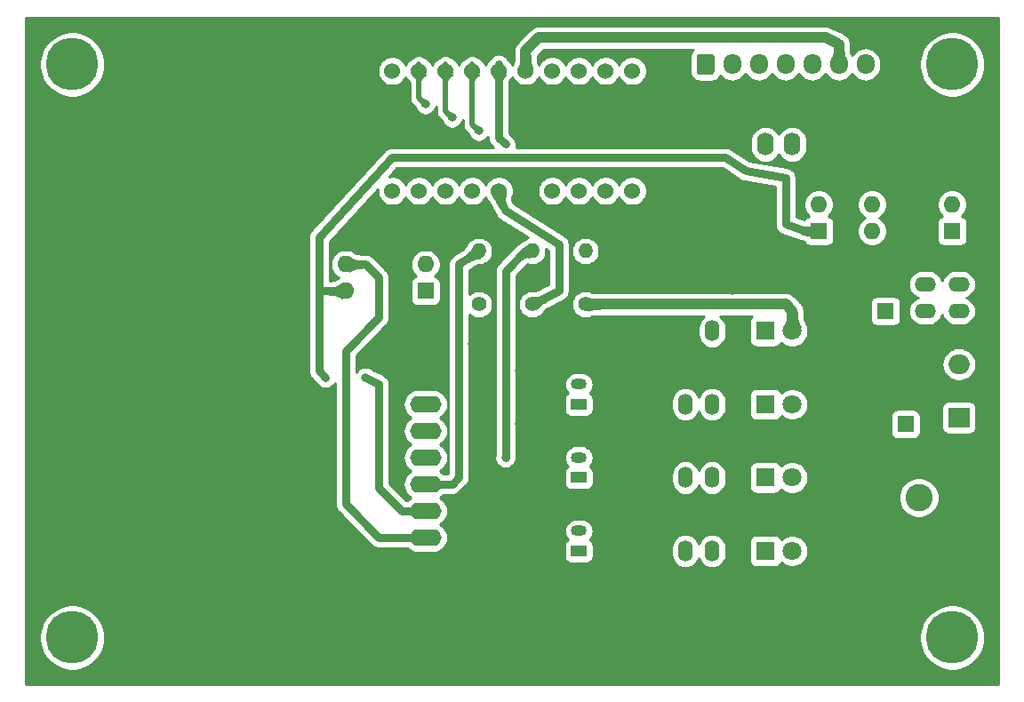
<source format=gbr>
%TF.GenerationSoftware,KiCad,Pcbnew,(5.1.6)-1*%
%TF.CreationDate,2021-06-18T09:44:18+05:30*%
%TF.ProjectId,PCB LoRa 32,50434220-4c6f-4526-9120-33322e6b6963,rev?*%
%TF.SameCoordinates,Original*%
%TF.FileFunction,Copper,L1,Top*%
%TF.FilePolarity,Positive*%
%FSLAX46Y46*%
G04 Gerber Fmt 4.6, Leading zero omitted, Abs format (unit mm)*
G04 Created by KiCad (PCBNEW (5.1.6)-1) date 2021-06-18 09:44:18*
%MOMM*%
%LPD*%
G01*
G04 APERTURE LIST*
%TA.AperFunction,ComponentPad*%
%ADD10R,3.000000X1.600000*%
%TD*%
%TA.AperFunction,ComponentPad*%
%ADD11O,3.000000X1.600000*%
%TD*%
%TA.AperFunction,ComponentPad*%
%ADD12R,1.600000X1.600000*%
%TD*%
%TA.AperFunction,ComponentPad*%
%ADD13O,1.600000X1.600000*%
%TD*%
%TA.AperFunction,ComponentPad*%
%ADD14O,1.400000X2.000000*%
%TD*%
%TA.AperFunction,ComponentPad*%
%ADD15O,2.000000X1.400000*%
%TD*%
%TA.AperFunction,ComponentPad*%
%ADD16O,1.600000X2.200000*%
%TD*%
%TA.AperFunction,ComponentPad*%
%ADD17R,1.800000X1.800000*%
%TD*%
%TA.AperFunction,ComponentPad*%
%ADD18C,1.800000*%
%TD*%
%TA.AperFunction,ComponentPad*%
%ADD19O,1.500000X1.050000*%
%TD*%
%TA.AperFunction,ComponentPad*%
%ADD20R,1.500000X1.050000*%
%TD*%
%TA.AperFunction,ComponentPad*%
%ADD21C,5.000000*%
%TD*%
%TA.AperFunction,ComponentPad*%
%ADD22R,2.000000X1.905000*%
%TD*%
%TA.AperFunction,ComponentPad*%
%ADD23O,2.000000X1.905000*%
%TD*%
%TA.AperFunction,ComponentPad*%
%ADD24O,1.700000X1.950000*%
%TD*%
%TA.AperFunction,ComponentPad*%
%ADD25O,1.400000X1.400000*%
%TD*%
%TA.AperFunction,ComponentPad*%
%ADD26C,1.400000*%
%TD*%
%TA.AperFunction,ComponentPad*%
%ADD27R,2.600000X2.600000*%
%TD*%
%TA.AperFunction,ComponentPad*%
%ADD28C,2.600000*%
%TD*%
%TA.AperFunction,ComponentPad*%
%ADD29C,1.524000*%
%TD*%
%TA.AperFunction,ComponentPad*%
%ADD30C,1.600000*%
%TD*%
%TA.AperFunction,ViaPad*%
%ADD31C,0.800000*%
%TD*%
%TA.AperFunction,Conductor*%
%ADD32C,0.750000*%
%TD*%
%TA.AperFunction,Conductor*%
%ADD33C,1.000000*%
%TD*%
%TA.AperFunction,Conductor*%
%ADD34C,0.500000*%
%TD*%
%TA.AperFunction,Conductor*%
%ADD35C,0.254000*%
%TD*%
%TA.AperFunction,Conductor*%
%ADD36C,0.025400*%
%TD*%
G04 APERTURE END LIST*
D10*
%TO.P,A1,1*%
%TO.N,GND*%
X145415000Y-86995000D03*
D11*
%TO.P,A1,2*%
%TO.N,+3V3*%
X145415000Y-89535000D03*
%TO.P,A1,3*%
%TO.N,/Aux*%
X145415000Y-92075000D03*
%TO.P,A1,4*%
%TO.N,/Tx*%
X145415000Y-94615000D03*
%TO.P,A1,5*%
%TO.N,/Rx*%
X145415000Y-97155000D03*
%TO.P,A1,6*%
%TO.N,/M1*%
X145415000Y-99695000D03*
%TO.P,A1,7*%
%TO.N,/M0*%
X145415000Y-102235000D03*
%TD*%
D12*
%TO.P,SW3,1*%
%TO.N,/M1_d*%
X145415000Y-78740000D03*
D13*
%TO.P,SW3,3*%
%TO.N,/M0*%
X137795000Y-76200000D03*
%TO.P,SW3,2*%
%TO.N,/M0_d*%
X145415000Y-76200000D03*
%TO.P,SW3,4*%
%TO.N,/M1*%
X137795000Y-78740000D03*
%TD*%
D12*
%TO.P,SW1,1*%
%TO.N,Net-(8k2-Pad2)*%
X195580000Y-73025000D03*
D13*
%TO.P,SW1,3*%
%TO.N,/M0*%
X187960000Y-70485000D03*
%TO.P,SW1,2*%
%TO.N,Net-(8k1-Pad2)*%
X195580000Y-70485000D03*
%TO.P,SW1,4*%
%TO.N,/M1*%
X187960000Y-73025000D03*
%TD*%
%TO.P,SW2,4*%
%TO.N,GND*%
X175260000Y-73025000D03*
%TO.P,SW2,2*%
%TO.N,/M0*%
X182880000Y-70485000D03*
%TO.P,SW2,3*%
%TO.N,GND*%
X175260000Y-70485000D03*
D12*
%TO.P,SW2,1*%
%TO.N,/M1*%
X182880000Y-73025000D03*
%TD*%
D14*
%TO.P,R100,2*%
%TO.N,Net-(Q1-Pad1)*%
X170180000Y-103505000D03*
%TO.P,R100,1*%
%TO.N,Net-(D1-Pad1)*%
X172720000Y-103505000D03*
%TD*%
%TO.P,R100_1,2*%
%TO.N,Net-(Q2-Pad1)*%
X170180000Y-96520000D03*
%TO.P,R100_1,1*%
%TO.N,Net-(D2-Pad1)*%
X172720000Y-96520000D03*
%TD*%
%TO.P,R100_2,2*%
%TO.N,Net-(Q3-Pad1)*%
X170180000Y-89535000D03*
%TO.P,R100_2,1*%
%TO.N,Net-(D3-Pad1)*%
X172720000Y-89535000D03*
%TD*%
%TO.P,R1k1,2*%
%TO.N,GND*%
X170180000Y-82550000D03*
%TO.P,R1k1,1*%
%TO.N,Net-(D4-Pad1)*%
X172720000Y-82550000D03*
%TD*%
D15*
%TO.P,8k2,2*%
%TO.N,Net-(8k2-Pad2)*%
X193040000Y-78105000D03*
%TO.P,8k2,1*%
%TO.N,+3V3*%
X193040000Y-80645000D03*
%TD*%
%TO.P,8k1,2*%
%TO.N,Net-(8k1-Pad2)*%
X196215000Y-78105000D03*
%TO.P,8k1,1*%
%TO.N,+3V3*%
X196215000Y-80645000D03*
%TD*%
D16*
%TO.P,.,1*%
%TO.N,N/C*%
X177800000Y-64770000D03*
%TD*%
%TO.P,.,1*%
%TO.N,N/C*%
X180340000Y-64770000D03*
%TD*%
D17*
%TO.P,D1,1*%
%TO.N,Net-(D1-Pad1)*%
X177800000Y-103505000D03*
D18*
%TO.P,D1,2*%
%TO.N,+3V3*%
X180340000Y-103505000D03*
%TD*%
D19*
%TO.P,Q1,2*%
%TO.N,/Rx*%
X160020000Y-101600000D03*
%TO.P,Q1,3*%
%TO.N,GND*%
X160020000Y-99695000D03*
D20*
%TO.P,Q1,1*%
%TO.N,Net-(Q1-Pad1)*%
X160020000Y-103505000D03*
%TD*%
%TO.P,Q2,1*%
%TO.N,Net-(Q2-Pad1)*%
X160020000Y-96520000D03*
D19*
%TO.P,Q2,3*%
%TO.N,GND*%
X160020000Y-92710000D03*
%TO.P,Q2,2*%
%TO.N,/Tx*%
X160020000Y-94615000D03*
%TD*%
%TO.P,Q3,2*%
%TO.N,/Aux*%
X160020000Y-87630000D03*
%TO.P,Q3,3*%
%TO.N,GND*%
X160020000Y-85725000D03*
D20*
%TO.P,Q3,1*%
%TO.N,Net-(Q3-Pad1)*%
X160020000Y-89535000D03*
%TD*%
D21*
%TO.P,.,1*%
%TO.N,N/C*%
X111760000Y-57150000D03*
%TD*%
%TO.P,.,1*%
%TO.N,N/C*%
X195580000Y-57150000D03*
%TD*%
%TO.P,.,1*%
%TO.N,N/C*%
X195580000Y-111760000D03*
%TD*%
%TO.P,.,1*%
%TO.N,N/C*%
X111760000Y-111760000D03*
%TD*%
D18*
%TO.P,D2,2*%
%TO.N,+3V3*%
X180340000Y-96520000D03*
D17*
%TO.P,D2,1*%
%TO.N,Net-(D2-Pad1)*%
X177800000Y-96520000D03*
%TD*%
%TO.P,D3,1*%
%TO.N,Net-(D3-Pad1)*%
X177800000Y-89535000D03*
D18*
%TO.P,D3,2*%
%TO.N,+3V3*%
X180340000Y-89535000D03*
%TD*%
D17*
%TO.P,D4,1*%
%TO.N,Net-(D4-Pad1)*%
X177800000Y-82550000D03*
D18*
%TO.P,D4,2*%
%TO.N,+3V3*%
X180340000Y-82550000D03*
%TD*%
D22*
%TO.P,U1,1*%
%TO.N,Net-(C100n1-Pad1)*%
X196215000Y-90805000D03*
D23*
%TO.P,U1,2*%
%TO.N,GND*%
X196215000Y-88265000D03*
%TO.P,U1,3*%
%TO.N,+3V3*%
X196215000Y-85725000D03*
%TD*%
%TO.P,J3,1*%
%TO.N,Net-(J3-Pad1)*%
%TA.AperFunction,ComponentPad*%
G36*
G01*
X171235000Y-57875000D02*
X171235000Y-56425000D01*
G75*
G02*
X171485000Y-56175000I250000J0D01*
G01*
X172685000Y-56175000D01*
G75*
G02*
X172935000Y-56425000I0J-250000D01*
G01*
X172935000Y-57875000D01*
G75*
G02*
X172685000Y-58125000I-250000J0D01*
G01*
X171485000Y-58125000D01*
G75*
G02*
X171235000Y-57875000I0J250000D01*
G01*
G37*
%TD.AperFunction*%
D24*
%TO.P,J3,2*%
%TO.N,Net-(J3-Pad2)*%
X174625000Y-57150000D03*
%TO.P,J3,3*%
%TO.N,Net-(J3-Pad3)*%
X177165000Y-57150000D03*
%TO.P,J3,4*%
%TO.N,Net-(J3-Pad4)*%
X179705000Y-57150000D03*
%TO.P,J3,5*%
%TO.N,Net-(J3-Pad5)*%
X182245000Y-57150000D03*
%TO.P,J3,6*%
%TO.N,Net-(J3-Pad6)*%
X184785000Y-57150000D03*
%TO.P,J3,7*%
%TO.N,Net-(J3-Pad7)*%
X187325000Y-57150000D03*
%TD*%
D25*
%TO.P,R4k1,2*%
%TO.N,/Tx*%
X155575000Y-74930000D03*
D26*
%TO.P,R4k1,1*%
%TO.N,+3V3*%
X155575000Y-80010000D03*
%TD*%
%TO.P,R4k2,1*%
%TO.N,+3V3*%
X150495000Y-80010000D03*
D25*
%TO.P,R4k2,2*%
%TO.N,/Rx*%
X150495000Y-74930000D03*
%TD*%
D26*
%TO.P,R4k7,1*%
%TO.N,+3V3*%
X160655000Y-80010000D03*
D25*
%TO.P,R4k7,2*%
%TO.N,/Aux*%
X160655000Y-74930000D03*
%TD*%
D27*
%TO.P,J4,1*%
%TO.N,GND*%
X192405000Y-103505000D03*
D28*
%TO.P,J4,2*%
%TO.N,Net-(C100n1-Pad1)*%
X192405000Y-98425000D03*
%TD*%
D29*
%TO.P,LL1,1*%
%TO.N,Net-(LL1-Pad1)*%
X165100000Y-57785000D03*
%TO.P,LL1,2*%
%TO.N,Net-(LL1-Pad2)*%
X162560000Y-57785000D03*
%TO.P,LL1,3*%
%TO.N,Net-(LL1-Pad3)*%
X160020000Y-57785000D03*
%TO.P,LL1,4*%
%TO.N,Net-(J3-Pad7)*%
X157480000Y-57785000D03*
%TO.P,LL1,5*%
%TO.N,Net-(J3-Pad6)*%
X154940000Y-57785000D03*
%TO.P,LL1,6*%
%TO.N,Net-(J3-Pad5)*%
X152400000Y-57785000D03*
%TO.P,LL1,7*%
%TO.N,Net-(J3-Pad4)*%
X149860000Y-57785000D03*
%TO.P,LL1,8*%
%TO.N,Net-(J3-Pad3)*%
X147320000Y-57785000D03*
%TO.P,LL1,9*%
%TO.N,Net-(J3-Pad2)*%
X144780000Y-57785000D03*
%TO.P,LL1,10*%
%TO.N,Net-(J3-Pad1)*%
X142240000Y-57785000D03*
%TO.P,LL1,11*%
%TO.N,/M0_d*%
X142240000Y-69215000D03*
%TO.P,LL1,12*%
%TO.N,/M1_d*%
X144780000Y-69215000D03*
%TO.P,LL1,13*%
%TO.N,/Rx*%
X147320000Y-69215000D03*
%TO.P,LL1,14*%
%TO.N,/Tx*%
X149860000Y-69215000D03*
%TO.P,LL1,15*%
%TO.N,+3V3*%
X152400000Y-69215000D03*
%TO.P,LL1,16*%
%TO.N,GND*%
X154940000Y-69215000D03*
%TO.P,LL1,17*%
%TO.N,/Aux*%
X157480000Y-69215000D03*
%TO.P,LL1,18*%
%TO.N,Net-(LL1-Pad18)*%
X160020000Y-69215000D03*
%TO.P,LL1,19*%
%TO.N,Net-(LL1-Pad19)*%
X162560000Y-69215000D03*
%TO.P,LL1,20*%
%TO.N,Net-(LL1-Pad20)*%
X165100000Y-69215000D03*
%TD*%
D12*
%TO.P,C100n1,1*%
%TO.N,Net-(C100n1-Pad1)*%
X191135000Y-91440000D03*
D30*
%TO.P,C100n1,2*%
%TO.N,GND*%
X186135000Y-91440000D03*
%TD*%
%TO.P,C100n2,2*%
%TO.N,GND*%
X189230000Y-85645000D03*
D12*
%TO.P,C100n2,1*%
%TO.N,+3V3*%
X189230000Y-80645000D03*
%TD*%
D31*
%TO.N,/M1*%
X135890000Y-86995000D03*
X139700000Y-86995000D03*
%TO.N,GND*%
X109220000Y-81280000D03*
X111760000Y-81280000D03*
X114300000Y-81280000D03*
X116840000Y-81280000D03*
X119380000Y-81280000D03*
X121920000Y-81280000D03*
X124460000Y-81280000D03*
X127000000Y-81280000D03*
X129540000Y-81280000D03*
X132080000Y-81280000D03*
X109220000Y-107950000D03*
X111760000Y-107950000D03*
X114300000Y-107950000D03*
X116840000Y-107950000D03*
X119380000Y-107950000D03*
X121920000Y-107950000D03*
X124460000Y-107950000D03*
X127000000Y-107950000D03*
X129540000Y-107950000D03*
X132080000Y-107950000D03*
X134620000Y-107950000D03*
X137160000Y-107950000D03*
X139700000Y-107950000D03*
X109220000Y-83820000D03*
X109220000Y-86360000D03*
X109220000Y-88900000D03*
X109220000Y-91440000D03*
X109220000Y-93980000D03*
X109220000Y-96520000D03*
X109220000Y-99060000D03*
X109220000Y-101600000D03*
X109220000Y-104140000D03*
X132080000Y-83820000D03*
X132080000Y-86360000D03*
X132080000Y-88900000D03*
X132080000Y-91440000D03*
X132080000Y-93980000D03*
X132080000Y-96520000D03*
X132080000Y-99060000D03*
X132080000Y-101600000D03*
X132080000Y-104140000D03*
X119380000Y-83820000D03*
X119380000Y-86360000D03*
X119380000Y-88900000D03*
X119380000Y-91440000D03*
X119380000Y-93980000D03*
X119380000Y-99060000D03*
X119380000Y-101600000D03*
X119380000Y-96520000D03*
X119380000Y-104140000D03*
X143510000Y-105410000D03*
X146050000Y-105410000D03*
X148590000Y-105410000D03*
X151130000Y-105410000D03*
X153670000Y-105410000D03*
X146050000Y-83820000D03*
X149860000Y-83820000D03*
X154940000Y-83820000D03*
X158750000Y-83820000D03*
X161925000Y-83820000D03*
X154305000Y-86360000D03*
X154305000Y-91440000D03*
X166370000Y-101600000D03*
X166370000Y-95250000D03*
X186055000Y-80010000D03*
X186055000Y-85090000D03*
X186055000Y-88900000D03*
X186055000Y-102235000D03*
X186055000Y-106045000D03*
X174625000Y-106045000D03*
X174625000Y-102235000D03*
X174625000Y-98425000D03*
X174625000Y-94615000D03*
X174625000Y-91440000D03*
X174625000Y-85090000D03*
X174625000Y-78740000D03*
X166370000Y-83820000D03*
X166370000Y-87630000D03*
X166370000Y-91440000D03*
X166370000Y-98425000D03*
X166370000Y-106045000D03*
X161925000Y-106045000D03*
X158115000Y-106045000D03*
X140970000Y-83820000D03*
X153035000Y-97790000D03*
X153670000Y-102235000D03*
X166370000Y-77470000D03*
X166370000Y-73025000D03*
X168275000Y-69850000D03*
X167640000Y-57785000D03*
X137160000Y-67310000D03*
X137160000Y-62865000D03*
X137160000Y-59055000D03*
X137160000Y-55880000D03*
X194945000Y-62865000D03*
X185420000Y-66040000D03*
X195580000Y-100330000D03*
X195580000Y-104140000D03*
X184150000Y-93980000D03*
X184150000Y-99060000D03*
%TO.N,/Tx*%
X153035000Y-94615000D03*
%TO.N,Net-(J3-Pad5)*%
X153035000Y-64770000D03*
%TO.N,Net-(J3-Pad4)*%
X150495000Y-63500000D03*
%TO.N,Net-(J3-Pad3)*%
X147955000Y-62230000D03*
%TO.N,Net-(J3-Pad2)*%
X145415000Y-60960000D03*
%TD*%
D32*
%TO.N,/Rx*%
X147955000Y-97155000D02*
X145415000Y-97155000D01*
X148590000Y-96520000D02*
X147955000Y-97155000D01*
X150495000Y-74930000D02*
X148590000Y-76200000D01*
X148590000Y-76200000D02*
X148590000Y-96520000D01*
%TO.N,/M1*%
X135255000Y-86360000D02*
X135890000Y-86995000D01*
X142240000Y-66040000D02*
X135255000Y-73660000D01*
X173990000Y-66040000D02*
X142240000Y-66040000D01*
X181610000Y-73025000D02*
X179705000Y-72390000D01*
X182880000Y-73025000D02*
X181610000Y-73025000D01*
X179705000Y-72390000D02*
X179705000Y-67945000D01*
X179705000Y-67945000D02*
X175895000Y-67310000D01*
X175895000Y-67310000D02*
X173990000Y-66040000D01*
X135255000Y-73660000D02*
X135255000Y-78105000D01*
X135255000Y-78105000D02*
X135255000Y-86360000D01*
X135255000Y-78740000D02*
X135255000Y-78105000D01*
X137795000Y-78740000D02*
X135255000Y-78740000D01*
X140970000Y-87630000D02*
X139700000Y-86995000D01*
X140970000Y-97500000D02*
X140970000Y-87630000D01*
X145415000Y-99695000D02*
X143165000Y-99695000D01*
X143165000Y-99695000D02*
X140970000Y-97500000D01*
%TO.N,/M0*%
X137795000Y-99060000D02*
X137795000Y-84455000D01*
X145415000Y-102235000D02*
X140970000Y-102235000D01*
X140970000Y-102235000D02*
X137795000Y-99060000D01*
X137795000Y-84455000D02*
X140970000Y-81280000D01*
X140970000Y-81280000D02*
X140970000Y-78105000D01*
X140970000Y-78105000D02*
X140970000Y-77470000D01*
X140970000Y-77470000D02*
X139700000Y-76200000D01*
X139700000Y-76200000D02*
X137795000Y-76200000D01*
D33*
%TO.N,GND*%
X160020000Y-85725000D02*
X156210000Y-85725000D01*
X156210000Y-85725000D02*
X155575000Y-86360000D01*
X155575000Y-86360000D02*
X155575000Y-90805000D01*
X155575000Y-90805000D02*
X157480000Y-92710000D01*
X157480000Y-92710000D02*
X160020000Y-92710000D01*
X155575000Y-90805000D02*
X155575000Y-97790000D01*
X155575000Y-97790000D02*
X157480000Y-99695000D01*
X157480000Y-99695000D02*
X160020000Y-99695000D01*
X155575000Y-97790000D02*
X155575000Y-106680000D01*
X155575000Y-106680000D02*
X155575000Y-107315000D01*
X155575000Y-107315000D02*
X156210000Y-107950000D01*
X156210000Y-107950000D02*
X191770000Y-107950000D01*
X191770000Y-107950000D02*
X192405000Y-107315000D01*
X192405000Y-107315000D02*
X192405000Y-104140000D01*
D32*
X170180000Y-67310000D02*
X175260000Y-70485000D01*
X154940000Y-69215000D02*
X156210000Y-67310000D01*
X156210000Y-67310000D02*
X170180000Y-67310000D01*
D33*
X192405000Y-88265000D02*
X196215000Y-88265000D01*
X190500000Y-85725000D02*
X192405000Y-88265000D01*
X170180000Y-85725000D02*
X171450000Y-86995000D01*
X170180000Y-82550000D02*
X170180000Y-85725000D01*
X171450000Y-86995000D02*
X184002326Y-87142674D01*
X184002326Y-87142674D02*
X187960000Y-85725000D01*
X187960000Y-85725000D02*
X190500000Y-85725000D01*
D32*
%TO.N,/Tx*%
X153035000Y-76835000D02*
X153035000Y-94615000D01*
X155575000Y-74930000D02*
X154940000Y-74930000D01*
X154940000Y-74930000D02*
X153035000Y-76835000D01*
%TO.N,+3V3*%
X158115000Y-78740000D02*
X155575000Y-80010000D01*
X158115000Y-74295000D02*
X158115000Y-78740000D01*
X152400000Y-69850000D02*
X153035000Y-71120000D01*
X153035000Y-71120000D02*
X158115000Y-74295000D01*
D33*
X180340000Y-80645000D02*
X180340000Y-82550000D01*
X160655000Y-80010000D02*
X179705000Y-80010000D01*
X179705000Y-80010000D02*
X180340000Y-80645000D01*
D32*
%TO.N,Net-(J3-Pad5)*%
X152400000Y-64135000D02*
X152400000Y-57150000D01*
X153035000Y-64770000D02*
X152400000Y-64135000D01*
D34*
%TO.N,Net-(J3-Pad4)*%
X149860000Y-62865000D02*
X149860000Y-57150000D01*
X150495000Y-63500000D02*
X149860000Y-62865000D01*
%TO.N,Net-(J3-Pad3)*%
X147320000Y-61595000D02*
X147320000Y-57150000D01*
X147955000Y-62230000D02*
X147320000Y-61595000D01*
%TO.N,Net-(J3-Pad2)*%
X144780000Y-60325000D02*
X144780000Y-57150000D01*
X145415000Y-60960000D02*
X144780000Y-60325000D01*
D33*
%TO.N,Net-(J3-Pad6)*%
X154940000Y-55880000D02*
X154940000Y-57150000D01*
X156210000Y-54610000D02*
X154940000Y-55880000D01*
X183515000Y-54610000D02*
X156210000Y-54610000D01*
X184785000Y-57150000D02*
X184785000Y-55245000D01*
X184785000Y-55245000D02*
X183515000Y-54610000D01*
%TD*%
D35*
%TO.N,GND*%
G36*
X200000001Y-116180000D02*
G01*
X107340000Y-116180000D01*
X107340000Y-111451229D01*
X108625000Y-111451229D01*
X108625000Y-112068771D01*
X108745476Y-112674446D01*
X108981799Y-113244979D01*
X109324886Y-113758446D01*
X109761554Y-114195114D01*
X110275021Y-114538201D01*
X110845554Y-114774524D01*
X111451229Y-114895000D01*
X112068771Y-114895000D01*
X112674446Y-114774524D01*
X113244979Y-114538201D01*
X113758446Y-114195114D01*
X114195114Y-113758446D01*
X114538201Y-113244979D01*
X114774524Y-112674446D01*
X114895000Y-112068771D01*
X114895000Y-111451229D01*
X192445000Y-111451229D01*
X192445000Y-112068771D01*
X192565476Y-112674446D01*
X192801799Y-113244979D01*
X193144886Y-113758446D01*
X193581554Y-114195114D01*
X194095021Y-114538201D01*
X194665554Y-114774524D01*
X195271229Y-114895000D01*
X195888771Y-114895000D01*
X196494446Y-114774524D01*
X197064979Y-114538201D01*
X197578446Y-114195114D01*
X198015114Y-113758446D01*
X198358201Y-113244979D01*
X198594524Y-112674446D01*
X198715000Y-112068771D01*
X198715000Y-111451229D01*
X198594524Y-110845554D01*
X198358201Y-110275021D01*
X198015114Y-109761554D01*
X197578446Y-109324886D01*
X197064979Y-108981799D01*
X196494446Y-108745476D01*
X195888771Y-108625000D01*
X195271229Y-108625000D01*
X194665554Y-108745476D01*
X194095021Y-108981799D01*
X193581554Y-109324886D01*
X193144886Y-109761554D01*
X192801799Y-110275021D01*
X192565476Y-110845554D01*
X192445000Y-111451229D01*
X114895000Y-111451229D01*
X114774524Y-110845554D01*
X114538201Y-110275021D01*
X114195114Y-109761554D01*
X113758446Y-109324886D01*
X113244979Y-108981799D01*
X112674446Y-108745476D01*
X112068771Y-108625000D01*
X111451229Y-108625000D01*
X110845554Y-108745476D01*
X110275021Y-108981799D01*
X109761554Y-109324886D01*
X109324886Y-109761554D01*
X108981799Y-110275021D01*
X108745476Y-110845554D01*
X108625000Y-111451229D01*
X107340000Y-111451229D01*
X107340000Y-78740000D01*
X134240114Y-78740000D01*
X134245000Y-78789607D01*
X134245001Y-86310382D01*
X134240114Y-86360000D01*
X134259615Y-86557994D01*
X134317368Y-86748379D01*
X134394702Y-86893061D01*
X134411154Y-86923840D01*
X134537368Y-87077633D01*
X134575901Y-87109256D01*
X135014868Y-87548223D01*
X135086063Y-87654774D01*
X135230226Y-87798937D01*
X135399744Y-87912205D01*
X135588102Y-87990226D01*
X135788061Y-88030000D01*
X135991939Y-88030000D01*
X136191898Y-87990226D01*
X136380256Y-87912205D01*
X136549774Y-87798937D01*
X136693937Y-87654774D01*
X136785001Y-87518487D01*
X136785000Y-99010392D01*
X136780114Y-99060000D01*
X136799615Y-99257994D01*
X136855001Y-99440576D01*
X136857368Y-99448379D01*
X136951153Y-99623840D01*
X137077367Y-99777633D01*
X137115906Y-99809261D01*
X140220739Y-102914094D01*
X140252367Y-102952633D01*
X140406160Y-103078847D01*
X140581620Y-103172632D01*
X140772006Y-103230385D01*
X140920392Y-103245000D01*
X140920394Y-103245000D01*
X140969999Y-103249886D01*
X141019604Y-103245000D01*
X143687507Y-103245000D01*
X143695392Y-103254608D01*
X143913899Y-103433932D01*
X144163192Y-103567182D01*
X144433691Y-103649236D01*
X144644508Y-103670000D01*
X146185492Y-103670000D01*
X146396309Y-103649236D01*
X146666808Y-103567182D01*
X146916101Y-103433932D01*
X147134608Y-103254608D01*
X147313932Y-103036101D01*
X147447182Y-102786808D01*
X147529236Y-102516309D01*
X147556943Y-102235000D01*
X147529236Y-101953691D01*
X147447182Y-101683192D01*
X147402715Y-101600000D01*
X158629388Y-101600000D01*
X158651785Y-101827400D01*
X158718115Y-102046060D01*
X158825829Y-102247579D01*
X158968336Y-102421224D01*
X158915506Y-102449463D01*
X158818815Y-102528815D01*
X158739463Y-102625506D01*
X158680498Y-102735820D01*
X158644188Y-102855518D01*
X158631928Y-102980000D01*
X158631928Y-104030000D01*
X158644188Y-104154482D01*
X158680498Y-104274180D01*
X158739463Y-104384494D01*
X158818815Y-104481185D01*
X158915506Y-104560537D01*
X159025820Y-104619502D01*
X159145518Y-104655812D01*
X159270000Y-104668072D01*
X160770000Y-104668072D01*
X160894482Y-104655812D01*
X161014180Y-104619502D01*
X161124494Y-104560537D01*
X161221185Y-104481185D01*
X161300537Y-104384494D01*
X161359502Y-104274180D01*
X161395812Y-104154482D01*
X161408072Y-104030000D01*
X161408072Y-103139421D01*
X168845000Y-103139421D01*
X168845000Y-103870578D01*
X168864317Y-104066705D01*
X168940653Y-104318353D01*
X169064618Y-104550274D01*
X169231445Y-104753555D01*
X169434725Y-104920382D01*
X169666646Y-105044347D01*
X169918294Y-105120683D01*
X170180000Y-105146459D01*
X170441705Y-105120683D01*
X170693353Y-105044347D01*
X170925274Y-104920382D01*
X171128555Y-104753555D01*
X171295382Y-104550275D01*
X171419347Y-104318354D01*
X171450000Y-104217303D01*
X171480653Y-104318353D01*
X171604618Y-104550274D01*
X171771445Y-104753555D01*
X171974725Y-104920382D01*
X172206646Y-105044347D01*
X172458294Y-105120683D01*
X172720000Y-105146459D01*
X172981705Y-105120683D01*
X173233353Y-105044347D01*
X173465274Y-104920382D01*
X173668555Y-104753555D01*
X173835382Y-104550275D01*
X173959347Y-104318354D01*
X174035683Y-104066706D01*
X174055000Y-103870579D01*
X174055000Y-103139422D01*
X174035683Y-102943295D01*
X173959347Y-102691646D01*
X173913034Y-102605000D01*
X176261928Y-102605000D01*
X176261928Y-104405000D01*
X176274188Y-104529482D01*
X176310498Y-104649180D01*
X176369463Y-104759494D01*
X176448815Y-104856185D01*
X176545506Y-104935537D01*
X176655820Y-104994502D01*
X176775518Y-105030812D01*
X176900000Y-105043072D01*
X178700000Y-105043072D01*
X178824482Y-105030812D01*
X178944180Y-104994502D01*
X179054494Y-104935537D01*
X179151185Y-104856185D01*
X179230537Y-104759494D01*
X179289502Y-104649180D01*
X179295056Y-104630873D01*
X179361495Y-104697312D01*
X179612905Y-104865299D01*
X179892257Y-104981011D01*
X180188816Y-105040000D01*
X180491184Y-105040000D01*
X180787743Y-104981011D01*
X181067095Y-104865299D01*
X181318505Y-104697312D01*
X181532312Y-104483505D01*
X181700299Y-104232095D01*
X181816011Y-103952743D01*
X181875000Y-103656184D01*
X181875000Y-103353816D01*
X181816011Y-103057257D01*
X181700299Y-102777905D01*
X181532312Y-102526495D01*
X181318505Y-102312688D01*
X181067095Y-102144701D01*
X180787743Y-102028989D01*
X180491184Y-101970000D01*
X180188816Y-101970000D01*
X179892257Y-102028989D01*
X179612905Y-102144701D01*
X179361495Y-102312688D01*
X179295056Y-102379127D01*
X179289502Y-102360820D01*
X179230537Y-102250506D01*
X179151185Y-102153815D01*
X179054494Y-102074463D01*
X178944180Y-102015498D01*
X178824482Y-101979188D01*
X178700000Y-101966928D01*
X176900000Y-101966928D01*
X176775518Y-101979188D01*
X176655820Y-102015498D01*
X176545506Y-102074463D01*
X176448815Y-102153815D01*
X176369463Y-102250506D01*
X176310498Y-102360820D01*
X176274188Y-102480518D01*
X176261928Y-102605000D01*
X173913034Y-102605000D01*
X173835382Y-102459725D01*
X173668555Y-102256445D01*
X173465275Y-102089618D01*
X173233354Y-101965653D01*
X172981706Y-101889317D01*
X172720000Y-101863541D01*
X172458295Y-101889317D01*
X172206647Y-101965653D01*
X171974726Y-102089618D01*
X171771446Y-102256445D01*
X171604618Y-102459725D01*
X171480653Y-102691646D01*
X171450000Y-102792696D01*
X171419347Y-102691646D01*
X171295382Y-102459725D01*
X171128555Y-102256445D01*
X170925275Y-102089618D01*
X170693354Y-101965653D01*
X170441706Y-101889317D01*
X170180000Y-101863541D01*
X169918295Y-101889317D01*
X169666647Y-101965653D01*
X169434726Y-102089618D01*
X169231446Y-102256445D01*
X169064618Y-102459725D01*
X168940653Y-102691646D01*
X168864317Y-102943294D01*
X168845000Y-103139421D01*
X161408072Y-103139421D01*
X161408072Y-102980000D01*
X161395812Y-102855518D01*
X161359502Y-102735820D01*
X161300537Y-102625506D01*
X161221185Y-102528815D01*
X161124494Y-102449463D01*
X161071664Y-102421224D01*
X161214171Y-102247579D01*
X161321885Y-102046060D01*
X161388215Y-101827400D01*
X161410612Y-101600000D01*
X161388215Y-101372600D01*
X161321885Y-101153940D01*
X161214171Y-100952421D01*
X161069212Y-100775788D01*
X160892579Y-100630829D01*
X160691060Y-100523115D01*
X160472400Y-100456785D01*
X160301979Y-100440000D01*
X159738021Y-100440000D01*
X159567600Y-100456785D01*
X159348940Y-100523115D01*
X159147421Y-100630829D01*
X158970788Y-100775788D01*
X158825829Y-100952421D01*
X158718115Y-101153940D01*
X158651785Y-101372600D01*
X158629388Y-101600000D01*
X147402715Y-101600000D01*
X147313932Y-101433899D01*
X147134608Y-101215392D01*
X146916101Y-101036068D01*
X146783142Y-100965000D01*
X146916101Y-100893932D01*
X147134608Y-100714608D01*
X147313932Y-100496101D01*
X147447182Y-100246808D01*
X147529236Y-99976309D01*
X147556943Y-99695000D01*
X147529236Y-99413691D01*
X147447182Y-99143192D01*
X147313932Y-98893899D01*
X147134608Y-98675392D01*
X146916101Y-98496068D01*
X146783142Y-98425000D01*
X146916101Y-98353932D01*
X147061728Y-98234419D01*
X190470000Y-98234419D01*
X190470000Y-98615581D01*
X190544361Y-98989419D01*
X190690225Y-99341566D01*
X190901987Y-99658491D01*
X191171509Y-99928013D01*
X191488434Y-100139775D01*
X191840581Y-100285639D01*
X192214419Y-100360000D01*
X192595581Y-100360000D01*
X192969419Y-100285639D01*
X193321566Y-100139775D01*
X193638491Y-99928013D01*
X193908013Y-99658491D01*
X194119775Y-99341566D01*
X194265639Y-98989419D01*
X194340000Y-98615581D01*
X194340000Y-98234419D01*
X194265639Y-97860581D01*
X194119775Y-97508434D01*
X193908013Y-97191509D01*
X193638491Y-96921987D01*
X193321566Y-96710225D01*
X192969419Y-96564361D01*
X192595581Y-96490000D01*
X192214419Y-96490000D01*
X191840581Y-96564361D01*
X191488434Y-96710225D01*
X191171509Y-96921987D01*
X190901987Y-97191509D01*
X190690225Y-97508434D01*
X190544361Y-97860581D01*
X190470000Y-98234419D01*
X147061728Y-98234419D01*
X147134608Y-98174608D01*
X147142493Y-98165000D01*
X147905392Y-98165000D01*
X147955000Y-98169886D01*
X148005847Y-98164878D01*
X148152994Y-98150385D01*
X148343380Y-98092632D01*
X148518840Y-97998847D01*
X148672633Y-97872633D01*
X148704261Y-97834094D01*
X149269094Y-97269261D01*
X149307633Y-97237633D01*
X149433847Y-97083840D01*
X149527632Y-96908380D01*
X149556687Y-96812600D01*
X149585385Y-96717995D01*
X149604886Y-96520000D01*
X149600000Y-96470392D01*
X149600000Y-81002975D01*
X149643987Y-81046962D01*
X149862641Y-81193061D01*
X150105595Y-81293696D01*
X150363514Y-81345000D01*
X150626486Y-81345000D01*
X150884405Y-81293696D01*
X151127359Y-81193061D01*
X151346013Y-81046962D01*
X151531962Y-80861013D01*
X151678061Y-80642359D01*
X151778696Y-80399405D01*
X151830000Y-80141486D01*
X151830000Y-79878514D01*
X151778696Y-79620595D01*
X151678061Y-79377641D01*
X151531962Y-79158987D01*
X151346013Y-78973038D01*
X151127359Y-78826939D01*
X150884405Y-78726304D01*
X150626486Y-78675000D01*
X150363514Y-78675000D01*
X150105595Y-78726304D01*
X149862641Y-78826939D01*
X149643987Y-78973038D01*
X149600000Y-79017025D01*
X149600000Y-76740535D01*
X149895317Y-76543657D01*
X150013105Y-76467299D01*
X150106252Y-76411275D01*
X150180012Y-76371420D01*
X150238243Y-76344255D01*
X150287263Y-76325362D01*
X150335702Y-76310551D01*
X150392922Y-76296992D01*
X150466530Y-76283322D01*
X150560988Y-76268774D01*
X150587953Y-76265000D01*
X150626486Y-76265000D01*
X150884405Y-76213696D01*
X151127359Y-76113061D01*
X151346013Y-75966962D01*
X151531962Y-75781013D01*
X151678061Y-75562359D01*
X151778696Y-75319405D01*
X151830000Y-75061486D01*
X151830000Y-74798514D01*
X151778696Y-74540595D01*
X151678061Y-74297641D01*
X151531962Y-74078987D01*
X151346013Y-73893038D01*
X151127359Y-73746939D01*
X150884405Y-73646304D01*
X150626486Y-73595000D01*
X150363514Y-73595000D01*
X150105595Y-73646304D01*
X149862641Y-73746939D01*
X149643987Y-73893038D01*
X149458038Y-74078987D01*
X149311939Y-74297641D01*
X149297733Y-74331938D01*
X149284603Y-74354150D01*
X149234823Y-74435780D01*
X149193907Y-74498451D01*
X149159377Y-74546061D01*
X149127070Y-74585083D01*
X149090783Y-74623058D01*
X149043304Y-74666368D01*
X148978147Y-74719124D01*
X148890621Y-74783548D01*
X148774827Y-74862913D01*
X148070592Y-75332404D01*
X148026160Y-75356153D01*
X147949224Y-75419292D01*
X147873119Y-75481617D01*
X147872783Y-75482026D01*
X147872367Y-75482367D01*
X147809073Y-75559491D01*
X147746744Y-75635278D01*
X147746494Y-75635744D01*
X147746153Y-75636160D01*
X147699320Y-75723779D01*
X147652775Y-75810640D01*
X147652620Y-75811150D01*
X147652368Y-75811621D01*
X147623622Y-75906384D01*
X147594823Y-76000965D01*
X147594770Y-76001495D01*
X147594615Y-76002007D01*
X147584883Y-76100813D01*
X147575115Y-76198939D01*
X147580000Y-76249073D01*
X147580001Y-96101644D01*
X147536645Y-96145000D01*
X147142493Y-96145000D01*
X147134608Y-96135392D01*
X146916101Y-95956068D01*
X146783142Y-95885000D01*
X146916101Y-95813932D01*
X147134608Y-95634608D01*
X147313932Y-95416101D01*
X147447182Y-95166808D01*
X147529236Y-94896309D01*
X147556943Y-94615000D01*
X147529236Y-94333691D01*
X147447182Y-94063192D01*
X147313932Y-93813899D01*
X147134608Y-93595392D01*
X146916101Y-93416068D01*
X146783142Y-93345000D01*
X146916101Y-93273932D01*
X147134608Y-93094608D01*
X147313932Y-92876101D01*
X147447182Y-92626808D01*
X147529236Y-92356309D01*
X147556943Y-92075000D01*
X147529236Y-91793691D01*
X147447182Y-91523192D01*
X147313932Y-91273899D01*
X147134608Y-91055392D01*
X146916101Y-90876068D01*
X146783142Y-90805000D01*
X146916101Y-90733932D01*
X147134608Y-90554608D01*
X147313932Y-90336101D01*
X147447182Y-90086808D01*
X147529236Y-89816309D01*
X147556943Y-89535000D01*
X147529236Y-89253691D01*
X147447182Y-88983192D01*
X147313932Y-88733899D01*
X147134608Y-88515392D01*
X146916101Y-88336068D01*
X146666808Y-88202818D01*
X146396309Y-88120764D01*
X146185492Y-88100000D01*
X144644508Y-88100000D01*
X144433691Y-88120764D01*
X144163192Y-88202818D01*
X143913899Y-88336068D01*
X143695392Y-88515392D01*
X143516068Y-88733899D01*
X143382818Y-88983192D01*
X143300764Y-89253691D01*
X143273057Y-89535000D01*
X143300764Y-89816309D01*
X143382818Y-90086808D01*
X143516068Y-90336101D01*
X143695392Y-90554608D01*
X143913899Y-90733932D01*
X144046858Y-90805000D01*
X143913899Y-90876068D01*
X143695392Y-91055392D01*
X143516068Y-91273899D01*
X143382818Y-91523192D01*
X143300764Y-91793691D01*
X143273057Y-92075000D01*
X143300764Y-92356309D01*
X143382818Y-92626808D01*
X143516068Y-92876101D01*
X143695392Y-93094608D01*
X143913899Y-93273932D01*
X144046858Y-93345000D01*
X143913899Y-93416068D01*
X143695392Y-93595392D01*
X143516068Y-93813899D01*
X143382818Y-94063192D01*
X143300764Y-94333691D01*
X143273057Y-94615000D01*
X143300764Y-94896309D01*
X143382818Y-95166808D01*
X143516068Y-95416101D01*
X143695392Y-95634608D01*
X143913899Y-95813932D01*
X144046858Y-95885000D01*
X143913899Y-95956068D01*
X143695392Y-96135392D01*
X143516068Y-96353899D01*
X143382818Y-96603192D01*
X143300764Y-96873691D01*
X143273057Y-97155000D01*
X143300764Y-97436309D01*
X143382818Y-97706808D01*
X143516068Y-97956101D01*
X143695392Y-98174608D01*
X143913899Y-98353932D01*
X144046858Y-98425000D01*
X143913899Y-98496068D01*
X143695392Y-98675392D01*
X143687507Y-98685000D01*
X143583356Y-98685000D01*
X141980000Y-97081645D01*
X141980000Y-87715601D01*
X141982332Y-87701944D01*
X141980000Y-87616311D01*
X141980000Y-87580392D01*
X141978648Y-87566665D01*
X141976916Y-87503065D01*
X141968920Y-87467900D01*
X141965385Y-87432006D01*
X141946914Y-87371114D01*
X141932805Y-87309064D01*
X141918101Y-87276131D01*
X141907632Y-87241620D01*
X141877635Y-87185499D01*
X141851693Y-87127397D01*
X141830850Y-87097970D01*
X141813847Y-87066160D01*
X141773471Y-87016961D01*
X141736699Y-86965046D01*
X141710520Y-86940256D01*
X141687633Y-86912367D01*
X141638427Y-86871985D01*
X141592240Y-86828247D01*
X141561726Y-86809039D01*
X141533840Y-86786153D01*
X141477718Y-86756155D01*
X141466056Y-86748814D01*
X141433955Y-86732763D01*
X141358380Y-86692368D01*
X141345118Y-86688345D01*
X140368996Y-86200285D01*
X140359774Y-86191063D01*
X140190256Y-86077795D01*
X140001898Y-85999774D01*
X139801939Y-85960000D01*
X139598061Y-85960000D01*
X139398102Y-85999774D01*
X139209744Y-86077795D01*
X139040226Y-86191063D01*
X138896063Y-86335226D01*
X138805000Y-86471512D01*
X138805000Y-84873355D01*
X141649094Y-82029261D01*
X141687633Y-81997633D01*
X141813847Y-81843840D01*
X141907632Y-81668380D01*
X141965385Y-81477994D01*
X141980000Y-81329608D01*
X141980000Y-81329606D01*
X141984886Y-81280001D01*
X141980000Y-81230396D01*
X141980000Y-77940000D01*
X143976928Y-77940000D01*
X143976928Y-79540000D01*
X143989188Y-79664482D01*
X144025498Y-79784180D01*
X144084463Y-79894494D01*
X144163815Y-79991185D01*
X144260506Y-80070537D01*
X144370820Y-80129502D01*
X144490518Y-80165812D01*
X144615000Y-80178072D01*
X146215000Y-80178072D01*
X146339482Y-80165812D01*
X146459180Y-80129502D01*
X146569494Y-80070537D01*
X146666185Y-79991185D01*
X146745537Y-79894494D01*
X146804502Y-79784180D01*
X146840812Y-79664482D01*
X146853072Y-79540000D01*
X146853072Y-77940000D01*
X146840812Y-77815518D01*
X146804502Y-77695820D01*
X146745537Y-77585506D01*
X146666185Y-77488815D01*
X146569494Y-77409463D01*
X146459180Y-77350498D01*
X146339482Y-77314188D01*
X146331039Y-77313357D01*
X146529637Y-77114759D01*
X146686680Y-76879727D01*
X146794853Y-76618574D01*
X146850000Y-76341335D01*
X146850000Y-76058665D01*
X146794853Y-75781426D01*
X146686680Y-75520273D01*
X146529637Y-75285241D01*
X146329759Y-75085363D01*
X146094727Y-74928320D01*
X145833574Y-74820147D01*
X145556335Y-74765000D01*
X145273665Y-74765000D01*
X144996426Y-74820147D01*
X144735273Y-74928320D01*
X144500241Y-75085363D01*
X144300363Y-75285241D01*
X144143320Y-75520273D01*
X144035147Y-75781426D01*
X143980000Y-76058665D01*
X143980000Y-76341335D01*
X144035147Y-76618574D01*
X144143320Y-76879727D01*
X144300363Y-77114759D01*
X144498961Y-77313357D01*
X144490518Y-77314188D01*
X144370820Y-77350498D01*
X144260506Y-77409463D01*
X144163815Y-77488815D01*
X144084463Y-77585506D01*
X144025498Y-77695820D01*
X143989188Y-77815518D01*
X143976928Y-77940000D01*
X141980000Y-77940000D01*
X141980000Y-77519604D01*
X141984886Y-77469999D01*
X141980000Y-77420392D01*
X141965385Y-77272007D01*
X141907632Y-77081620D01*
X141813847Y-76906160D01*
X141687633Y-76752367D01*
X141649094Y-76720739D01*
X140449261Y-75520906D01*
X140417633Y-75482367D01*
X140263840Y-75356153D01*
X140088380Y-75262368D01*
X139897994Y-75204615D01*
X139749608Y-75190000D01*
X139700000Y-75185114D01*
X139650392Y-75190000D01*
X139391250Y-75190000D01*
X139234427Y-75186921D01*
X139117156Y-75178862D01*
X139028503Y-75167146D01*
X138960274Y-75152873D01*
X138901387Y-75135532D01*
X138839872Y-75112310D01*
X138765903Y-75079387D01*
X138673257Y-75034235D01*
X138560331Y-74977544D01*
X138556594Y-74975684D01*
X138514512Y-74954903D01*
X138474727Y-74928320D01*
X138213574Y-74820147D01*
X137936335Y-74765000D01*
X137653665Y-74765000D01*
X137376426Y-74820147D01*
X137115273Y-74928320D01*
X136880241Y-75085363D01*
X136680363Y-75285241D01*
X136523320Y-75520273D01*
X136415147Y-75781426D01*
X136360000Y-76058665D01*
X136360000Y-76341335D01*
X136415147Y-76618574D01*
X136523320Y-76879727D01*
X136680363Y-77114759D01*
X136880241Y-77314637D01*
X137112759Y-77470000D01*
X137075490Y-77494902D01*
X137033407Y-77515683D01*
X137029668Y-77517544D01*
X136916742Y-77574235D01*
X136824096Y-77619387D01*
X136750127Y-77652310D01*
X136688612Y-77675532D01*
X136629725Y-77692873D01*
X136561496Y-77707146D01*
X136472843Y-77718862D01*
X136355572Y-77726921D01*
X136265000Y-77728699D01*
X136265000Y-74052873D01*
X140847755Y-69053504D01*
X140843000Y-69077408D01*
X140843000Y-69352592D01*
X140896686Y-69622490D01*
X141001995Y-69876727D01*
X141154880Y-70105535D01*
X141349465Y-70300120D01*
X141578273Y-70453005D01*
X141832510Y-70558314D01*
X142102408Y-70612000D01*
X142377592Y-70612000D01*
X142647490Y-70558314D01*
X142901727Y-70453005D01*
X143130535Y-70300120D01*
X143325120Y-70105535D01*
X143478005Y-69876727D01*
X143510000Y-69799485D01*
X143541995Y-69876727D01*
X143694880Y-70105535D01*
X143889465Y-70300120D01*
X144118273Y-70453005D01*
X144372510Y-70558314D01*
X144642408Y-70612000D01*
X144917592Y-70612000D01*
X145187490Y-70558314D01*
X145441727Y-70453005D01*
X145670535Y-70300120D01*
X145865120Y-70105535D01*
X146018005Y-69876727D01*
X146050000Y-69799485D01*
X146081995Y-69876727D01*
X146234880Y-70105535D01*
X146429465Y-70300120D01*
X146658273Y-70453005D01*
X146912510Y-70558314D01*
X147182408Y-70612000D01*
X147457592Y-70612000D01*
X147727490Y-70558314D01*
X147981727Y-70453005D01*
X148210535Y-70300120D01*
X148405120Y-70105535D01*
X148558005Y-69876727D01*
X148590000Y-69799485D01*
X148621995Y-69876727D01*
X148774880Y-70105535D01*
X148969465Y-70300120D01*
X149198273Y-70453005D01*
X149452510Y-70558314D01*
X149722408Y-70612000D01*
X149997592Y-70612000D01*
X150267490Y-70558314D01*
X150521727Y-70453005D01*
X150750535Y-70300120D01*
X150945120Y-70105535D01*
X151098005Y-69876727D01*
X151130000Y-69799485D01*
X151161995Y-69876727D01*
X151220524Y-69964321D01*
X151281944Y-70066323D01*
X151287572Y-70075492D01*
X151361575Y-70193807D01*
X151365980Y-70200749D01*
X151434076Y-70306548D01*
X151435992Y-70309508D01*
X151499751Y-70407370D01*
X151559681Y-70500194D01*
X151617746Y-70592888D01*
X151677549Y-70692842D01*
X151742565Y-70807491D01*
X151815881Y-70943948D01*
X151901367Y-71111161D01*
X152100264Y-71508955D01*
X152109627Y-71536746D01*
X152144647Y-71597723D01*
X152153814Y-71616056D01*
X152169359Y-71640750D01*
X152208711Y-71709269D01*
X152222267Y-71724798D01*
X152233247Y-71742240D01*
X152287574Y-71799609D01*
X152339549Y-71859148D01*
X152355875Y-71871735D01*
X152370046Y-71886699D01*
X152434521Y-71932367D01*
X152457634Y-71950186D01*
X152475016Y-71961050D01*
X152532397Y-72001693D01*
X152559174Y-72013649D01*
X155177071Y-73649835D01*
X154942641Y-73746939D01*
X154855772Y-73804983D01*
X154750308Y-73869364D01*
X154740493Y-73875479D01*
X154624518Y-73949209D01*
X154610134Y-73958629D01*
X154567048Y-73987688D01*
X154551620Y-73992368D01*
X154376160Y-74086153D01*
X154222367Y-74212367D01*
X154190744Y-74250900D01*
X152355906Y-76085739D01*
X152317367Y-76117367D01*
X152191153Y-76271160D01*
X152116261Y-76411275D01*
X152097368Y-76446621D01*
X152039615Y-76637006D01*
X152020114Y-76835000D01*
X152025000Y-76884608D01*
X152025001Y-94387372D01*
X152000000Y-94513061D01*
X152000000Y-94716939D01*
X152039774Y-94916898D01*
X152117795Y-95105256D01*
X152231063Y-95274774D01*
X152375226Y-95418937D01*
X152544744Y-95532205D01*
X152733102Y-95610226D01*
X152933061Y-95650000D01*
X153136939Y-95650000D01*
X153336898Y-95610226D01*
X153525256Y-95532205D01*
X153694774Y-95418937D01*
X153838937Y-95274774D01*
X153952205Y-95105256D01*
X154030226Y-94916898D01*
X154070000Y-94716939D01*
X154070000Y-94615000D01*
X158629388Y-94615000D01*
X158651785Y-94842400D01*
X158718115Y-95061060D01*
X158825829Y-95262579D01*
X158968336Y-95436224D01*
X158915506Y-95464463D01*
X158818815Y-95543815D01*
X158739463Y-95640506D01*
X158680498Y-95750820D01*
X158644188Y-95870518D01*
X158631928Y-95995000D01*
X158631928Y-97045000D01*
X158644188Y-97169482D01*
X158680498Y-97289180D01*
X158739463Y-97399494D01*
X158818815Y-97496185D01*
X158915506Y-97575537D01*
X159025820Y-97634502D01*
X159145518Y-97670812D01*
X159270000Y-97683072D01*
X160770000Y-97683072D01*
X160894482Y-97670812D01*
X161014180Y-97634502D01*
X161124494Y-97575537D01*
X161221185Y-97496185D01*
X161300537Y-97399494D01*
X161359502Y-97289180D01*
X161395812Y-97169482D01*
X161408072Y-97045000D01*
X161408072Y-96154421D01*
X168845000Y-96154421D01*
X168845000Y-96885578D01*
X168864317Y-97081705D01*
X168940653Y-97333353D01*
X169064618Y-97565274D01*
X169231445Y-97768555D01*
X169434725Y-97935382D01*
X169666646Y-98059347D01*
X169918294Y-98135683D01*
X170180000Y-98161459D01*
X170441705Y-98135683D01*
X170693353Y-98059347D01*
X170925274Y-97935382D01*
X171128555Y-97768555D01*
X171295382Y-97565275D01*
X171419347Y-97333354D01*
X171450000Y-97232303D01*
X171480653Y-97333353D01*
X171604618Y-97565274D01*
X171771445Y-97768555D01*
X171974725Y-97935382D01*
X172206646Y-98059347D01*
X172458294Y-98135683D01*
X172720000Y-98161459D01*
X172981705Y-98135683D01*
X173233353Y-98059347D01*
X173465274Y-97935382D01*
X173668555Y-97768555D01*
X173835382Y-97565275D01*
X173959347Y-97333354D01*
X174035683Y-97081706D01*
X174055000Y-96885579D01*
X174055000Y-96154422D01*
X174035683Y-95958295D01*
X173959347Y-95706646D01*
X173913034Y-95620000D01*
X176261928Y-95620000D01*
X176261928Y-97420000D01*
X176274188Y-97544482D01*
X176310498Y-97664180D01*
X176369463Y-97774494D01*
X176448815Y-97871185D01*
X176545506Y-97950537D01*
X176655820Y-98009502D01*
X176775518Y-98045812D01*
X176900000Y-98058072D01*
X178700000Y-98058072D01*
X178824482Y-98045812D01*
X178944180Y-98009502D01*
X179054494Y-97950537D01*
X179151185Y-97871185D01*
X179230537Y-97774494D01*
X179289502Y-97664180D01*
X179295056Y-97645873D01*
X179361495Y-97712312D01*
X179612905Y-97880299D01*
X179892257Y-97996011D01*
X180188816Y-98055000D01*
X180491184Y-98055000D01*
X180787743Y-97996011D01*
X181067095Y-97880299D01*
X181318505Y-97712312D01*
X181532312Y-97498505D01*
X181700299Y-97247095D01*
X181816011Y-96967743D01*
X181875000Y-96671184D01*
X181875000Y-96368816D01*
X181816011Y-96072257D01*
X181700299Y-95792905D01*
X181532312Y-95541495D01*
X181318505Y-95327688D01*
X181067095Y-95159701D01*
X180787743Y-95043989D01*
X180491184Y-94985000D01*
X180188816Y-94985000D01*
X179892257Y-95043989D01*
X179612905Y-95159701D01*
X179361495Y-95327688D01*
X179295056Y-95394127D01*
X179289502Y-95375820D01*
X179230537Y-95265506D01*
X179151185Y-95168815D01*
X179054494Y-95089463D01*
X178944180Y-95030498D01*
X178824482Y-94994188D01*
X178700000Y-94981928D01*
X176900000Y-94981928D01*
X176775518Y-94994188D01*
X176655820Y-95030498D01*
X176545506Y-95089463D01*
X176448815Y-95168815D01*
X176369463Y-95265506D01*
X176310498Y-95375820D01*
X176274188Y-95495518D01*
X176261928Y-95620000D01*
X173913034Y-95620000D01*
X173835382Y-95474725D01*
X173668555Y-95271445D01*
X173465275Y-95104618D01*
X173233354Y-94980653D01*
X172981706Y-94904317D01*
X172720000Y-94878541D01*
X172458295Y-94904317D01*
X172206647Y-94980653D01*
X171974726Y-95104618D01*
X171771446Y-95271445D01*
X171604618Y-95474725D01*
X171480653Y-95706646D01*
X171450000Y-95807696D01*
X171419347Y-95706646D01*
X171295382Y-95474725D01*
X171128555Y-95271445D01*
X170925275Y-95104618D01*
X170693354Y-94980653D01*
X170441706Y-94904317D01*
X170180000Y-94878541D01*
X169918295Y-94904317D01*
X169666647Y-94980653D01*
X169434726Y-95104618D01*
X169231446Y-95271445D01*
X169064618Y-95474725D01*
X168940653Y-95706646D01*
X168864317Y-95958294D01*
X168845000Y-96154421D01*
X161408072Y-96154421D01*
X161408072Y-95995000D01*
X161395812Y-95870518D01*
X161359502Y-95750820D01*
X161300537Y-95640506D01*
X161221185Y-95543815D01*
X161124494Y-95464463D01*
X161071664Y-95436224D01*
X161214171Y-95262579D01*
X161321885Y-95061060D01*
X161388215Y-94842400D01*
X161410612Y-94615000D01*
X161388215Y-94387600D01*
X161321885Y-94168940D01*
X161214171Y-93967421D01*
X161069212Y-93790788D01*
X160892579Y-93645829D01*
X160691060Y-93538115D01*
X160472400Y-93471785D01*
X160301979Y-93455000D01*
X159738021Y-93455000D01*
X159567600Y-93471785D01*
X159348940Y-93538115D01*
X159147421Y-93645829D01*
X158970788Y-93790788D01*
X158825829Y-93967421D01*
X158718115Y-94168940D01*
X158651785Y-94387600D01*
X158629388Y-94615000D01*
X154070000Y-94615000D01*
X154070000Y-94513061D01*
X154045000Y-94387377D01*
X154045000Y-87630000D01*
X158629388Y-87630000D01*
X158651785Y-87857400D01*
X158718115Y-88076060D01*
X158825829Y-88277579D01*
X158968336Y-88451224D01*
X158915506Y-88479463D01*
X158818815Y-88558815D01*
X158739463Y-88655506D01*
X158680498Y-88765820D01*
X158644188Y-88885518D01*
X158631928Y-89010000D01*
X158631928Y-90060000D01*
X158644188Y-90184482D01*
X158680498Y-90304180D01*
X158739463Y-90414494D01*
X158818815Y-90511185D01*
X158915506Y-90590537D01*
X159025820Y-90649502D01*
X159145518Y-90685812D01*
X159270000Y-90698072D01*
X160770000Y-90698072D01*
X160894482Y-90685812D01*
X161014180Y-90649502D01*
X161124494Y-90590537D01*
X161221185Y-90511185D01*
X161300537Y-90414494D01*
X161359502Y-90304180D01*
X161395812Y-90184482D01*
X161408072Y-90060000D01*
X161408072Y-89169421D01*
X168845000Y-89169421D01*
X168845000Y-89900578D01*
X168864317Y-90096705D01*
X168940653Y-90348353D01*
X169064618Y-90580274D01*
X169231445Y-90783555D01*
X169434725Y-90950382D01*
X169666646Y-91074347D01*
X169918294Y-91150683D01*
X170180000Y-91176459D01*
X170441705Y-91150683D01*
X170693353Y-91074347D01*
X170925274Y-90950382D01*
X171128555Y-90783555D01*
X171295382Y-90580275D01*
X171419347Y-90348354D01*
X171450000Y-90247303D01*
X171480653Y-90348353D01*
X171604618Y-90580274D01*
X171771445Y-90783555D01*
X171974725Y-90950382D01*
X172206646Y-91074347D01*
X172458294Y-91150683D01*
X172720000Y-91176459D01*
X172981705Y-91150683D01*
X173233353Y-91074347D01*
X173465274Y-90950382D01*
X173668555Y-90783555D01*
X173835382Y-90580275D01*
X173959347Y-90348354D01*
X174035683Y-90096706D01*
X174055000Y-89900579D01*
X174055000Y-89169422D01*
X174035683Y-88973295D01*
X173959347Y-88721646D01*
X173913034Y-88635000D01*
X176261928Y-88635000D01*
X176261928Y-90435000D01*
X176274188Y-90559482D01*
X176310498Y-90679180D01*
X176369463Y-90789494D01*
X176448815Y-90886185D01*
X176545506Y-90965537D01*
X176655820Y-91024502D01*
X176775518Y-91060812D01*
X176900000Y-91073072D01*
X178700000Y-91073072D01*
X178824482Y-91060812D01*
X178944180Y-91024502D01*
X179054494Y-90965537D01*
X179151185Y-90886185D01*
X179230537Y-90789494D01*
X179289502Y-90679180D01*
X179295056Y-90660873D01*
X179361495Y-90727312D01*
X179612905Y-90895299D01*
X179892257Y-91011011D01*
X180188816Y-91070000D01*
X180491184Y-91070000D01*
X180787743Y-91011011D01*
X181067095Y-90895299D01*
X181318505Y-90727312D01*
X181405817Y-90640000D01*
X189696928Y-90640000D01*
X189696928Y-92240000D01*
X189709188Y-92364482D01*
X189745498Y-92484180D01*
X189804463Y-92594494D01*
X189883815Y-92691185D01*
X189980506Y-92770537D01*
X190090820Y-92829502D01*
X190210518Y-92865812D01*
X190335000Y-92878072D01*
X191935000Y-92878072D01*
X192059482Y-92865812D01*
X192179180Y-92829502D01*
X192289494Y-92770537D01*
X192386185Y-92691185D01*
X192465537Y-92594494D01*
X192524502Y-92484180D01*
X192560812Y-92364482D01*
X192573072Y-92240000D01*
X192573072Y-90640000D01*
X192560812Y-90515518D01*
X192524502Y-90395820D01*
X192465537Y-90285506D01*
X192386185Y-90188815D01*
X192289494Y-90109463D01*
X192179180Y-90050498D01*
X192059482Y-90014188D01*
X191935000Y-90001928D01*
X190335000Y-90001928D01*
X190210518Y-90014188D01*
X190090820Y-90050498D01*
X189980506Y-90109463D01*
X189883815Y-90188815D01*
X189804463Y-90285506D01*
X189745498Y-90395820D01*
X189709188Y-90515518D01*
X189696928Y-90640000D01*
X181405817Y-90640000D01*
X181532312Y-90513505D01*
X181700299Y-90262095D01*
X181816011Y-89982743D01*
X181841917Y-89852500D01*
X194576928Y-89852500D01*
X194576928Y-91757500D01*
X194589188Y-91881982D01*
X194625498Y-92001680D01*
X194684463Y-92111994D01*
X194763815Y-92208685D01*
X194860506Y-92288037D01*
X194970820Y-92347002D01*
X195090518Y-92383312D01*
X195215000Y-92395572D01*
X197215000Y-92395572D01*
X197339482Y-92383312D01*
X197459180Y-92347002D01*
X197569494Y-92288037D01*
X197666185Y-92208685D01*
X197745537Y-92111994D01*
X197804502Y-92001680D01*
X197840812Y-91881982D01*
X197853072Y-91757500D01*
X197853072Y-89852500D01*
X197840812Y-89728018D01*
X197804502Y-89608320D01*
X197745537Y-89498006D01*
X197666185Y-89401315D01*
X197569494Y-89321963D01*
X197459180Y-89262998D01*
X197339482Y-89226688D01*
X197215000Y-89214428D01*
X195215000Y-89214428D01*
X195090518Y-89226688D01*
X194970820Y-89262998D01*
X194860506Y-89321963D01*
X194763815Y-89401315D01*
X194684463Y-89498006D01*
X194625498Y-89608320D01*
X194589188Y-89728018D01*
X194576928Y-89852500D01*
X181841917Y-89852500D01*
X181875000Y-89686184D01*
X181875000Y-89383816D01*
X181816011Y-89087257D01*
X181700299Y-88807905D01*
X181532312Y-88556495D01*
X181318505Y-88342688D01*
X181067095Y-88174701D01*
X180787743Y-88058989D01*
X180491184Y-88000000D01*
X180188816Y-88000000D01*
X179892257Y-88058989D01*
X179612905Y-88174701D01*
X179361495Y-88342688D01*
X179295056Y-88409127D01*
X179289502Y-88390820D01*
X179230537Y-88280506D01*
X179151185Y-88183815D01*
X179054494Y-88104463D01*
X178944180Y-88045498D01*
X178824482Y-88009188D01*
X178700000Y-87996928D01*
X176900000Y-87996928D01*
X176775518Y-88009188D01*
X176655820Y-88045498D01*
X176545506Y-88104463D01*
X176448815Y-88183815D01*
X176369463Y-88280506D01*
X176310498Y-88390820D01*
X176274188Y-88510518D01*
X176261928Y-88635000D01*
X173913034Y-88635000D01*
X173835382Y-88489725D01*
X173668555Y-88286445D01*
X173465275Y-88119618D01*
X173233354Y-87995653D01*
X172981706Y-87919317D01*
X172720000Y-87893541D01*
X172458295Y-87919317D01*
X172206647Y-87995653D01*
X171974726Y-88119618D01*
X171771446Y-88286445D01*
X171604618Y-88489725D01*
X171480653Y-88721646D01*
X171450000Y-88822696D01*
X171419347Y-88721646D01*
X171295382Y-88489725D01*
X171128555Y-88286445D01*
X170925275Y-88119618D01*
X170693354Y-87995653D01*
X170441706Y-87919317D01*
X170180000Y-87893541D01*
X169918295Y-87919317D01*
X169666647Y-87995653D01*
X169434726Y-88119618D01*
X169231446Y-88286445D01*
X169064618Y-88489725D01*
X168940653Y-88721646D01*
X168864317Y-88973294D01*
X168845000Y-89169421D01*
X161408072Y-89169421D01*
X161408072Y-89010000D01*
X161395812Y-88885518D01*
X161359502Y-88765820D01*
X161300537Y-88655506D01*
X161221185Y-88558815D01*
X161124494Y-88479463D01*
X161071664Y-88451224D01*
X161214171Y-88277579D01*
X161321885Y-88076060D01*
X161388215Y-87857400D01*
X161410612Y-87630000D01*
X161388215Y-87402600D01*
X161321885Y-87183940D01*
X161214171Y-86982421D01*
X161069212Y-86805788D01*
X160892579Y-86660829D01*
X160691060Y-86553115D01*
X160472400Y-86486785D01*
X160301979Y-86470000D01*
X159738021Y-86470000D01*
X159567600Y-86486785D01*
X159348940Y-86553115D01*
X159147421Y-86660829D01*
X158970788Y-86805788D01*
X158825829Y-86982421D01*
X158718115Y-87183940D01*
X158651785Y-87402600D01*
X158629388Y-87630000D01*
X154045000Y-87630000D01*
X154045000Y-85725000D01*
X194572319Y-85725000D01*
X194602970Y-86036204D01*
X194693745Y-86335449D01*
X194841155Y-86611235D01*
X195039537Y-86852963D01*
X195281265Y-87051345D01*
X195557051Y-87198755D01*
X195856296Y-87289530D01*
X196089514Y-87312500D01*
X196340486Y-87312500D01*
X196573704Y-87289530D01*
X196872949Y-87198755D01*
X197148735Y-87051345D01*
X197390463Y-86852963D01*
X197588845Y-86611235D01*
X197736255Y-86335449D01*
X197827030Y-86036204D01*
X197857681Y-85725000D01*
X197827030Y-85413796D01*
X197736255Y-85114551D01*
X197588845Y-84838765D01*
X197390463Y-84597037D01*
X197148735Y-84398655D01*
X196872949Y-84251245D01*
X196573704Y-84160470D01*
X196340486Y-84137500D01*
X196089514Y-84137500D01*
X195856296Y-84160470D01*
X195557051Y-84251245D01*
X195281265Y-84398655D01*
X195039537Y-84597037D01*
X194841155Y-84838765D01*
X194693745Y-85114551D01*
X194602970Y-85413796D01*
X194572319Y-85725000D01*
X154045000Y-85725000D01*
X154045000Y-77253355D01*
X155087905Y-76210450D01*
X155115511Y-76184666D01*
X155185595Y-76213696D01*
X155443514Y-76265000D01*
X155706486Y-76265000D01*
X155964405Y-76213696D01*
X156207359Y-76113061D01*
X156426013Y-75966962D01*
X156611962Y-75781013D01*
X156758061Y-75562359D01*
X156858696Y-75319405D01*
X156910000Y-75061486D01*
X156910000Y-74798514D01*
X156895099Y-74723602D01*
X157105000Y-74854790D01*
X157105001Y-78115786D01*
X156370198Y-78483187D01*
X156243854Y-78544341D01*
X156144476Y-78588380D01*
X156066342Y-78618778D01*
X156005186Y-78638513D01*
X155954209Y-78651178D01*
X155904318Y-78659864D01*
X155845822Y-78666226D01*
X155771123Y-78670657D01*
X155675566Y-78673378D01*
X155565319Y-78675000D01*
X155443514Y-78675000D01*
X155185595Y-78726304D01*
X154942641Y-78826939D01*
X154723987Y-78973038D01*
X154538038Y-79158987D01*
X154391939Y-79377641D01*
X154291304Y-79620595D01*
X154240000Y-79878514D01*
X154240000Y-80141486D01*
X154291304Y-80399405D01*
X154391939Y-80642359D01*
X154538038Y-80861013D01*
X154723987Y-81046962D01*
X154942641Y-81193061D01*
X155185595Y-81293696D01*
X155443514Y-81345000D01*
X155706486Y-81345000D01*
X155964405Y-81293696D01*
X156207359Y-81193061D01*
X156426013Y-81046962D01*
X156611962Y-80861013D01*
X156659370Y-80790061D01*
X156704666Y-80731481D01*
X156764151Y-80656699D01*
X156812514Y-80599601D01*
X156852685Y-80556638D01*
X156889586Y-80521921D01*
X156930299Y-80488743D01*
X156982782Y-80451658D01*
X157053987Y-80407386D01*
X157148816Y-80354323D01*
X157273566Y-80289931D01*
X158096402Y-79878514D01*
X159320000Y-79878514D01*
X159320000Y-80141486D01*
X159371304Y-80399405D01*
X159471939Y-80642359D01*
X159618038Y-80861013D01*
X159803987Y-81046962D01*
X160022641Y-81193061D01*
X160265595Y-81293696D01*
X160523514Y-81345000D01*
X160786486Y-81345000D01*
X161044405Y-81293696D01*
X161287359Y-81193061D01*
X161298452Y-81185649D01*
X161329988Y-81174517D01*
X161369284Y-81164183D01*
X161413699Y-81156197D01*
X161470254Y-81149983D01*
X161543917Y-81145798D01*
X161581509Y-81145000D01*
X171962075Y-81145000D01*
X171771446Y-81301445D01*
X171604618Y-81504725D01*
X171480653Y-81736646D01*
X171404317Y-81988294D01*
X171385000Y-82184421D01*
X171385000Y-82915578D01*
X171404317Y-83111705D01*
X171480653Y-83363353D01*
X171604618Y-83595274D01*
X171771445Y-83798555D01*
X171974725Y-83965382D01*
X172206646Y-84089347D01*
X172458294Y-84165683D01*
X172720000Y-84191459D01*
X172981705Y-84165683D01*
X173233353Y-84089347D01*
X173465274Y-83965382D01*
X173668555Y-83798555D01*
X173835382Y-83595275D01*
X173959347Y-83363354D01*
X174035683Y-83111706D01*
X174055000Y-82915579D01*
X174055000Y-82184422D01*
X174035683Y-81988295D01*
X173959347Y-81736646D01*
X173835382Y-81504725D01*
X173668555Y-81301445D01*
X173477926Y-81145000D01*
X176514389Y-81145000D01*
X176448815Y-81198815D01*
X176369463Y-81295506D01*
X176310498Y-81405820D01*
X176274188Y-81525518D01*
X176261928Y-81650000D01*
X176261928Y-83450000D01*
X176274188Y-83574482D01*
X176310498Y-83694180D01*
X176369463Y-83804494D01*
X176448815Y-83901185D01*
X176545506Y-83980537D01*
X176655820Y-84039502D01*
X176775518Y-84075812D01*
X176900000Y-84088072D01*
X178700000Y-84088072D01*
X178824482Y-84075812D01*
X178944180Y-84039502D01*
X179054494Y-83980537D01*
X179151185Y-83901185D01*
X179230537Y-83804494D01*
X179289502Y-83694180D01*
X179295056Y-83675873D01*
X179361495Y-83742312D01*
X179612905Y-83910299D01*
X179892257Y-84026011D01*
X180188816Y-84085000D01*
X180491184Y-84085000D01*
X180787743Y-84026011D01*
X181067095Y-83910299D01*
X181318505Y-83742312D01*
X181532312Y-83528505D01*
X181700299Y-83277095D01*
X181816011Y-82997743D01*
X181875000Y-82701184D01*
X181875000Y-82398816D01*
X181816011Y-82102257D01*
X181700299Y-81822905D01*
X181677455Y-81788717D01*
X181658285Y-81748599D01*
X181608107Y-81637870D01*
X181570447Y-81545916D01*
X181542906Y-81466892D01*
X181522273Y-81392241D01*
X181505931Y-81311579D01*
X181492794Y-81214808D01*
X181483002Y-81093995D01*
X181477014Y-80943560D01*
X181475000Y-80756596D01*
X181475000Y-80700752D01*
X181480491Y-80645000D01*
X181458577Y-80422501D01*
X181393676Y-80208553D01*
X181288284Y-80011377D01*
X181249661Y-79964315D01*
X181151742Y-79845000D01*
X187791928Y-79845000D01*
X187791928Y-81445000D01*
X187804188Y-81569482D01*
X187840498Y-81689180D01*
X187899463Y-81799494D01*
X187978815Y-81896185D01*
X188075506Y-81975537D01*
X188185820Y-82034502D01*
X188305518Y-82070812D01*
X188430000Y-82083072D01*
X190030000Y-82083072D01*
X190154482Y-82070812D01*
X190274180Y-82034502D01*
X190384494Y-81975537D01*
X190481185Y-81896185D01*
X190560537Y-81799494D01*
X190619502Y-81689180D01*
X190655812Y-81569482D01*
X190668072Y-81445000D01*
X190668072Y-79845000D01*
X190655812Y-79720518D01*
X190619502Y-79600820D01*
X190560537Y-79490506D01*
X190481185Y-79393815D01*
X190384494Y-79314463D01*
X190274180Y-79255498D01*
X190154482Y-79219188D01*
X190030000Y-79206928D01*
X188430000Y-79206928D01*
X188305518Y-79219188D01*
X188185820Y-79255498D01*
X188075506Y-79314463D01*
X187978815Y-79393815D01*
X187899463Y-79490506D01*
X187840498Y-79600820D01*
X187804188Y-79720518D01*
X187791928Y-79845000D01*
X181151742Y-79845000D01*
X181146449Y-79838551D01*
X181103140Y-79803008D01*
X180546995Y-79246864D01*
X180511449Y-79203551D01*
X180338623Y-79061716D01*
X180141447Y-78956324D01*
X179927499Y-78891423D01*
X179760752Y-78875000D01*
X179760751Y-78875000D01*
X179705000Y-78869509D01*
X179649249Y-78875000D01*
X161581556Y-78875000D01*
X161543917Y-78874201D01*
X161470254Y-78870016D01*
X161413699Y-78863802D01*
X161369284Y-78855816D01*
X161329988Y-78845482D01*
X161298448Y-78834349D01*
X161287359Y-78826939D01*
X161044405Y-78726304D01*
X160786486Y-78675000D01*
X160523514Y-78675000D01*
X160265595Y-78726304D01*
X160022641Y-78826939D01*
X159803987Y-78973038D01*
X159618038Y-79158987D01*
X159471939Y-79377641D01*
X159371304Y-79620595D01*
X159320000Y-79878514D01*
X158096402Y-79878514D01*
X158490123Y-79681654D01*
X158503380Y-79677632D01*
X158578926Y-79637252D01*
X158611056Y-79621187D01*
X158622729Y-79613839D01*
X158678840Y-79583847D01*
X158706721Y-79560966D01*
X158737240Y-79541754D01*
X158783435Y-79498009D01*
X158832633Y-79457633D01*
X158855517Y-79429749D01*
X158881699Y-79404955D01*
X158918474Y-79353035D01*
X158958847Y-79303840D01*
X158975849Y-79272031D01*
X158996693Y-79242603D01*
X159022635Y-79184501D01*
X159052632Y-79128380D01*
X159063101Y-79093869D01*
X159077805Y-79060936D01*
X159091914Y-78998886D01*
X159110385Y-78937994D01*
X159113920Y-78902100D01*
X159121916Y-78866935D01*
X159123648Y-78803335D01*
X159125000Y-78789608D01*
X159125000Y-78753689D01*
X159127332Y-78668057D01*
X159125000Y-78654400D01*
X159125000Y-78105000D01*
X191398541Y-78105000D01*
X191424317Y-78366706D01*
X191500653Y-78618354D01*
X191624618Y-78850275D01*
X191791445Y-79053555D01*
X191994725Y-79220382D01*
X192226646Y-79344347D01*
X192327696Y-79375000D01*
X192226646Y-79405653D01*
X191994725Y-79529618D01*
X191791445Y-79696445D01*
X191624618Y-79899725D01*
X191500653Y-80131646D01*
X191424317Y-80383294D01*
X191398541Y-80645000D01*
X191424317Y-80906706D01*
X191500653Y-81158354D01*
X191624618Y-81390275D01*
X191791445Y-81593555D01*
X191994725Y-81760382D01*
X192226646Y-81884347D01*
X192478294Y-81960683D01*
X192674421Y-81980000D01*
X193405579Y-81980000D01*
X193601706Y-81960683D01*
X193853354Y-81884347D01*
X194085275Y-81760382D01*
X194288555Y-81593555D01*
X194455382Y-81390275D01*
X194579347Y-81158354D01*
X194627500Y-80999614D01*
X194675653Y-81158354D01*
X194799618Y-81390275D01*
X194966445Y-81593555D01*
X195169725Y-81760382D01*
X195401646Y-81884347D01*
X195653294Y-81960683D01*
X195849421Y-81980000D01*
X196580579Y-81980000D01*
X196776706Y-81960683D01*
X197028354Y-81884347D01*
X197260275Y-81760382D01*
X197463555Y-81593555D01*
X197630382Y-81390275D01*
X197754347Y-81158354D01*
X197830683Y-80906706D01*
X197856459Y-80645000D01*
X197830683Y-80383294D01*
X197754347Y-80131646D01*
X197630382Y-79899725D01*
X197463555Y-79696445D01*
X197260275Y-79529618D01*
X197028354Y-79405653D01*
X196927304Y-79375000D01*
X197028354Y-79344347D01*
X197260275Y-79220382D01*
X197463555Y-79053555D01*
X197630382Y-78850275D01*
X197754347Y-78618354D01*
X197830683Y-78366706D01*
X197856459Y-78105000D01*
X197830683Y-77843294D01*
X197754347Y-77591646D01*
X197630382Y-77359725D01*
X197463555Y-77156445D01*
X197260275Y-76989618D01*
X197028354Y-76865653D01*
X196776706Y-76789317D01*
X196580579Y-76770000D01*
X195849421Y-76770000D01*
X195653294Y-76789317D01*
X195401646Y-76865653D01*
X195169725Y-76989618D01*
X194966445Y-77156445D01*
X194799618Y-77359725D01*
X194675653Y-77591646D01*
X194627500Y-77750386D01*
X194579347Y-77591646D01*
X194455382Y-77359725D01*
X194288555Y-77156445D01*
X194085275Y-76989618D01*
X193853354Y-76865653D01*
X193601706Y-76789317D01*
X193405579Y-76770000D01*
X192674421Y-76770000D01*
X192478294Y-76789317D01*
X192226646Y-76865653D01*
X191994725Y-76989618D01*
X191791445Y-77156445D01*
X191624618Y-77359725D01*
X191500653Y-77591646D01*
X191424317Y-77843294D01*
X191398541Y-78105000D01*
X159125000Y-78105000D01*
X159125000Y-74798514D01*
X159320000Y-74798514D01*
X159320000Y-75061486D01*
X159371304Y-75319405D01*
X159471939Y-75562359D01*
X159618038Y-75781013D01*
X159803987Y-75966962D01*
X160022641Y-76113061D01*
X160265595Y-76213696D01*
X160523514Y-76265000D01*
X160786486Y-76265000D01*
X161044405Y-76213696D01*
X161287359Y-76113061D01*
X161506013Y-75966962D01*
X161691962Y-75781013D01*
X161838061Y-75562359D01*
X161938696Y-75319405D01*
X161990000Y-75061486D01*
X161990000Y-74798514D01*
X161938696Y-74540595D01*
X161838061Y-74297641D01*
X161691962Y-74078987D01*
X161506013Y-73893038D01*
X161287359Y-73746939D01*
X161044405Y-73646304D01*
X160786486Y-73595000D01*
X160523514Y-73595000D01*
X160265595Y-73646304D01*
X160022641Y-73746939D01*
X159803987Y-73893038D01*
X159618038Y-74078987D01*
X159471939Y-74297641D01*
X159371304Y-74540595D01*
X159320000Y-74798514D01*
X159125000Y-74798514D01*
X159125000Y-74329191D01*
X159129415Y-74264102D01*
X159118629Y-74180703D01*
X159110385Y-74097006D01*
X159105885Y-74082171D01*
X159103896Y-74066793D01*
X159077041Y-73987087D01*
X159052632Y-73906620D01*
X159045324Y-73892947D01*
X159040373Y-73878253D01*
X158998491Y-73805329D01*
X158958847Y-73731160D01*
X158949010Y-73719173D01*
X158941289Y-73705730D01*
X158885993Y-73642387D01*
X158832633Y-73577367D01*
X158820646Y-73567529D01*
X158810451Y-73555851D01*
X158743844Y-73504500D01*
X158678840Y-73451153D01*
X158621308Y-73420402D01*
X153811283Y-70414137D01*
X153710615Y-70212802D01*
X153664430Y-70113791D01*
X153638840Y-70047438D01*
X153626935Y-70005821D01*
X153623284Y-69984357D01*
X153622801Y-69973513D01*
X153623864Y-69960290D01*
X153629147Y-69932877D01*
X153642859Y-69884331D01*
X153667649Y-69812322D01*
X153698737Y-69730108D01*
X153743314Y-69622490D01*
X153797000Y-69352592D01*
X153797000Y-69077408D01*
X156083000Y-69077408D01*
X156083000Y-69352592D01*
X156136686Y-69622490D01*
X156241995Y-69876727D01*
X156394880Y-70105535D01*
X156589465Y-70300120D01*
X156818273Y-70453005D01*
X157072510Y-70558314D01*
X157342408Y-70612000D01*
X157617592Y-70612000D01*
X157887490Y-70558314D01*
X158141727Y-70453005D01*
X158370535Y-70300120D01*
X158565120Y-70105535D01*
X158718005Y-69876727D01*
X158750000Y-69799485D01*
X158781995Y-69876727D01*
X158934880Y-70105535D01*
X159129465Y-70300120D01*
X159358273Y-70453005D01*
X159612510Y-70558314D01*
X159882408Y-70612000D01*
X160157592Y-70612000D01*
X160427490Y-70558314D01*
X160681727Y-70453005D01*
X160910535Y-70300120D01*
X161105120Y-70105535D01*
X161258005Y-69876727D01*
X161290000Y-69799485D01*
X161321995Y-69876727D01*
X161474880Y-70105535D01*
X161669465Y-70300120D01*
X161898273Y-70453005D01*
X162152510Y-70558314D01*
X162422408Y-70612000D01*
X162697592Y-70612000D01*
X162967490Y-70558314D01*
X163221727Y-70453005D01*
X163450535Y-70300120D01*
X163645120Y-70105535D01*
X163798005Y-69876727D01*
X163830000Y-69799485D01*
X163861995Y-69876727D01*
X164014880Y-70105535D01*
X164209465Y-70300120D01*
X164438273Y-70453005D01*
X164692510Y-70558314D01*
X164962408Y-70612000D01*
X165237592Y-70612000D01*
X165507490Y-70558314D01*
X165761727Y-70453005D01*
X165990535Y-70300120D01*
X166185120Y-70105535D01*
X166338005Y-69876727D01*
X166443314Y-69622490D01*
X166497000Y-69352592D01*
X166497000Y-69077408D01*
X166443314Y-68807510D01*
X166338005Y-68553273D01*
X166185120Y-68324465D01*
X165990535Y-68129880D01*
X165761727Y-67976995D01*
X165507490Y-67871686D01*
X165237592Y-67818000D01*
X164962408Y-67818000D01*
X164692510Y-67871686D01*
X164438273Y-67976995D01*
X164209465Y-68129880D01*
X164014880Y-68324465D01*
X163861995Y-68553273D01*
X163830000Y-68630515D01*
X163798005Y-68553273D01*
X163645120Y-68324465D01*
X163450535Y-68129880D01*
X163221727Y-67976995D01*
X162967490Y-67871686D01*
X162697592Y-67818000D01*
X162422408Y-67818000D01*
X162152510Y-67871686D01*
X161898273Y-67976995D01*
X161669465Y-68129880D01*
X161474880Y-68324465D01*
X161321995Y-68553273D01*
X161290000Y-68630515D01*
X161258005Y-68553273D01*
X161105120Y-68324465D01*
X160910535Y-68129880D01*
X160681727Y-67976995D01*
X160427490Y-67871686D01*
X160157592Y-67818000D01*
X159882408Y-67818000D01*
X159612510Y-67871686D01*
X159358273Y-67976995D01*
X159129465Y-68129880D01*
X158934880Y-68324465D01*
X158781995Y-68553273D01*
X158750000Y-68630515D01*
X158718005Y-68553273D01*
X158565120Y-68324465D01*
X158370535Y-68129880D01*
X158141727Y-67976995D01*
X157887490Y-67871686D01*
X157617592Y-67818000D01*
X157342408Y-67818000D01*
X157072510Y-67871686D01*
X156818273Y-67976995D01*
X156589465Y-68129880D01*
X156394880Y-68324465D01*
X156241995Y-68553273D01*
X156136686Y-68807510D01*
X156083000Y-69077408D01*
X153797000Y-69077408D01*
X153743314Y-68807510D01*
X153638005Y-68553273D01*
X153485120Y-68324465D01*
X153290535Y-68129880D01*
X153061727Y-67976995D01*
X152807490Y-67871686D01*
X152537592Y-67818000D01*
X152262408Y-67818000D01*
X151992510Y-67871686D01*
X151738273Y-67976995D01*
X151509465Y-68129880D01*
X151314880Y-68324465D01*
X151161995Y-68553273D01*
X151130000Y-68630515D01*
X151098005Y-68553273D01*
X150945120Y-68324465D01*
X150750535Y-68129880D01*
X150521727Y-67976995D01*
X150267490Y-67871686D01*
X149997592Y-67818000D01*
X149722408Y-67818000D01*
X149452510Y-67871686D01*
X149198273Y-67976995D01*
X148969465Y-68129880D01*
X148774880Y-68324465D01*
X148621995Y-68553273D01*
X148590000Y-68630515D01*
X148558005Y-68553273D01*
X148405120Y-68324465D01*
X148210535Y-68129880D01*
X147981727Y-67976995D01*
X147727490Y-67871686D01*
X147457592Y-67818000D01*
X147182408Y-67818000D01*
X146912510Y-67871686D01*
X146658273Y-67976995D01*
X146429465Y-68129880D01*
X146234880Y-68324465D01*
X146081995Y-68553273D01*
X146050000Y-68630515D01*
X146018005Y-68553273D01*
X145865120Y-68324465D01*
X145670535Y-68129880D01*
X145441727Y-67976995D01*
X145187490Y-67871686D01*
X144917592Y-67818000D01*
X144642408Y-67818000D01*
X144372510Y-67871686D01*
X144118273Y-67976995D01*
X143889465Y-68129880D01*
X143694880Y-68324465D01*
X143541995Y-68553273D01*
X143510000Y-68630515D01*
X143478005Y-68553273D01*
X143325120Y-68324465D01*
X143130535Y-68129880D01*
X142901727Y-67976995D01*
X142647490Y-67871686D01*
X142377592Y-67818000D01*
X142102408Y-67818000D01*
X141953071Y-67847705D01*
X142684300Y-67050000D01*
X173684197Y-67050000D01*
X175306182Y-68131323D01*
X175357759Y-68171025D01*
X175433245Y-68208393D01*
X175507600Y-68248037D01*
X175522301Y-68252480D01*
X175536060Y-68259291D01*
X175617401Y-68281220D01*
X175698046Y-68305591D01*
X175762835Y-68311904D01*
X178695001Y-68800598D01*
X178695000Y-72376311D01*
X178692668Y-72461944D01*
X178703377Y-72524662D01*
X178709615Y-72587993D01*
X178720085Y-72622507D01*
X178726155Y-72658057D01*
X178748896Y-72717485D01*
X178767368Y-72778379D01*
X178784370Y-72810188D01*
X178797259Y-72843870D01*
X178831153Y-72897714D01*
X178861153Y-72953840D01*
X178884037Y-72981725D01*
X178903247Y-73012241D01*
X178946989Y-73058432D01*
X178987367Y-73107633D01*
X179015255Y-73130520D01*
X179040046Y-73156699D01*
X179091957Y-73193467D01*
X179141160Y-73233847D01*
X179172977Y-73250853D01*
X179202399Y-73271693D01*
X179260490Y-73297630D01*
X179316620Y-73327632D01*
X179398634Y-73352511D01*
X181209398Y-73956099D01*
X181221620Y-73962632D01*
X181303613Y-73987504D01*
X181337671Y-73998857D01*
X181351114Y-74001914D01*
X181412006Y-74020385D01*
X181438715Y-74023016D01*
X181480213Y-74035274D01*
X181490498Y-74069180D01*
X181549463Y-74179494D01*
X181628815Y-74276185D01*
X181725506Y-74355537D01*
X181835820Y-74414502D01*
X181955518Y-74450812D01*
X182080000Y-74463072D01*
X183680000Y-74463072D01*
X183804482Y-74450812D01*
X183924180Y-74414502D01*
X184034494Y-74355537D01*
X184131185Y-74276185D01*
X184210537Y-74179494D01*
X184269502Y-74069180D01*
X184305812Y-73949482D01*
X184318072Y-73825000D01*
X184318072Y-72225000D01*
X184305812Y-72100518D01*
X184269502Y-71980820D01*
X184210537Y-71870506D01*
X184131185Y-71773815D01*
X184034494Y-71694463D01*
X183924180Y-71635498D01*
X183804482Y-71599188D01*
X183796039Y-71598357D01*
X183994637Y-71399759D01*
X184151680Y-71164727D01*
X184259853Y-70903574D01*
X184315000Y-70626335D01*
X184315000Y-70343665D01*
X186525000Y-70343665D01*
X186525000Y-70626335D01*
X186580147Y-70903574D01*
X186688320Y-71164727D01*
X186845363Y-71399759D01*
X187045241Y-71599637D01*
X187277759Y-71755000D01*
X187045241Y-71910363D01*
X186845363Y-72110241D01*
X186688320Y-72345273D01*
X186580147Y-72606426D01*
X186525000Y-72883665D01*
X186525000Y-73166335D01*
X186580147Y-73443574D01*
X186688320Y-73704727D01*
X186845363Y-73939759D01*
X187045241Y-74139637D01*
X187280273Y-74296680D01*
X187541426Y-74404853D01*
X187818665Y-74460000D01*
X188101335Y-74460000D01*
X188378574Y-74404853D01*
X188639727Y-74296680D01*
X188874759Y-74139637D01*
X189074637Y-73939759D01*
X189231680Y-73704727D01*
X189339853Y-73443574D01*
X189395000Y-73166335D01*
X189395000Y-72883665D01*
X189339853Y-72606426D01*
X189231680Y-72345273D01*
X189151317Y-72225000D01*
X194141928Y-72225000D01*
X194141928Y-73825000D01*
X194154188Y-73949482D01*
X194190498Y-74069180D01*
X194249463Y-74179494D01*
X194328815Y-74276185D01*
X194425506Y-74355537D01*
X194535820Y-74414502D01*
X194655518Y-74450812D01*
X194780000Y-74463072D01*
X196380000Y-74463072D01*
X196504482Y-74450812D01*
X196624180Y-74414502D01*
X196734494Y-74355537D01*
X196831185Y-74276185D01*
X196910537Y-74179494D01*
X196969502Y-74069180D01*
X197005812Y-73949482D01*
X197018072Y-73825000D01*
X197018072Y-72225000D01*
X197005812Y-72100518D01*
X196969502Y-71980820D01*
X196910537Y-71870506D01*
X196831185Y-71773815D01*
X196734494Y-71694463D01*
X196624180Y-71635498D01*
X196504482Y-71599188D01*
X196496039Y-71598357D01*
X196694637Y-71399759D01*
X196851680Y-71164727D01*
X196959853Y-70903574D01*
X197015000Y-70626335D01*
X197015000Y-70343665D01*
X196959853Y-70066426D01*
X196851680Y-69805273D01*
X196694637Y-69570241D01*
X196494759Y-69370363D01*
X196259727Y-69213320D01*
X195998574Y-69105147D01*
X195721335Y-69050000D01*
X195438665Y-69050000D01*
X195161426Y-69105147D01*
X194900273Y-69213320D01*
X194665241Y-69370363D01*
X194465363Y-69570241D01*
X194308320Y-69805273D01*
X194200147Y-70066426D01*
X194145000Y-70343665D01*
X194145000Y-70626335D01*
X194200147Y-70903574D01*
X194308320Y-71164727D01*
X194465363Y-71399759D01*
X194663961Y-71598357D01*
X194655518Y-71599188D01*
X194535820Y-71635498D01*
X194425506Y-71694463D01*
X194328815Y-71773815D01*
X194249463Y-71870506D01*
X194190498Y-71980820D01*
X194154188Y-72100518D01*
X194141928Y-72225000D01*
X189151317Y-72225000D01*
X189074637Y-72110241D01*
X188874759Y-71910363D01*
X188642241Y-71755000D01*
X188874759Y-71599637D01*
X189074637Y-71399759D01*
X189231680Y-71164727D01*
X189339853Y-70903574D01*
X189395000Y-70626335D01*
X189395000Y-70343665D01*
X189339853Y-70066426D01*
X189231680Y-69805273D01*
X189074637Y-69570241D01*
X188874759Y-69370363D01*
X188639727Y-69213320D01*
X188378574Y-69105147D01*
X188101335Y-69050000D01*
X187818665Y-69050000D01*
X187541426Y-69105147D01*
X187280273Y-69213320D01*
X187045241Y-69370363D01*
X186845363Y-69570241D01*
X186688320Y-69805273D01*
X186580147Y-70066426D01*
X186525000Y-70343665D01*
X184315000Y-70343665D01*
X184259853Y-70066426D01*
X184151680Y-69805273D01*
X183994637Y-69570241D01*
X183794759Y-69370363D01*
X183559727Y-69213320D01*
X183298574Y-69105147D01*
X183021335Y-69050000D01*
X182738665Y-69050000D01*
X182461426Y-69105147D01*
X182200273Y-69213320D01*
X181965241Y-69370363D01*
X181765363Y-69570241D01*
X181608320Y-69805273D01*
X181500147Y-70066426D01*
X181445000Y-70343665D01*
X181445000Y-70626335D01*
X181500147Y-70903574D01*
X181608320Y-71164727D01*
X181765363Y-71399759D01*
X181963961Y-71598357D01*
X181955518Y-71599188D01*
X181835820Y-71635498D01*
X181725506Y-71694463D01*
X181628815Y-71773815D01*
X181549463Y-71870506D01*
X181517849Y-71929650D01*
X180715000Y-71662034D01*
X180715000Y-67978808D01*
X180719391Y-67913340D01*
X180708594Y-67830352D01*
X180700385Y-67747006D01*
X180695772Y-67731799D01*
X180693723Y-67716050D01*
X180666938Y-67636745D01*
X180642632Y-67556620D01*
X180635143Y-67542610D01*
X180630060Y-67527559D01*
X180588313Y-67454996D01*
X180548847Y-67381160D01*
X180538768Y-67368878D01*
X180530846Y-67355109D01*
X180475760Y-67292103D01*
X180422633Y-67227367D01*
X180410345Y-67217283D01*
X180399895Y-67205330D01*
X180333584Y-67154287D01*
X180268840Y-67101153D01*
X180254826Y-67093662D01*
X180242241Y-67083975D01*
X180167232Y-67046843D01*
X180093380Y-67007368D01*
X180078174Y-67002755D01*
X180063940Y-66995709D01*
X179983122Y-66973921D01*
X179902994Y-66949615D01*
X179837678Y-66943182D01*
X176274876Y-66349382D01*
X174591970Y-65227445D01*
X174553840Y-65196153D01*
X174509406Y-65172402D01*
X174508970Y-65172112D01*
X174466158Y-65149286D01*
X174378380Y-65102368D01*
X174377866Y-65102212D01*
X174377399Y-65101963D01*
X174283345Y-65073539D01*
X174187994Y-65044615D01*
X174187459Y-65044562D01*
X174186952Y-65044409D01*
X174088978Y-65034863D01*
X174039608Y-65030000D01*
X174039073Y-65030000D01*
X173988939Y-65025115D01*
X173939867Y-65030000D01*
X154038560Y-65030000D01*
X154070000Y-64871939D01*
X154070000Y-64668061D01*
X154030226Y-64468102D01*
X154001814Y-64399509D01*
X176365000Y-64399509D01*
X176365000Y-65140492D01*
X176385764Y-65351309D01*
X176467818Y-65621808D01*
X176601068Y-65871101D01*
X176780393Y-66089608D01*
X176998900Y-66268932D01*
X177248193Y-66402182D01*
X177518692Y-66484236D01*
X177800000Y-66511943D01*
X178081309Y-66484236D01*
X178351808Y-66402182D01*
X178601101Y-66268932D01*
X178819608Y-66089608D01*
X178998932Y-65871101D01*
X179070000Y-65738142D01*
X179141068Y-65871101D01*
X179320393Y-66089608D01*
X179538900Y-66268932D01*
X179788193Y-66402182D01*
X180058692Y-66484236D01*
X180340000Y-66511943D01*
X180621309Y-66484236D01*
X180891808Y-66402182D01*
X181141101Y-66268932D01*
X181359608Y-66089608D01*
X181538932Y-65871101D01*
X181672182Y-65621808D01*
X181754236Y-65351308D01*
X181775000Y-65140491D01*
X181775000Y-64399508D01*
X181754236Y-64188691D01*
X181672182Y-63918192D01*
X181538932Y-63668899D01*
X181359607Y-63450392D01*
X181141100Y-63271068D01*
X180891807Y-63137818D01*
X180621308Y-63055764D01*
X180340000Y-63028057D01*
X180058691Y-63055764D01*
X179788192Y-63137818D01*
X179538899Y-63271068D01*
X179320392Y-63450393D01*
X179141068Y-63668900D01*
X179070000Y-63801858D01*
X178998932Y-63668899D01*
X178819607Y-63450392D01*
X178601100Y-63271068D01*
X178351807Y-63137818D01*
X178081308Y-63055764D01*
X177800000Y-63028057D01*
X177518691Y-63055764D01*
X177248192Y-63137818D01*
X176998899Y-63271068D01*
X176780392Y-63450393D01*
X176601068Y-63668900D01*
X176467818Y-63918193D01*
X176385764Y-64188692D01*
X176365000Y-64399509D01*
X154001814Y-64399509D01*
X153952205Y-64279744D01*
X153838937Y-64110226D01*
X153694774Y-63966063D01*
X153588223Y-63894868D01*
X153410000Y-63716645D01*
X153410000Y-58750655D01*
X153485120Y-58675535D01*
X153638005Y-58446727D01*
X153670000Y-58369485D01*
X153701995Y-58446727D01*
X153854880Y-58675535D01*
X154049465Y-58870120D01*
X154278273Y-59023005D01*
X154532510Y-59128314D01*
X154802408Y-59182000D01*
X155077592Y-59182000D01*
X155347490Y-59128314D01*
X155601727Y-59023005D01*
X155830535Y-58870120D01*
X156025120Y-58675535D01*
X156178005Y-58446727D01*
X156210000Y-58369485D01*
X156241995Y-58446727D01*
X156394880Y-58675535D01*
X156589465Y-58870120D01*
X156818273Y-59023005D01*
X157072510Y-59128314D01*
X157342408Y-59182000D01*
X157617592Y-59182000D01*
X157887490Y-59128314D01*
X158141727Y-59023005D01*
X158370535Y-58870120D01*
X158565120Y-58675535D01*
X158718005Y-58446727D01*
X158750000Y-58369485D01*
X158781995Y-58446727D01*
X158934880Y-58675535D01*
X159129465Y-58870120D01*
X159358273Y-59023005D01*
X159612510Y-59128314D01*
X159882408Y-59182000D01*
X160157592Y-59182000D01*
X160427490Y-59128314D01*
X160681727Y-59023005D01*
X160910535Y-58870120D01*
X161105120Y-58675535D01*
X161258005Y-58446727D01*
X161290000Y-58369485D01*
X161321995Y-58446727D01*
X161474880Y-58675535D01*
X161669465Y-58870120D01*
X161898273Y-59023005D01*
X162152510Y-59128314D01*
X162422408Y-59182000D01*
X162697592Y-59182000D01*
X162967490Y-59128314D01*
X163221727Y-59023005D01*
X163450535Y-58870120D01*
X163645120Y-58675535D01*
X163798005Y-58446727D01*
X163830000Y-58369485D01*
X163861995Y-58446727D01*
X164014880Y-58675535D01*
X164209465Y-58870120D01*
X164438273Y-59023005D01*
X164692510Y-59128314D01*
X164962408Y-59182000D01*
X165237592Y-59182000D01*
X165507490Y-59128314D01*
X165761727Y-59023005D01*
X165990535Y-58870120D01*
X166185120Y-58675535D01*
X166338005Y-58446727D01*
X166443314Y-58192490D01*
X166497000Y-57922592D01*
X166497000Y-57647408D01*
X166443314Y-57377510D01*
X166338005Y-57123273D01*
X166185120Y-56894465D01*
X165990535Y-56699880D01*
X165761727Y-56546995D01*
X165507490Y-56441686D01*
X165237592Y-56388000D01*
X164962408Y-56388000D01*
X164692510Y-56441686D01*
X164438273Y-56546995D01*
X164209465Y-56699880D01*
X164014880Y-56894465D01*
X163861995Y-57123273D01*
X163830000Y-57200515D01*
X163798005Y-57123273D01*
X163645120Y-56894465D01*
X163450535Y-56699880D01*
X163221727Y-56546995D01*
X162967490Y-56441686D01*
X162697592Y-56388000D01*
X162422408Y-56388000D01*
X162152510Y-56441686D01*
X161898273Y-56546995D01*
X161669465Y-56699880D01*
X161474880Y-56894465D01*
X161321995Y-57123273D01*
X161290000Y-57200515D01*
X161258005Y-57123273D01*
X161105120Y-56894465D01*
X160910535Y-56699880D01*
X160681727Y-56546995D01*
X160427490Y-56441686D01*
X160157592Y-56388000D01*
X159882408Y-56388000D01*
X159612510Y-56441686D01*
X159358273Y-56546995D01*
X159129465Y-56699880D01*
X158934880Y-56894465D01*
X158781995Y-57123273D01*
X158750000Y-57200515D01*
X158718005Y-57123273D01*
X158565120Y-56894465D01*
X158370535Y-56699880D01*
X158141727Y-56546995D01*
X157887490Y-56441686D01*
X157617592Y-56388000D01*
X157342408Y-56388000D01*
X157072510Y-56441686D01*
X156818273Y-56546995D01*
X156589465Y-56699880D01*
X156394880Y-56894465D01*
X156241995Y-57123273D01*
X156210000Y-57200515D01*
X156178005Y-57123273D01*
X156163436Y-57101469D01*
X156160163Y-57094298D01*
X156133827Y-57026949D01*
X156115685Y-56969521D01*
X156102587Y-56914452D01*
X156092485Y-56853133D01*
X156084717Y-56777940D01*
X156079341Y-56683516D01*
X156076314Y-56566600D01*
X156075154Y-56425053D01*
X156075085Y-56350046D01*
X156680132Y-55745000D01*
X170920447Y-55745000D01*
X170857038Y-55797038D01*
X170746595Y-55931614D01*
X170664528Y-56085150D01*
X170613992Y-56251746D01*
X170596928Y-56425000D01*
X170596928Y-57875000D01*
X170613992Y-58048254D01*
X170664528Y-58214850D01*
X170746595Y-58368386D01*
X170857038Y-58502962D01*
X170991614Y-58613405D01*
X171145150Y-58695472D01*
X171311746Y-58746008D01*
X171485000Y-58763072D01*
X172685000Y-58763072D01*
X172858254Y-58746008D01*
X173024850Y-58695472D01*
X173178386Y-58613405D01*
X173312962Y-58502962D01*
X173423405Y-58368386D01*
X173493554Y-58237147D01*
X173569866Y-58330134D01*
X173795987Y-58515706D01*
X174053967Y-58653599D01*
X174333890Y-58738513D01*
X174625000Y-58767185D01*
X174916111Y-58738513D01*
X175196034Y-58653599D01*
X175454014Y-58515706D01*
X175680134Y-58330134D01*
X175865706Y-58104014D01*
X175895000Y-58049209D01*
X175924294Y-58104014D01*
X176109866Y-58330134D01*
X176335987Y-58515706D01*
X176593967Y-58653599D01*
X176873890Y-58738513D01*
X177165000Y-58767185D01*
X177456111Y-58738513D01*
X177736034Y-58653599D01*
X177994014Y-58515706D01*
X178220134Y-58330134D01*
X178405706Y-58104014D01*
X178435000Y-58049209D01*
X178464294Y-58104014D01*
X178649866Y-58330134D01*
X178875987Y-58515706D01*
X179133967Y-58653599D01*
X179413890Y-58738513D01*
X179705000Y-58767185D01*
X179996111Y-58738513D01*
X180276034Y-58653599D01*
X180534014Y-58515706D01*
X180760134Y-58330134D01*
X180945706Y-58104014D01*
X180975000Y-58049209D01*
X181004294Y-58104014D01*
X181189866Y-58330134D01*
X181415987Y-58515706D01*
X181673967Y-58653599D01*
X181953890Y-58738513D01*
X182245000Y-58767185D01*
X182536111Y-58738513D01*
X182816034Y-58653599D01*
X183074014Y-58515706D01*
X183300134Y-58330134D01*
X183485706Y-58104014D01*
X183515000Y-58049209D01*
X183544294Y-58104014D01*
X183729866Y-58330134D01*
X183955987Y-58515706D01*
X184213967Y-58653599D01*
X184493890Y-58738513D01*
X184785000Y-58767185D01*
X185076111Y-58738513D01*
X185356034Y-58653599D01*
X185614014Y-58515706D01*
X185840134Y-58330134D01*
X186025706Y-58104014D01*
X186055000Y-58049209D01*
X186084294Y-58104014D01*
X186269866Y-58330134D01*
X186495987Y-58515706D01*
X186753967Y-58653599D01*
X187033890Y-58738513D01*
X187325000Y-58767185D01*
X187616111Y-58738513D01*
X187896034Y-58653599D01*
X188154014Y-58515706D01*
X188380134Y-58330134D01*
X188565706Y-58104014D01*
X188703599Y-57846033D01*
X188788513Y-57566110D01*
X188810000Y-57347949D01*
X188810000Y-56952050D01*
X188799086Y-56841229D01*
X192445000Y-56841229D01*
X192445000Y-57458771D01*
X192565476Y-58064446D01*
X192801799Y-58634979D01*
X193144886Y-59148446D01*
X193581554Y-59585114D01*
X194095021Y-59928201D01*
X194665554Y-60164524D01*
X195271229Y-60285000D01*
X195888771Y-60285000D01*
X196494446Y-60164524D01*
X197064979Y-59928201D01*
X197578446Y-59585114D01*
X198015114Y-59148446D01*
X198358201Y-58634979D01*
X198594524Y-58064446D01*
X198715000Y-57458771D01*
X198715000Y-56841229D01*
X198594524Y-56235554D01*
X198358201Y-55665021D01*
X198015114Y-55151554D01*
X197578446Y-54714886D01*
X197064979Y-54371799D01*
X196494446Y-54135476D01*
X195888771Y-54015000D01*
X195271229Y-54015000D01*
X194665554Y-54135476D01*
X194095021Y-54371799D01*
X193581554Y-54714886D01*
X193144886Y-55151554D01*
X192801799Y-55665021D01*
X192565476Y-56235554D01*
X192445000Y-56841229D01*
X188799086Y-56841229D01*
X188788513Y-56733889D01*
X188703599Y-56453966D01*
X188565706Y-56195986D01*
X188380134Y-55969866D01*
X188154013Y-55784294D01*
X187896033Y-55646401D01*
X187616110Y-55561487D01*
X187325000Y-55532815D01*
X187033889Y-55561487D01*
X186753966Y-55646401D01*
X186495986Y-55784294D01*
X186269866Y-55969866D01*
X186084294Y-56195987D01*
X186055000Y-56250792D01*
X186025706Y-56195986D01*
X185969964Y-56128065D01*
X185956653Y-56072634D01*
X185943478Y-55995149D01*
X185933085Y-55900486D01*
X185925652Y-55782332D01*
X185921352Y-55636333D01*
X185920000Y-55457576D01*
X185920000Y-55341198D01*
X185922621Y-55325848D01*
X185920000Y-55229598D01*
X185920000Y-55189248D01*
X185918481Y-55173828D01*
X185916535Y-55102355D01*
X185907550Y-55062839D01*
X185903577Y-55022501D01*
X185882817Y-54954066D01*
X185866964Y-54884344D01*
X185850441Y-54847338D01*
X185838676Y-54808553D01*
X185804966Y-54745486D01*
X185775814Y-54680193D01*
X185752391Y-54647124D01*
X185733284Y-54611377D01*
X185687913Y-54556092D01*
X185646588Y-54497749D01*
X185617165Y-54469886D01*
X185591449Y-54438551D01*
X185536164Y-54393180D01*
X185484251Y-54344019D01*
X185449958Y-54322432D01*
X185418623Y-54296716D01*
X185355546Y-54263001D01*
X185342453Y-54254759D01*
X185306415Y-54236740D01*
X185221447Y-54191324D01*
X185206537Y-54186801D01*
X184036415Y-53601740D01*
X183951447Y-53556324D01*
X183883013Y-53535565D01*
X183816233Y-53510010D01*
X183776286Y-53503189D01*
X183737499Y-53491423D01*
X183666325Y-53484413D01*
X183595848Y-53472379D01*
X183499599Y-53475000D01*
X156265743Y-53475000D01*
X156209999Y-53469510D01*
X156154255Y-53475000D01*
X156154248Y-53475000D01*
X156008493Y-53489356D01*
X155987500Y-53491423D01*
X155937705Y-53506529D01*
X155773553Y-53556324D01*
X155576377Y-53661716D01*
X155403551Y-53803551D01*
X155368008Y-53846860D01*
X154176865Y-55038004D01*
X154133551Y-55073551D01*
X153991716Y-55246377D01*
X153900812Y-55416449D01*
X153886324Y-55443554D01*
X153821423Y-55657502D01*
X153799509Y-55880000D01*
X153805000Y-55935751D01*
X153805000Y-56257413D01*
X153804845Y-56425052D01*
X153803685Y-56566600D01*
X153800658Y-56683516D01*
X153795282Y-56777940D01*
X153787514Y-56853133D01*
X153777412Y-56914452D01*
X153764314Y-56969521D01*
X153746172Y-57026949D01*
X153719836Y-57094297D01*
X153716560Y-57101476D01*
X153701995Y-57123273D01*
X153670000Y-57200515D01*
X153638005Y-57123273D01*
X153485120Y-56894465D01*
X153320818Y-56730163D01*
X153243847Y-56586160D01*
X153117633Y-56432367D01*
X152963840Y-56306153D01*
X152788380Y-56212368D01*
X152597994Y-56154615D01*
X152400000Y-56135114D01*
X152202007Y-56154615D01*
X152011621Y-56212368D01*
X151836161Y-56306153D01*
X151682368Y-56432367D01*
X151556154Y-56586160D01*
X151479184Y-56730161D01*
X151314880Y-56894465D01*
X151161995Y-57123273D01*
X151130000Y-57200515D01*
X151098005Y-57123273D01*
X150945120Y-56894465D01*
X150750535Y-56699880D01*
X150521727Y-56546995D01*
X150503961Y-56539636D01*
X150488817Y-56521183D01*
X150354059Y-56410589D01*
X150200313Y-56328411D01*
X150033490Y-56277805D01*
X149860000Y-56260718D01*
X149686511Y-56277805D01*
X149519688Y-56328411D01*
X149365942Y-56410589D01*
X149231184Y-56521183D01*
X149216040Y-56539636D01*
X149198273Y-56546995D01*
X148969465Y-56699880D01*
X148774880Y-56894465D01*
X148621995Y-57123273D01*
X148590000Y-57200515D01*
X148558005Y-57123273D01*
X148405120Y-56894465D01*
X148210535Y-56699880D01*
X147981727Y-56546995D01*
X147963961Y-56539636D01*
X147948817Y-56521183D01*
X147814059Y-56410589D01*
X147660313Y-56328411D01*
X147493490Y-56277805D01*
X147320000Y-56260718D01*
X147146511Y-56277805D01*
X146979688Y-56328411D01*
X146825942Y-56410589D01*
X146691184Y-56521183D01*
X146676040Y-56539636D01*
X146658273Y-56546995D01*
X146429465Y-56699880D01*
X146234880Y-56894465D01*
X146081995Y-57123273D01*
X146050000Y-57200515D01*
X146018005Y-57123273D01*
X145865120Y-56894465D01*
X145670535Y-56699880D01*
X145441727Y-56546995D01*
X145423961Y-56539636D01*
X145408817Y-56521183D01*
X145274059Y-56410589D01*
X145120313Y-56328411D01*
X144953490Y-56277805D01*
X144780000Y-56260718D01*
X144606511Y-56277805D01*
X144439688Y-56328411D01*
X144285942Y-56410589D01*
X144151184Y-56521183D01*
X144136040Y-56539636D01*
X144118273Y-56546995D01*
X143889465Y-56699880D01*
X143694880Y-56894465D01*
X143541995Y-57123273D01*
X143510000Y-57200515D01*
X143478005Y-57123273D01*
X143325120Y-56894465D01*
X143130535Y-56699880D01*
X142901727Y-56546995D01*
X142647490Y-56441686D01*
X142377592Y-56388000D01*
X142102408Y-56388000D01*
X141832510Y-56441686D01*
X141578273Y-56546995D01*
X141349465Y-56699880D01*
X141154880Y-56894465D01*
X141001995Y-57123273D01*
X140896686Y-57377510D01*
X140843000Y-57647408D01*
X140843000Y-57922592D01*
X140896686Y-58192490D01*
X141001995Y-58446727D01*
X141154880Y-58675535D01*
X141349465Y-58870120D01*
X141578273Y-59023005D01*
X141832510Y-59128314D01*
X142102408Y-59182000D01*
X142377592Y-59182000D01*
X142647490Y-59128314D01*
X142901727Y-59023005D01*
X143130535Y-58870120D01*
X143325120Y-58675535D01*
X143478005Y-58446727D01*
X143510000Y-58369485D01*
X143541995Y-58446727D01*
X143694880Y-58675535D01*
X143889465Y-58870120D01*
X143895000Y-58873819D01*
X143895000Y-60281531D01*
X143890719Y-60325000D01*
X143895000Y-60368469D01*
X143895000Y-60368476D01*
X143907805Y-60498489D01*
X143958411Y-60665312D01*
X144040589Y-60819058D01*
X144151183Y-60953817D01*
X144184956Y-60981534D01*
X144229583Y-61026161D01*
X144287060Y-61084140D01*
X144331336Y-61130139D01*
X144363163Y-61164949D01*
X144383602Y-61189124D01*
X144394966Y-61204097D01*
X144400978Y-61213171D01*
X144405799Y-61221671D01*
X144412652Y-61235870D01*
X144416387Y-61244869D01*
X144419774Y-61261898D01*
X144497795Y-61450256D01*
X144611063Y-61619774D01*
X144755226Y-61763937D01*
X144924744Y-61877205D01*
X145113102Y-61955226D01*
X145313061Y-61995000D01*
X145516939Y-61995000D01*
X145716898Y-61955226D01*
X145905256Y-61877205D01*
X146074774Y-61763937D01*
X146218937Y-61619774D01*
X146332205Y-61450256D01*
X146410226Y-61261898D01*
X146435000Y-61137349D01*
X146435000Y-61551531D01*
X146430719Y-61595000D01*
X146435000Y-61638469D01*
X146435000Y-61638476D01*
X146447805Y-61768489D01*
X146498411Y-61935312D01*
X146580589Y-62089058D01*
X146691183Y-62223817D01*
X146724956Y-62251534D01*
X146769583Y-62296161D01*
X146827060Y-62354140D01*
X146871336Y-62400139D01*
X146903163Y-62434949D01*
X146923602Y-62459124D01*
X146934966Y-62474097D01*
X146940978Y-62483171D01*
X146945799Y-62491671D01*
X146952652Y-62505870D01*
X146956387Y-62514869D01*
X146959774Y-62531898D01*
X147037795Y-62720256D01*
X147151063Y-62889774D01*
X147295226Y-63033937D01*
X147464744Y-63147205D01*
X147653102Y-63225226D01*
X147853061Y-63265000D01*
X148056939Y-63265000D01*
X148256898Y-63225226D01*
X148445256Y-63147205D01*
X148614774Y-63033937D01*
X148758937Y-62889774D01*
X148872205Y-62720256D01*
X148950226Y-62531898D01*
X148975000Y-62407349D01*
X148975000Y-62821531D01*
X148970719Y-62865000D01*
X148975000Y-62908469D01*
X148975000Y-62908476D01*
X148987805Y-63038489D01*
X149038411Y-63205312D01*
X149120589Y-63359058D01*
X149231183Y-63493817D01*
X149264956Y-63521534D01*
X149309583Y-63566161D01*
X149367060Y-63624140D01*
X149411336Y-63670139D01*
X149443163Y-63704949D01*
X149463602Y-63729124D01*
X149474966Y-63744097D01*
X149480978Y-63753171D01*
X149485799Y-63761671D01*
X149492652Y-63775870D01*
X149496387Y-63784869D01*
X149499774Y-63801898D01*
X149577795Y-63990256D01*
X149691063Y-64159774D01*
X149835226Y-64303937D01*
X150004744Y-64417205D01*
X150193102Y-64495226D01*
X150393061Y-64535000D01*
X150596939Y-64535000D01*
X150796898Y-64495226D01*
X150985256Y-64417205D01*
X151154774Y-64303937D01*
X151298937Y-64159774D01*
X151390000Y-64023488D01*
X151390000Y-64085392D01*
X151385114Y-64135000D01*
X151390000Y-64184607D01*
X151404615Y-64332993D01*
X151462368Y-64523379D01*
X151556153Y-64698840D01*
X151682367Y-64852633D01*
X151720906Y-64884261D01*
X151866645Y-65030000D01*
X142267617Y-65030000D01*
X142195916Y-65026072D01*
X142119163Y-65037016D01*
X142042006Y-65044615D01*
X142020846Y-65051034D01*
X141998955Y-65054155D01*
X141925815Y-65079861D01*
X141851620Y-65102368D01*
X141832116Y-65112793D01*
X141811258Y-65120124D01*
X141744546Y-65159600D01*
X141676160Y-65196153D01*
X141659065Y-65210182D01*
X141640037Y-65221442D01*
X141582304Y-65273178D01*
X141522367Y-65322367D01*
X141476807Y-65377883D01*
X134558881Y-72924711D01*
X134537367Y-72942367D01*
X134491804Y-72997885D01*
X134476953Y-73014087D01*
X134460342Y-73036223D01*
X134411153Y-73096160D01*
X134400728Y-73115663D01*
X134387459Y-73133346D01*
X134353918Y-73203239D01*
X134317368Y-73271621D01*
X134310950Y-73292780D01*
X134301383Y-73312715D01*
X134282122Y-73387812D01*
X134259615Y-73462007D01*
X134257447Y-73484015D01*
X134251955Y-73505429D01*
X134247715Y-73582832D01*
X134245000Y-73610393D01*
X134245000Y-73632383D01*
X134241072Y-73704083D01*
X134245000Y-73731632D01*
X134245001Y-78055383D01*
X134245000Y-78055393D01*
X134245000Y-78690392D01*
X134240114Y-78740000D01*
X107340000Y-78740000D01*
X107340000Y-56841229D01*
X108625000Y-56841229D01*
X108625000Y-57458771D01*
X108745476Y-58064446D01*
X108981799Y-58634979D01*
X109324886Y-59148446D01*
X109761554Y-59585114D01*
X110275021Y-59928201D01*
X110845554Y-60164524D01*
X111451229Y-60285000D01*
X112068771Y-60285000D01*
X112674446Y-60164524D01*
X113244979Y-59928201D01*
X113758446Y-59585114D01*
X114195114Y-59148446D01*
X114538201Y-58634979D01*
X114774524Y-58064446D01*
X114895000Y-57458771D01*
X114895000Y-56841229D01*
X114774524Y-56235554D01*
X114538201Y-55665021D01*
X114195114Y-55151554D01*
X113758446Y-54714886D01*
X113244979Y-54371799D01*
X112674446Y-54135476D01*
X112068771Y-54015000D01*
X111451229Y-54015000D01*
X110845554Y-54135476D01*
X110275021Y-54371799D01*
X109761554Y-54714886D01*
X109324886Y-55151554D01*
X108981799Y-55665021D01*
X108745476Y-56235554D01*
X108625000Y-56841229D01*
X107340000Y-56841229D01*
X107340000Y-52730000D01*
X200000000Y-52730000D01*
X200000001Y-116180000D01*
G37*
X200000001Y-116180000D02*
X107340000Y-116180000D01*
X107340000Y-111451229D01*
X108625000Y-111451229D01*
X108625000Y-112068771D01*
X108745476Y-112674446D01*
X108981799Y-113244979D01*
X109324886Y-113758446D01*
X109761554Y-114195114D01*
X110275021Y-114538201D01*
X110845554Y-114774524D01*
X111451229Y-114895000D01*
X112068771Y-114895000D01*
X112674446Y-114774524D01*
X113244979Y-114538201D01*
X113758446Y-114195114D01*
X114195114Y-113758446D01*
X114538201Y-113244979D01*
X114774524Y-112674446D01*
X114895000Y-112068771D01*
X114895000Y-111451229D01*
X192445000Y-111451229D01*
X192445000Y-112068771D01*
X192565476Y-112674446D01*
X192801799Y-113244979D01*
X193144886Y-113758446D01*
X193581554Y-114195114D01*
X194095021Y-114538201D01*
X194665554Y-114774524D01*
X195271229Y-114895000D01*
X195888771Y-114895000D01*
X196494446Y-114774524D01*
X197064979Y-114538201D01*
X197578446Y-114195114D01*
X198015114Y-113758446D01*
X198358201Y-113244979D01*
X198594524Y-112674446D01*
X198715000Y-112068771D01*
X198715000Y-111451229D01*
X198594524Y-110845554D01*
X198358201Y-110275021D01*
X198015114Y-109761554D01*
X197578446Y-109324886D01*
X197064979Y-108981799D01*
X196494446Y-108745476D01*
X195888771Y-108625000D01*
X195271229Y-108625000D01*
X194665554Y-108745476D01*
X194095021Y-108981799D01*
X193581554Y-109324886D01*
X193144886Y-109761554D01*
X192801799Y-110275021D01*
X192565476Y-110845554D01*
X192445000Y-111451229D01*
X114895000Y-111451229D01*
X114774524Y-110845554D01*
X114538201Y-110275021D01*
X114195114Y-109761554D01*
X113758446Y-109324886D01*
X113244979Y-108981799D01*
X112674446Y-108745476D01*
X112068771Y-108625000D01*
X111451229Y-108625000D01*
X110845554Y-108745476D01*
X110275021Y-108981799D01*
X109761554Y-109324886D01*
X109324886Y-109761554D01*
X108981799Y-110275021D01*
X108745476Y-110845554D01*
X108625000Y-111451229D01*
X107340000Y-111451229D01*
X107340000Y-78740000D01*
X134240114Y-78740000D01*
X134245000Y-78789607D01*
X134245001Y-86310382D01*
X134240114Y-86360000D01*
X134259615Y-86557994D01*
X134317368Y-86748379D01*
X134394702Y-86893061D01*
X134411154Y-86923840D01*
X134537368Y-87077633D01*
X134575901Y-87109256D01*
X135014868Y-87548223D01*
X135086063Y-87654774D01*
X135230226Y-87798937D01*
X135399744Y-87912205D01*
X135588102Y-87990226D01*
X135788061Y-88030000D01*
X135991939Y-88030000D01*
X136191898Y-87990226D01*
X136380256Y-87912205D01*
X136549774Y-87798937D01*
X136693937Y-87654774D01*
X136785001Y-87518487D01*
X136785000Y-99010392D01*
X136780114Y-99060000D01*
X136799615Y-99257994D01*
X136855001Y-99440576D01*
X136857368Y-99448379D01*
X136951153Y-99623840D01*
X137077367Y-99777633D01*
X137115906Y-99809261D01*
X140220739Y-102914094D01*
X140252367Y-102952633D01*
X140406160Y-103078847D01*
X140581620Y-103172632D01*
X140772006Y-103230385D01*
X140920392Y-103245000D01*
X140920394Y-103245000D01*
X140969999Y-103249886D01*
X141019604Y-103245000D01*
X143687507Y-103245000D01*
X143695392Y-103254608D01*
X143913899Y-103433932D01*
X144163192Y-103567182D01*
X144433691Y-103649236D01*
X144644508Y-103670000D01*
X146185492Y-103670000D01*
X146396309Y-103649236D01*
X146666808Y-103567182D01*
X146916101Y-103433932D01*
X147134608Y-103254608D01*
X147313932Y-103036101D01*
X147447182Y-102786808D01*
X147529236Y-102516309D01*
X147556943Y-102235000D01*
X147529236Y-101953691D01*
X147447182Y-101683192D01*
X147402715Y-101600000D01*
X158629388Y-101600000D01*
X158651785Y-101827400D01*
X158718115Y-102046060D01*
X158825829Y-102247579D01*
X158968336Y-102421224D01*
X158915506Y-102449463D01*
X158818815Y-102528815D01*
X158739463Y-102625506D01*
X158680498Y-102735820D01*
X158644188Y-102855518D01*
X158631928Y-102980000D01*
X158631928Y-104030000D01*
X158644188Y-104154482D01*
X158680498Y-104274180D01*
X158739463Y-104384494D01*
X158818815Y-104481185D01*
X158915506Y-104560537D01*
X159025820Y-104619502D01*
X159145518Y-104655812D01*
X159270000Y-104668072D01*
X160770000Y-104668072D01*
X160894482Y-104655812D01*
X161014180Y-104619502D01*
X161124494Y-104560537D01*
X161221185Y-104481185D01*
X161300537Y-104384494D01*
X161359502Y-104274180D01*
X161395812Y-104154482D01*
X161408072Y-104030000D01*
X161408072Y-103139421D01*
X168845000Y-103139421D01*
X168845000Y-103870578D01*
X168864317Y-104066705D01*
X168940653Y-104318353D01*
X169064618Y-104550274D01*
X169231445Y-104753555D01*
X169434725Y-104920382D01*
X169666646Y-105044347D01*
X169918294Y-105120683D01*
X170180000Y-105146459D01*
X170441705Y-105120683D01*
X170693353Y-105044347D01*
X170925274Y-104920382D01*
X171128555Y-104753555D01*
X171295382Y-104550275D01*
X171419347Y-104318354D01*
X171450000Y-104217303D01*
X171480653Y-104318353D01*
X171604618Y-104550274D01*
X171771445Y-104753555D01*
X171974725Y-104920382D01*
X172206646Y-105044347D01*
X172458294Y-105120683D01*
X172720000Y-105146459D01*
X172981705Y-105120683D01*
X173233353Y-105044347D01*
X173465274Y-104920382D01*
X173668555Y-104753555D01*
X173835382Y-104550275D01*
X173959347Y-104318354D01*
X174035683Y-104066706D01*
X174055000Y-103870579D01*
X174055000Y-103139422D01*
X174035683Y-102943295D01*
X173959347Y-102691646D01*
X173913034Y-102605000D01*
X176261928Y-102605000D01*
X176261928Y-104405000D01*
X176274188Y-104529482D01*
X176310498Y-104649180D01*
X176369463Y-104759494D01*
X176448815Y-104856185D01*
X176545506Y-104935537D01*
X176655820Y-104994502D01*
X176775518Y-105030812D01*
X176900000Y-105043072D01*
X178700000Y-105043072D01*
X178824482Y-105030812D01*
X178944180Y-104994502D01*
X179054494Y-104935537D01*
X179151185Y-104856185D01*
X179230537Y-104759494D01*
X179289502Y-104649180D01*
X179295056Y-104630873D01*
X179361495Y-104697312D01*
X179612905Y-104865299D01*
X179892257Y-104981011D01*
X180188816Y-105040000D01*
X180491184Y-105040000D01*
X180787743Y-104981011D01*
X181067095Y-104865299D01*
X181318505Y-104697312D01*
X181532312Y-104483505D01*
X181700299Y-104232095D01*
X181816011Y-103952743D01*
X181875000Y-103656184D01*
X181875000Y-103353816D01*
X181816011Y-103057257D01*
X181700299Y-102777905D01*
X181532312Y-102526495D01*
X181318505Y-102312688D01*
X181067095Y-102144701D01*
X180787743Y-102028989D01*
X180491184Y-101970000D01*
X180188816Y-101970000D01*
X179892257Y-102028989D01*
X179612905Y-102144701D01*
X179361495Y-102312688D01*
X179295056Y-102379127D01*
X179289502Y-102360820D01*
X179230537Y-102250506D01*
X179151185Y-102153815D01*
X179054494Y-102074463D01*
X178944180Y-102015498D01*
X178824482Y-101979188D01*
X178700000Y-101966928D01*
X176900000Y-101966928D01*
X176775518Y-101979188D01*
X176655820Y-102015498D01*
X176545506Y-102074463D01*
X176448815Y-102153815D01*
X176369463Y-102250506D01*
X176310498Y-102360820D01*
X176274188Y-102480518D01*
X176261928Y-102605000D01*
X173913034Y-102605000D01*
X173835382Y-102459725D01*
X173668555Y-102256445D01*
X173465275Y-102089618D01*
X173233354Y-101965653D01*
X172981706Y-101889317D01*
X172720000Y-101863541D01*
X172458295Y-101889317D01*
X172206647Y-101965653D01*
X171974726Y-102089618D01*
X171771446Y-102256445D01*
X171604618Y-102459725D01*
X171480653Y-102691646D01*
X171450000Y-102792696D01*
X171419347Y-102691646D01*
X171295382Y-102459725D01*
X171128555Y-102256445D01*
X170925275Y-102089618D01*
X170693354Y-101965653D01*
X170441706Y-101889317D01*
X170180000Y-101863541D01*
X169918295Y-101889317D01*
X169666647Y-101965653D01*
X169434726Y-102089618D01*
X169231446Y-102256445D01*
X169064618Y-102459725D01*
X168940653Y-102691646D01*
X168864317Y-102943294D01*
X168845000Y-103139421D01*
X161408072Y-103139421D01*
X161408072Y-102980000D01*
X161395812Y-102855518D01*
X161359502Y-102735820D01*
X161300537Y-102625506D01*
X161221185Y-102528815D01*
X161124494Y-102449463D01*
X161071664Y-102421224D01*
X161214171Y-102247579D01*
X161321885Y-102046060D01*
X161388215Y-101827400D01*
X161410612Y-101600000D01*
X161388215Y-101372600D01*
X161321885Y-101153940D01*
X161214171Y-100952421D01*
X161069212Y-100775788D01*
X160892579Y-100630829D01*
X160691060Y-100523115D01*
X160472400Y-100456785D01*
X160301979Y-100440000D01*
X159738021Y-100440000D01*
X159567600Y-100456785D01*
X159348940Y-100523115D01*
X159147421Y-100630829D01*
X158970788Y-100775788D01*
X158825829Y-100952421D01*
X158718115Y-101153940D01*
X158651785Y-101372600D01*
X158629388Y-101600000D01*
X147402715Y-101600000D01*
X147313932Y-101433899D01*
X147134608Y-101215392D01*
X146916101Y-101036068D01*
X146783142Y-100965000D01*
X146916101Y-100893932D01*
X147134608Y-100714608D01*
X147313932Y-100496101D01*
X147447182Y-100246808D01*
X147529236Y-99976309D01*
X147556943Y-99695000D01*
X147529236Y-99413691D01*
X147447182Y-99143192D01*
X147313932Y-98893899D01*
X147134608Y-98675392D01*
X146916101Y-98496068D01*
X146783142Y-98425000D01*
X146916101Y-98353932D01*
X147061728Y-98234419D01*
X190470000Y-98234419D01*
X190470000Y-98615581D01*
X190544361Y-98989419D01*
X190690225Y-99341566D01*
X190901987Y-99658491D01*
X191171509Y-99928013D01*
X191488434Y-100139775D01*
X191840581Y-100285639D01*
X192214419Y-100360000D01*
X192595581Y-100360000D01*
X192969419Y-100285639D01*
X193321566Y-100139775D01*
X193638491Y-99928013D01*
X193908013Y-99658491D01*
X194119775Y-99341566D01*
X194265639Y-98989419D01*
X194340000Y-98615581D01*
X194340000Y-98234419D01*
X194265639Y-97860581D01*
X194119775Y-97508434D01*
X193908013Y-97191509D01*
X193638491Y-96921987D01*
X193321566Y-96710225D01*
X192969419Y-96564361D01*
X192595581Y-96490000D01*
X192214419Y-96490000D01*
X191840581Y-96564361D01*
X191488434Y-96710225D01*
X191171509Y-96921987D01*
X190901987Y-97191509D01*
X190690225Y-97508434D01*
X190544361Y-97860581D01*
X190470000Y-98234419D01*
X147061728Y-98234419D01*
X147134608Y-98174608D01*
X147142493Y-98165000D01*
X147905392Y-98165000D01*
X147955000Y-98169886D01*
X148005847Y-98164878D01*
X148152994Y-98150385D01*
X148343380Y-98092632D01*
X148518840Y-97998847D01*
X148672633Y-97872633D01*
X148704261Y-97834094D01*
X149269094Y-97269261D01*
X149307633Y-97237633D01*
X149433847Y-97083840D01*
X149527632Y-96908380D01*
X149556687Y-96812600D01*
X149585385Y-96717995D01*
X149604886Y-96520000D01*
X149600000Y-96470392D01*
X149600000Y-81002975D01*
X149643987Y-81046962D01*
X149862641Y-81193061D01*
X150105595Y-81293696D01*
X150363514Y-81345000D01*
X150626486Y-81345000D01*
X150884405Y-81293696D01*
X151127359Y-81193061D01*
X151346013Y-81046962D01*
X151531962Y-80861013D01*
X151678061Y-80642359D01*
X151778696Y-80399405D01*
X151830000Y-80141486D01*
X151830000Y-79878514D01*
X151778696Y-79620595D01*
X151678061Y-79377641D01*
X151531962Y-79158987D01*
X151346013Y-78973038D01*
X151127359Y-78826939D01*
X150884405Y-78726304D01*
X150626486Y-78675000D01*
X150363514Y-78675000D01*
X150105595Y-78726304D01*
X149862641Y-78826939D01*
X149643987Y-78973038D01*
X149600000Y-79017025D01*
X149600000Y-76740535D01*
X149895317Y-76543657D01*
X150013105Y-76467299D01*
X150106252Y-76411275D01*
X150180012Y-76371420D01*
X150238243Y-76344255D01*
X150287263Y-76325362D01*
X150335702Y-76310551D01*
X150392922Y-76296992D01*
X150466530Y-76283322D01*
X150560988Y-76268774D01*
X150587953Y-76265000D01*
X150626486Y-76265000D01*
X150884405Y-76213696D01*
X151127359Y-76113061D01*
X151346013Y-75966962D01*
X151531962Y-75781013D01*
X151678061Y-75562359D01*
X151778696Y-75319405D01*
X151830000Y-75061486D01*
X151830000Y-74798514D01*
X151778696Y-74540595D01*
X151678061Y-74297641D01*
X151531962Y-74078987D01*
X151346013Y-73893038D01*
X151127359Y-73746939D01*
X150884405Y-73646304D01*
X150626486Y-73595000D01*
X150363514Y-73595000D01*
X150105595Y-73646304D01*
X149862641Y-73746939D01*
X149643987Y-73893038D01*
X149458038Y-74078987D01*
X149311939Y-74297641D01*
X149297733Y-74331938D01*
X149284603Y-74354150D01*
X149234823Y-74435780D01*
X149193907Y-74498451D01*
X149159377Y-74546061D01*
X149127070Y-74585083D01*
X149090783Y-74623058D01*
X149043304Y-74666368D01*
X148978147Y-74719124D01*
X148890621Y-74783548D01*
X148774827Y-74862913D01*
X148070592Y-75332404D01*
X148026160Y-75356153D01*
X147949224Y-75419292D01*
X147873119Y-75481617D01*
X147872783Y-75482026D01*
X147872367Y-75482367D01*
X147809073Y-75559491D01*
X147746744Y-75635278D01*
X147746494Y-75635744D01*
X147746153Y-75636160D01*
X147699320Y-75723779D01*
X147652775Y-75810640D01*
X147652620Y-75811150D01*
X147652368Y-75811621D01*
X147623622Y-75906384D01*
X147594823Y-76000965D01*
X147594770Y-76001495D01*
X147594615Y-76002007D01*
X147584883Y-76100813D01*
X147575115Y-76198939D01*
X147580000Y-76249073D01*
X147580001Y-96101644D01*
X147536645Y-96145000D01*
X147142493Y-96145000D01*
X147134608Y-96135392D01*
X146916101Y-95956068D01*
X146783142Y-95885000D01*
X146916101Y-95813932D01*
X147134608Y-95634608D01*
X147313932Y-95416101D01*
X147447182Y-95166808D01*
X147529236Y-94896309D01*
X147556943Y-94615000D01*
X147529236Y-94333691D01*
X147447182Y-94063192D01*
X147313932Y-93813899D01*
X147134608Y-93595392D01*
X146916101Y-93416068D01*
X146783142Y-93345000D01*
X146916101Y-93273932D01*
X147134608Y-93094608D01*
X147313932Y-92876101D01*
X147447182Y-92626808D01*
X147529236Y-92356309D01*
X147556943Y-92075000D01*
X147529236Y-91793691D01*
X147447182Y-91523192D01*
X147313932Y-91273899D01*
X147134608Y-91055392D01*
X146916101Y-90876068D01*
X146783142Y-90805000D01*
X146916101Y-90733932D01*
X147134608Y-90554608D01*
X147313932Y-90336101D01*
X147447182Y-90086808D01*
X147529236Y-89816309D01*
X147556943Y-89535000D01*
X147529236Y-89253691D01*
X147447182Y-88983192D01*
X147313932Y-88733899D01*
X147134608Y-88515392D01*
X146916101Y-88336068D01*
X146666808Y-88202818D01*
X146396309Y-88120764D01*
X146185492Y-88100000D01*
X144644508Y-88100000D01*
X144433691Y-88120764D01*
X144163192Y-88202818D01*
X143913899Y-88336068D01*
X143695392Y-88515392D01*
X143516068Y-88733899D01*
X143382818Y-88983192D01*
X143300764Y-89253691D01*
X143273057Y-89535000D01*
X143300764Y-89816309D01*
X143382818Y-90086808D01*
X143516068Y-90336101D01*
X143695392Y-90554608D01*
X143913899Y-90733932D01*
X144046858Y-90805000D01*
X143913899Y-90876068D01*
X143695392Y-91055392D01*
X143516068Y-91273899D01*
X143382818Y-91523192D01*
X143300764Y-91793691D01*
X143273057Y-92075000D01*
X143300764Y-92356309D01*
X143382818Y-92626808D01*
X143516068Y-92876101D01*
X143695392Y-93094608D01*
X143913899Y-93273932D01*
X144046858Y-93345000D01*
X143913899Y-93416068D01*
X143695392Y-93595392D01*
X143516068Y-93813899D01*
X143382818Y-94063192D01*
X143300764Y-94333691D01*
X143273057Y-94615000D01*
X143300764Y-94896309D01*
X143382818Y-95166808D01*
X143516068Y-95416101D01*
X143695392Y-95634608D01*
X143913899Y-95813932D01*
X144046858Y-95885000D01*
X143913899Y-95956068D01*
X143695392Y-96135392D01*
X143516068Y-96353899D01*
X143382818Y-96603192D01*
X143300764Y-96873691D01*
X143273057Y-97155000D01*
X143300764Y-97436309D01*
X143382818Y-97706808D01*
X143516068Y-97956101D01*
X143695392Y-98174608D01*
X143913899Y-98353932D01*
X144046858Y-98425000D01*
X143913899Y-98496068D01*
X143695392Y-98675392D01*
X143687507Y-98685000D01*
X143583356Y-98685000D01*
X141980000Y-97081645D01*
X141980000Y-87715601D01*
X141982332Y-87701944D01*
X141980000Y-87616311D01*
X141980000Y-87580392D01*
X141978648Y-87566665D01*
X141976916Y-87503065D01*
X141968920Y-87467900D01*
X141965385Y-87432006D01*
X141946914Y-87371114D01*
X141932805Y-87309064D01*
X141918101Y-87276131D01*
X141907632Y-87241620D01*
X141877635Y-87185499D01*
X141851693Y-87127397D01*
X141830850Y-87097970D01*
X141813847Y-87066160D01*
X141773471Y-87016961D01*
X141736699Y-86965046D01*
X141710520Y-86940256D01*
X141687633Y-86912367D01*
X141638427Y-86871985D01*
X141592240Y-86828247D01*
X141561726Y-86809039D01*
X141533840Y-86786153D01*
X141477718Y-86756155D01*
X141466056Y-86748814D01*
X141433955Y-86732763D01*
X141358380Y-86692368D01*
X141345118Y-86688345D01*
X140368996Y-86200285D01*
X140359774Y-86191063D01*
X140190256Y-86077795D01*
X140001898Y-85999774D01*
X139801939Y-85960000D01*
X139598061Y-85960000D01*
X139398102Y-85999774D01*
X139209744Y-86077795D01*
X139040226Y-86191063D01*
X138896063Y-86335226D01*
X138805000Y-86471512D01*
X138805000Y-84873355D01*
X141649094Y-82029261D01*
X141687633Y-81997633D01*
X141813847Y-81843840D01*
X141907632Y-81668380D01*
X141965385Y-81477994D01*
X141980000Y-81329608D01*
X141980000Y-81329606D01*
X141984886Y-81280001D01*
X141980000Y-81230396D01*
X141980000Y-77940000D01*
X143976928Y-77940000D01*
X143976928Y-79540000D01*
X143989188Y-79664482D01*
X144025498Y-79784180D01*
X144084463Y-79894494D01*
X144163815Y-79991185D01*
X144260506Y-80070537D01*
X144370820Y-80129502D01*
X144490518Y-80165812D01*
X144615000Y-80178072D01*
X146215000Y-80178072D01*
X146339482Y-80165812D01*
X146459180Y-80129502D01*
X146569494Y-80070537D01*
X146666185Y-79991185D01*
X146745537Y-79894494D01*
X146804502Y-79784180D01*
X146840812Y-79664482D01*
X146853072Y-79540000D01*
X146853072Y-77940000D01*
X146840812Y-77815518D01*
X146804502Y-77695820D01*
X146745537Y-77585506D01*
X146666185Y-77488815D01*
X146569494Y-77409463D01*
X146459180Y-77350498D01*
X146339482Y-77314188D01*
X146331039Y-77313357D01*
X146529637Y-77114759D01*
X146686680Y-76879727D01*
X146794853Y-76618574D01*
X146850000Y-76341335D01*
X146850000Y-76058665D01*
X146794853Y-75781426D01*
X146686680Y-75520273D01*
X146529637Y-75285241D01*
X146329759Y-75085363D01*
X146094727Y-74928320D01*
X145833574Y-74820147D01*
X145556335Y-74765000D01*
X145273665Y-74765000D01*
X144996426Y-74820147D01*
X144735273Y-74928320D01*
X144500241Y-75085363D01*
X144300363Y-75285241D01*
X144143320Y-75520273D01*
X144035147Y-75781426D01*
X143980000Y-76058665D01*
X143980000Y-76341335D01*
X144035147Y-76618574D01*
X144143320Y-76879727D01*
X144300363Y-77114759D01*
X144498961Y-77313357D01*
X144490518Y-77314188D01*
X144370820Y-77350498D01*
X144260506Y-77409463D01*
X144163815Y-77488815D01*
X144084463Y-77585506D01*
X144025498Y-77695820D01*
X143989188Y-77815518D01*
X143976928Y-77940000D01*
X141980000Y-77940000D01*
X141980000Y-77519604D01*
X141984886Y-77469999D01*
X141980000Y-77420392D01*
X141965385Y-77272007D01*
X141907632Y-77081620D01*
X141813847Y-76906160D01*
X141687633Y-76752367D01*
X141649094Y-76720739D01*
X140449261Y-75520906D01*
X140417633Y-75482367D01*
X140263840Y-75356153D01*
X140088380Y-75262368D01*
X139897994Y-75204615D01*
X139749608Y-75190000D01*
X139700000Y-75185114D01*
X139650392Y-75190000D01*
X139391250Y-75190000D01*
X139234427Y-75186921D01*
X139117156Y-75178862D01*
X139028503Y-75167146D01*
X138960274Y-75152873D01*
X138901387Y-75135532D01*
X138839872Y-75112310D01*
X138765903Y-75079387D01*
X138673257Y-75034235D01*
X138560331Y-74977544D01*
X138556594Y-74975684D01*
X138514512Y-74954903D01*
X138474727Y-74928320D01*
X138213574Y-74820147D01*
X137936335Y-74765000D01*
X137653665Y-74765000D01*
X137376426Y-74820147D01*
X137115273Y-74928320D01*
X136880241Y-75085363D01*
X136680363Y-75285241D01*
X136523320Y-75520273D01*
X136415147Y-75781426D01*
X136360000Y-76058665D01*
X136360000Y-76341335D01*
X136415147Y-76618574D01*
X136523320Y-76879727D01*
X136680363Y-77114759D01*
X136880241Y-77314637D01*
X137112759Y-77470000D01*
X137075490Y-77494902D01*
X137033407Y-77515683D01*
X137029668Y-77517544D01*
X136916742Y-77574235D01*
X136824096Y-77619387D01*
X136750127Y-77652310D01*
X136688612Y-77675532D01*
X136629725Y-77692873D01*
X136561496Y-77707146D01*
X136472843Y-77718862D01*
X136355572Y-77726921D01*
X136265000Y-77728699D01*
X136265000Y-74052873D01*
X140847755Y-69053504D01*
X140843000Y-69077408D01*
X140843000Y-69352592D01*
X140896686Y-69622490D01*
X141001995Y-69876727D01*
X141154880Y-70105535D01*
X141349465Y-70300120D01*
X141578273Y-70453005D01*
X141832510Y-70558314D01*
X142102408Y-70612000D01*
X142377592Y-70612000D01*
X142647490Y-70558314D01*
X142901727Y-70453005D01*
X143130535Y-70300120D01*
X143325120Y-70105535D01*
X143478005Y-69876727D01*
X143510000Y-69799485D01*
X143541995Y-69876727D01*
X143694880Y-70105535D01*
X143889465Y-70300120D01*
X144118273Y-70453005D01*
X144372510Y-70558314D01*
X144642408Y-70612000D01*
X144917592Y-70612000D01*
X145187490Y-70558314D01*
X145441727Y-70453005D01*
X145670535Y-70300120D01*
X145865120Y-70105535D01*
X146018005Y-69876727D01*
X146050000Y-69799485D01*
X146081995Y-69876727D01*
X146234880Y-70105535D01*
X146429465Y-70300120D01*
X146658273Y-70453005D01*
X146912510Y-70558314D01*
X147182408Y-70612000D01*
X147457592Y-70612000D01*
X147727490Y-70558314D01*
X147981727Y-70453005D01*
X148210535Y-70300120D01*
X148405120Y-70105535D01*
X148558005Y-69876727D01*
X148590000Y-69799485D01*
X148621995Y-69876727D01*
X148774880Y-70105535D01*
X148969465Y-70300120D01*
X149198273Y-70453005D01*
X149452510Y-70558314D01*
X149722408Y-70612000D01*
X149997592Y-70612000D01*
X150267490Y-70558314D01*
X150521727Y-70453005D01*
X150750535Y-70300120D01*
X150945120Y-70105535D01*
X151098005Y-69876727D01*
X151130000Y-69799485D01*
X151161995Y-69876727D01*
X151220524Y-69964321D01*
X151281944Y-70066323D01*
X151287572Y-70075492D01*
X151361575Y-70193807D01*
X151365980Y-70200749D01*
X151434076Y-70306548D01*
X151435992Y-70309508D01*
X151499751Y-70407370D01*
X151559681Y-70500194D01*
X151617746Y-70592888D01*
X151677549Y-70692842D01*
X151742565Y-70807491D01*
X151815881Y-70943948D01*
X151901367Y-71111161D01*
X152100264Y-71508955D01*
X152109627Y-71536746D01*
X152144647Y-71597723D01*
X152153814Y-71616056D01*
X152169359Y-71640750D01*
X152208711Y-71709269D01*
X152222267Y-71724798D01*
X152233247Y-71742240D01*
X152287574Y-71799609D01*
X152339549Y-71859148D01*
X152355875Y-71871735D01*
X152370046Y-71886699D01*
X152434521Y-71932367D01*
X152457634Y-71950186D01*
X152475016Y-71961050D01*
X152532397Y-72001693D01*
X152559174Y-72013649D01*
X155177071Y-73649835D01*
X154942641Y-73746939D01*
X154855772Y-73804983D01*
X154750308Y-73869364D01*
X154740493Y-73875479D01*
X154624518Y-73949209D01*
X154610134Y-73958629D01*
X154567048Y-73987688D01*
X154551620Y-73992368D01*
X154376160Y-74086153D01*
X154222367Y-74212367D01*
X154190744Y-74250900D01*
X152355906Y-76085739D01*
X152317367Y-76117367D01*
X152191153Y-76271160D01*
X152116261Y-76411275D01*
X152097368Y-76446621D01*
X152039615Y-76637006D01*
X152020114Y-76835000D01*
X152025000Y-76884608D01*
X152025001Y-94387372D01*
X152000000Y-94513061D01*
X152000000Y-94716939D01*
X152039774Y-94916898D01*
X152117795Y-95105256D01*
X152231063Y-95274774D01*
X152375226Y-95418937D01*
X152544744Y-95532205D01*
X152733102Y-95610226D01*
X152933061Y-95650000D01*
X153136939Y-95650000D01*
X153336898Y-95610226D01*
X153525256Y-95532205D01*
X153694774Y-95418937D01*
X153838937Y-95274774D01*
X153952205Y-95105256D01*
X154030226Y-94916898D01*
X154070000Y-94716939D01*
X154070000Y-94615000D01*
X158629388Y-94615000D01*
X158651785Y-94842400D01*
X158718115Y-95061060D01*
X158825829Y-95262579D01*
X158968336Y-95436224D01*
X158915506Y-95464463D01*
X158818815Y-95543815D01*
X158739463Y-95640506D01*
X158680498Y-95750820D01*
X158644188Y-95870518D01*
X158631928Y-95995000D01*
X158631928Y-97045000D01*
X158644188Y-97169482D01*
X158680498Y-97289180D01*
X158739463Y-97399494D01*
X158818815Y-97496185D01*
X158915506Y-97575537D01*
X159025820Y-97634502D01*
X159145518Y-97670812D01*
X159270000Y-97683072D01*
X160770000Y-97683072D01*
X160894482Y-97670812D01*
X161014180Y-97634502D01*
X161124494Y-97575537D01*
X161221185Y-97496185D01*
X161300537Y-97399494D01*
X161359502Y-97289180D01*
X161395812Y-97169482D01*
X161408072Y-97045000D01*
X161408072Y-96154421D01*
X168845000Y-96154421D01*
X168845000Y-96885578D01*
X168864317Y-97081705D01*
X168940653Y-97333353D01*
X169064618Y-97565274D01*
X169231445Y-97768555D01*
X169434725Y-97935382D01*
X169666646Y-98059347D01*
X169918294Y-98135683D01*
X170180000Y-98161459D01*
X170441705Y-98135683D01*
X170693353Y-98059347D01*
X170925274Y-97935382D01*
X171128555Y-97768555D01*
X171295382Y-97565275D01*
X171419347Y-97333354D01*
X171450000Y-97232303D01*
X171480653Y-97333353D01*
X171604618Y-97565274D01*
X171771445Y-97768555D01*
X171974725Y-97935382D01*
X172206646Y-98059347D01*
X172458294Y-98135683D01*
X172720000Y-98161459D01*
X172981705Y-98135683D01*
X173233353Y-98059347D01*
X173465274Y-97935382D01*
X173668555Y-97768555D01*
X173835382Y-97565275D01*
X173959347Y-97333354D01*
X174035683Y-97081706D01*
X174055000Y-96885579D01*
X174055000Y-96154422D01*
X174035683Y-95958295D01*
X173959347Y-95706646D01*
X173913034Y-95620000D01*
X176261928Y-95620000D01*
X176261928Y-97420000D01*
X176274188Y-97544482D01*
X176310498Y-97664180D01*
X176369463Y-97774494D01*
X176448815Y-97871185D01*
X176545506Y-97950537D01*
X176655820Y-98009502D01*
X176775518Y-98045812D01*
X176900000Y-98058072D01*
X178700000Y-98058072D01*
X178824482Y-98045812D01*
X178944180Y-98009502D01*
X179054494Y-97950537D01*
X179151185Y-97871185D01*
X179230537Y-97774494D01*
X179289502Y-97664180D01*
X179295056Y-97645873D01*
X179361495Y-97712312D01*
X179612905Y-97880299D01*
X179892257Y-97996011D01*
X180188816Y-98055000D01*
X180491184Y-98055000D01*
X180787743Y-97996011D01*
X181067095Y-97880299D01*
X181318505Y-97712312D01*
X181532312Y-97498505D01*
X181700299Y-97247095D01*
X181816011Y-96967743D01*
X181875000Y-96671184D01*
X181875000Y-96368816D01*
X181816011Y-96072257D01*
X181700299Y-95792905D01*
X181532312Y-95541495D01*
X181318505Y-95327688D01*
X181067095Y-95159701D01*
X180787743Y-95043989D01*
X180491184Y-94985000D01*
X180188816Y-94985000D01*
X179892257Y-95043989D01*
X179612905Y-95159701D01*
X179361495Y-95327688D01*
X179295056Y-95394127D01*
X179289502Y-95375820D01*
X179230537Y-95265506D01*
X179151185Y-95168815D01*
X179054494Y-95089463D01*
X178944180Y-95030498D01*
X178824482Y-94994188D01*
X178700000Y-94981928D01*
X176900000Y-94981928D01*
X176775518Y-94994188D01*
X176655820Y-95030498D01*
X176545506Y-95089463D01*
X176448815Y-95168815D01*
X176369463Y-95265506D01*
X176310498Y-95375820D01*
X176274188Y-95495518D01*
X176261928Y-95620000D01*
X173913034Y-95620000D01*
X173835382Y-95474725D01*
X173668555Y-95271445D01*
X173465275Y-95104618D01*
X173233354Y-94980653D01*
X172981706Y-94904317D01*
X172720000Y-94878541D01*
X172458295Y-94904317D01*
X172206647Y-94980653D01*
X171974726Y-95104618D01*
X171771446Y-95271445D01*
X171604618Y-95474725D01*
X171480653Y-95706646D01*
X171450000Y-95807696D01*
X171419347Y-95706646D01*
X171295382Y-95474725D01*
X171128555Y-95271445D01*
X170925275Y-95104618D01*
X170693354Y-94980653D01*
X170441706Y-94904317D01*
X170180000Y-94878541D01*
X169918295Y-94904317D01*
X169666647Y-94980653D01*
X169434726Y-95104618D01*
X169231446Y-95271445D01*
X169064618Y-95474725D01*
X168940653Y-95706646D01*
X168864317Y-95958294D01*
X168845000Y-96154421D01*
X161408072Y-96154421D01*
X161408072Y-95995000D01*
X161395812Y-95870518D01*
X161359502Y-95750820D01*
X161300537Y-95640506D01*
X161221185Y-95543815D01*
X161124494Y-95464463D01*
X161071664Y-95436224D01*
X161214171Y-95262579D01*
X161321885Y-95061060D01*
X161388215Y-94842400D01*
X161410612Y-94615000D01*
X161388215Y-94387600D01*
X161321885Y-94168940D01*
X161214171Y-93967421D01*
X161069212Y-93790788D01*
X160892579Y-93645829D01*
X160691060Y-93538115D01*
X160472400Y-93471785D01*
X160301979Y-93455000D01*
X159738021Y-93455000D01*
X159567600Y-93471785D01*
X159348940Y-93538115D01*
X159147421Y-93645829D01*
X158970788Y-93790788D01*
X158825829Y-93967421D01*
X158718115Y-94168940D01*
X158651785Y-94387600D01*
X158629388Y-94615000D01*
X154070000Y-94615000D01*
X154070000Y-94513061D01*
X154045000Y-94387377D01*
X154045000Y-87630000D01*
X158629388Y-87630000D01*
X158651785Y-87857400D01*
X158718115Y-88076060D01*
X158825829Y-88277579D01*
X158968336Y-88451224D01*
X158915506Y-88479463D01*
X158818815Y-88558815D01*
X158739463Y-88655506D01*
X158680498Y-88765820D01*
X158644188Y-88885518D01*
X158631928Y-89010000D01*
X158631928Y-90060000D01*
X158644188Y-90184482D01*
X158680498Y-90304180D01*
X158739463Y-90414494D01*
X158818815Y-90511185D01*
X158915506Y-90590537D01*
X159025820Y-90649502D01*
X159145518Y-90685812D01*
X159270000Y-90698072D01*
X160770000Y-90698072D01*
X160894482Y-90685812D01*
X161014180Y-90649502D01*
X161124494Y-90590537D01*
X161221185Y-90511185D01*
X161300537Y-90414494D01*
X161359502Y-90304180D01*
X161395812Y-90184482D01*
X161408072Y-90060000D01*
X161408072Y-89169421D01*
X168845000Y-89169421D01*
X168845000Y-89900578D01*
X168864317Y-90096705D01*
X168940653Y-90348353D01*
X169064618Y-90580274D01*
X169231445Y-90783555D01*
X169434725Y-90950382D01*
X169666646Y-91074347D01*
X169918294Y-91150683D01*
X170180000Y-91176459D01*
X170441705Y-91150683D01*
X170693353Y-91074347D01*
X170925274Y-90950382D01*
X171128555Y-90783555D01*
X171295382Y-90580275D01*
X171419347Y-90348354D01*
X171450000Y-90247303D01*
X171480653Y-90348353D01*
X171604618Y-90580274D01*
X171771445Y-90783555D01*
X171974725Y-90950382D01*
X172206646Y-91074347D01*
X172458294Y-91150683D01*
X172720000Y-91176459D01*
X172981705Y-91150683D01*
X173233353Y-91074347D01*
X173465274Y-90950382D01*
X173668555Y-90783555D01*
X173835382Y-90580275D01*
X173959347Y-90348354D01*
X174035683Y-90096706D01*
X174055000Y-89900579D01*
X174055000Y-89169422D01*
X174035683Y-88973295D01*
X173959347Y-88721646D01*
X173913034Y-88635000D01*
X176261928Y-88635000D01*
X176261928Y-90435000D01*
X176274188Y-90559482D01*
X176310498Y-90679180D01*
X176369463Y-90789494D01*
X176448815Y-90886185D01*
X176545506Y-90965537D01*
X176655820Y-91024502D01*
X176775518Y-91060812D01*
X176900000Y-91073072D01*
X178700000Y-91073072D01*
X178824482Y-91060812D01*
X178944180Y-91024502D01*
X179054494Y-90965537D01*
X179151185Y-90886185D01*
X179230537Y-90789494D01*
X179289502Y-90679180D01*
X179295056Y-90660873D01*
X179361495Y-90727312D01*
X179612905Y-90895299D01*
X179892257Y-91011011D01*
X180188816Y-91070000D01*
X180491184Y-91070000D01*
X180787743Y-91011011D01*
X181067095Y-90895299D01*
X181318505Y-90727312D01*
X181405817Y-90640000D01*
X189696928Y-90640000D01*
X189696928Y-92240000D01*
X189709188Y-92364482D01*
X189745498Y-92484180D01*
X189804463Y-92594494D01*
X189883815Y-92691185D01*
X189980506Y-92770537D01*
X190090820Y-92829502D01*
X190210518Y-92865812D01*
X190335000Y-92878072D01*
X191935000Y-92878072D01*
X192059482Y-92865812D01*
X192179180Y-92829502D01*
X192289494Y-92770537D01*
X192386185Y-92691185D01*
X192465537Y-92594494D01*
X192524502Y-92484180D01*
X192560812Y-92364482D01*
X192573072Y-92240000D01*
X192573072Y-90640000D01*
X192560812Y-90515518D01*
X192524502Y-90395820D01*
X192465537Y-90285506D01*
X192386185Y-90188815D01*
X192289494Y-90109463D01*
X192179180Y-90050498D01*
X192059482Y-90014188D01*
X191935000Y-90001928D01*
X190335000Y-90001928D01*
X190210518Y-90014188D01*
X190090820Y-90050498D01*
X189980506Y-90109463D01*
X189883815Y-90188815D01*
X189804463Y-90285506D01*
X189745498Y-90395820D01*
X189709188Y-90515518D01*
X189696928Y-90640000D01*
X181405817Y-90640000D01*
X181532312Y-90513505D01*
X181700299Y-90262095D01*
X181816011Y-89982743D01*
X181841917Y-89852500D01*
X194576928Y-89852500D01*
X194576928Y-91757500D01*
X194589188Y-91881982D01*
X194625498Y-92001680D01*
X194684463Y-92111994D01*
X194763815Y-92208685D01*
X194860506Y-92288037D01*
X194970820Y-92347002D01*
X195090518Y-92383312D01*
X195215000Y-92395572D01*
X197215000Y-92395572D01*
X197339482Y-92383312D01*
X197459180Y-92347002D01*
X197569494Y-92288037D01*
X197666185Y-92208685D01*
X197745537Y-92111994D01*
X197804502Y-92001680D01*
X197840812Y-91881982D01*
X197853072Y-91757500D01*
X197853072Y-89852500D01*
X197840812Y-89728018D01*
X197804502Y-89608320D01*
X197745537Y-89498006D01*
X197666185Y-89401315D01*
X197569494Y-89321963D01*
X197459180Y-89262998D01*
X197339482Y-89226688D01*
X197215000Y-89214428D01*
X195215000Y-89214428D01*
X195090518Y-89226688D01*
X194970820Y-89262998D01*
X194860506Y-89321963D01*
X194763815Y-89401315D01*
X194684463Y-89498006D01*
X194625498Y-89608320D01*
X194589188Y-89728018D01*
X194576928Y-89852500D01*
X181841917Y-89852500D01*
X181875000Y-89686184D01*
X181875000Y-89383816D01*
X181816011Y-89087257D01*
X181700299Y-88807905D01*
X181532312Y-88556495D01*
X181318505Y-88342688D01*
X181067095Y-88174701D01*
X180787743Y-88058989D01*
X180491184Y-88000000D01*
X180188816Y-88000000D01*
X179892257Y-88058989D01*
X179612905Y-88174701D01*
X179361495Y-88342688D01*
X179295056Y-88409127D01*
X179289502Y-88390820D01*
X179230537Y-88280506D01*
X179151185Y-88183815D01*
X179054494Y-88104463D01*
X178944180Y-88045498D01*
X178824482Y-88009188D01*
X178700000Y-87996928D01*
X176900000Y-87996928D01*
X176775518Y-88009188D01*
X176655820Y-88045498D01*
X176545506Y-88104463D01*
X176448815Y-88183815D01*
X176369463Y-88280506D01*
X176310498Y-88390820D01*
X176274188Y-88510518D01*
X176261928Y-88635000D01*
X173913034Y-88635000D01*
X173835382Y-88489725D01*
X173668555Y-88286445D01*
X173465275Y-88119618D01*
X173233354Y-87995653D01*
X172981706Y-87919317D01*
X172720000Y-87893541D01*
X172458295Y-87919317D01*
X172206647Y-87995653D01*
X171974726Y-88119618D01*
X171771446Y-88286445D01*
X171604618Y-88489725D01*
X171480653Y-88721646D01*
X171450000Y-88822696D01*
X171419347Y-88721646D01*
X171295382Y-88489725D01*
X171128555Y-88286445D01*
X170925275Y-88119618D01*
X170693354Y-87995653D01*
X170441706Y-87919317D01*
X170180000Y-87893541D01*
X169918295Y-87919317D01*
X169666647Y-87995653D01*
X169434726Y-88119618D01*
X169231446Y-88286445D01*
X169064618Y-88489725D01*
X168940653Y-88721646D01*
X168864317Y-88973294D01*
X168845000Y-89169421D01*
X161408072Y-89169421D01*
X161408072Y-89010000D01*
X161395812Y-88885518D01*
X161359502Y-88765820D01*
X161300537Y-88655506D01*
X161221185Y-88558815D01*
X161124494Y-88479463D01*
X161071664Y-88451224D01*
X161214171Y-88277579D01*
X161321885Y-88076060D01*
X161388215Y-87857400D01*
X161410612Y-87630000D01*
X161388215Y-87402600D01*
X161321885Y-87183940D01*
X161214171Y-86982421D01*
X161069212Y-86805788D01*
X160892579Y-86660829D01*
X160691060Y-86553115D01*
X160472400Y-86486785D01*
X160301979Y-86470000D01*
X159738021Y-86470000D01*
X159567600Y-86486785D01*
X159348940Y-86553115D01*
X159147421Y-86660829D01*
X158970788Y-86805788D01*
X158825829Y-86982421D01*
X158718115Y-87183940D01*
X158651785Y-87402600D01*
X158629388Y-87630000D01*
X154045000Y-87630000D01*
X154045000Y-85725000D01*
X194572319Y-85725000D01*
X194602970Y-86036204D01*
X194693745Y-86335449D01*
X194841155Y-86611235D01*
X195039537Y-86852963D01*
X195281265Y-87051345D01*
X195557051Y-87198755D01*
X195856296Y-87289530D01*
X196089514Y-87312500D01*
X196340486Y-87312500D01*
X196573704Y-87289530D01*
X196872949Y-87198755D01*
X197148735Y-87051345D01*
X197390463Y-86852963D01*
X197588845Y-86611235D01*
X197736255Y-86335449D01*
X197827030Y-86036204D01*
X197857681Y-85725000D01*
X197827030Y-85413796D01*
X197736255Y-85114551D01*
X197588845Y-84838765D01*
X197390463Y-84597037D01*
X197148735Y-84398655D01*
X196872949Y-84251245D01*
X196573704Y-84160470D01*
X196340486Y-84137500D01*
X196089514Y-84137500D01*
X195856296Y-84160470D01*
X195557051Y-84251245D01*
X195281265Y-84398655D01*
X195039537Y-84597037D01*
X194841155Y-84838765D01*
X194693745Y-85114551D01*
X194602970Y-85413796D01*
X194572319Y-85725000D01*
X154045000Y-85725000D01*
X154045000Y-77253355D01*
X155087905Y-76210450D01*
X155115511Y-76184666D01*
X155185595Y-76213696D01*
X155443514Y-76265000D01*
X155706486Y-76265000D01*
X155964405Y-76213696D01*
X156207359Y-76113061D01*
X156426013Y-75966962D01*
X156611962Y-75781013D01*
X156758061Y-75562359D01*
X156858696Y-75319405D01*
X156910000Y-75061486D01*
X156910000Y-74798514D01*
X156895099Y-74723602D01*
X157105000Y-74854790D01*
X157105001Y-78115786D01*
X156370198Y-78483187D01*
X156243854Y-78544341D01*
X156144476Y-78588380D01*
X156066342Y-78618778D01*
X156005186Y-78638513D01*
X155954209Y-78651178D01*
X155904318Y-78659864D01*
X155845822Y-78666226D01*
X155771123Y-78670657D01*
X155675566Y-78673378D01*
X155565319Y-78675000D01*
X155443514Y-78675000D01*
X155185595Y-78726304D01*
X154942641Y-78826939D01*
X154723987Y-78973038D01*
X154538038Y-79158987D01*
X154391939Y-79377641D01*
X154291304Y-79620595D01*
X154240000Y-79878514D01*
X154240000Y-80141486D01*
X154291304Y-80399405D01*
X154391939Y-80642359D01*
X154538038Y-80861013D01*
X154723987Y-81046962D01*
X154942641Y-81193061D01*
X155185595Y-81293696D01*
X155443514Y-81345000D01*
X155706486Y-81345000D01*
X155964405Y-81293696D01*
X156207359Y-81193061D01*
X156426013Y-81046962D01*
X156611962Y-80861013D01*
X156659370Y-80790061D01*
X156704666Y-80731481D01*
X156764151Y-80656699D01*
X156812514Y-80599601D01*
X156852685Y-80556638D01*
X156889586Y-80521921D01*
X156930299Y-80488743D01*
X156982782Y-80451658D01*
X157053987Y-80407386D01*
X157148816Y-80354323D01*
X157273566Y-80289931D01*
X158096402Y-79878514D01*
X159320000Y-79878514D01*
X159320000Y-80141486D01*
X159371304Y-80399405D01*
X159471939Y-80642359D01*
X159618038Y-80861013D01*
X159803987Y-81046962D01*
X160022641Y-81193061D01*
X160265595Y-81293696D01*
X160523514Y-81345000D01*
X160786486Y-81345000D01*
X161044405Y-81293696D01*
X161287359Y-81193061D01*
X161298452Y-81185649D01*
X161329988Y-81174517D01*
X161369284Y-81164183D01*
X161413699Y-81156197D01*
X161470254Y-81149983D01*
X161543917Y-81145798D01*
X161581509Y-81145000D01*
X171962075Y-81145000D01*
X171771446Y-81301445D01*
X171604618Y-81504725D01*
X171480653Y-81736646D01*
X171404317Y-81988294D01*
X171385000Y-82184421D01*
X171385000Y-82915578D01*
X171404317Y-83111705D01*
X171480653Y-83363353D01*
X171604618Y-83595274D01*
X171771445Y-83798555D01*
X171974725Y-83965382D01*
X172206646Y-84089347D01*
X172458294Y-84165683D01*
X172720000Y-84191459D01*
X172981705Y-84165683D01*
X173233353Y-84089347D01*
X173465274Y-83965382D01*
X173668555Y-83798555D01*
X173835382Y-83595275D01*
X173959347Y-83363354D01*
X174035683Y-83111706D01*
X174055000Y-82915579D01*
X174055000Y-82184422D01*
X174035683Y-81988295D01*
X173959347Y-81736646D01*
X173835382Y-81504725D01*
X173668555Y-81301445D01*
X173477926Y-81145000D01*
X176514389Y-81145000D01*
X176448815Y-81198815D01*
X176369463Y-81295506D01*
X176310498Y-81405820D01*
X176274188Y-81525518D01*
X176261928Y-81650000D01*
X176261928Y-83450000D01*
X176274188Y-83574482D01*
X176310498Y-83694180D01*
X176369463Y-83804494D01*
X176448815Y-83901185D01*
X176545506Y-83980537D01*
X176655820Y-84039502D01*
X176775518Y-84075812D01*
X176900000Y-84088072D01*
X178700000Y-84088072D01*
X178824482Y-84075812D01*
X178944180Y-84039502D01*
X179054494Y-83980537D01*
X179151185Y-83901185D01*
X179230537Y-83804494D01*
X179289502Y-83694180D01*
X179295056Y-83675873D01*
X179361495Y-83742312D01*
X179612905Y-83910299D01*
X179892257Y-84026011D01*
X180188816Y-84085000D01*
X180491184Y-84085000D01*
X180787743Y-84026011D01*
X181067095Y-83910299D01*
X181318505Y-83742312D01*
X181532312Y-83528505D01*
X181700299Y-83277095D01*
X181816011Y-82997743D01*
X181875000Y-82701184D01*
X181875000Y-82398816D01*
X181816011Y-82102257D01*
X181700299Y-81822905D01*
X181677455Y-81788717D01*
X181658285Y-81748599D01*
X181608107Y-81637870D01*
X181570447Y-81545916D01*
X181542906Y-81466892D01*
X181522273Y-81392241D01*
X181505931Y-81311579D01*
X181492794Y-81214808D01*
X181483002Y-81093995D01*
X181477014Y-80943560D01*
X181475000Y-80756596D01*
X181475000Y-80700752D01*
X181480491Y-80645000D01*
X181458577Y-80422501D01*
X181393676Y-80208553D01*
X181288284Y-80011377D01*
X181249661Y-79964315D01*
X181151742Y-79845000D01*
X187791928Y-79845000D01*
X187791928Y-81445000D01*
X187804188Y-81569482D01*
X187840498Y-81689180D01*
X187899463Y-81799494D01*
X187978815Y-81896185D01*
X188075506Y-81975537D01*
X188185820Y-82034502D01*
X188305518Y-82070812D01*
X188430000Y-82083072D01*
X190030000Y-82083072D01*
X190154482Y-82070812D01*
X190274180Y-82034502D01*
X190384494Y-81975537D01*
X190481185Y-81896185D01*
X190560537Y-81799494D01*
X190619502Y-81689180D01*
X190655812Y-81569482D01*
X190668072Y-81445000D01*
X190668072Y-79845000D01*
X190655812Y-79720518D01*
X190619502Y-79600820D01*
X190560537Y-79490506D01*
X190481185Y-79393815D01*
X190384494Y-79314463D01*
X190274180Y-79255498D01*
X190154482Y-79219188D01*
X190030000Y-79206928D01*
X188430000Y-79206928D01*
X188305518Y-79219188D01*
X188185820Y-79255498D01*
X188075506Y-79314463D01*
X187978815Y-79393815D01*
X187899463Y-79490506D01*
X187840498Y-79600820D01*
X187804188Y-79720518D01*
X187791928Y-79845000D01*
X181151742Y-79845000D01*
X181146449Y-79838551D01*
X181103140Y-79803008D01*
X180546995Y-79246864D01*
X180511449Y-79203551D01*
X180338623Y-79061716D01*
X180141447Y-78956324D01*
X179927499Y-78891423D01*
X179760752Y-78875000D01*
X179760751Y-78875000D01*
X179705000Y-78869509D01*
X179649249Y-78875000D01*
X161581556Y-78875000D01*
X161543917Y-78874201D01*
X161470254Y-78870016D01*
X161413699Y-78863802D01*
X161369284Y-78855816D01*
X161329988Y-78845482D01*
X161298448Y-78834349D01*
X161287359Y-78826939D01*
X161044405Y-78726304D01*
X160786486Y-78675000D01*
X160523514Y-78675000D01*
X160265595Y-78726304D01*
X160022641Y-78826939D01*
X159803987Y-78973038D01*
X159618038Y-79158987D01*
X159471939Y-79377641D01*
X159371304Y-79620595D01*
X159320000Y-79878514D01*
X158096402Y-79878514D01*
X158490123Y-79681654D01*
X158503380Y-79677632D01*
X158578926Y-79637252D01*
X158611056Y-79621187D01*
X158622729Y-79613839D01*
X158678840Y-79583847D01*
X158706721Y-79560966D01*
X158737240Y-79541754D01*
X158783435Y-79498009D01*
X158832633Y-79457633D01*
X158855517Y-79429749D01*
X158881699Y-79404955D01*
X158918474Y-79353035D01*
X158958847Y-79303840D01*
X158975849Y-79272031D01*
X158996693Y-79242603D01*
X159022635Y-79184501D01*
X159052632Y-79128380D01*
X159063101Y-79093869D01*
X159077805Y-79060936D01*
X159091914Y-78998886D01*
X159110385Y-78937994D01*
X159113920Y-78902100D01*
X159121916Y-78866935D01*
X159123648Y-78803335D01*
X159125000Y-78789608D01*
X159125000Y-78753689D01*
X159127332Y-78668057D01*
X159125000Y-78654400D01*
X159125000Y-78105000D01*
X191398541Y-78105000D01*
X191424317Y-78366706D01*
X191500653Y-78618354D01*
X191624618Y-78850275D01*
X191791445Y-79053555D01*
X191994725Y-79220382D01*
X192226646Y-79344347D01*
X192327696Y-79375000D01*
X192226646Y-79405653D01*
X191994725Y-79529618D01*
X191791445Y-79696445D01*
X191624618Y-79899725D01*
X191500653Y-80131646D01*
X191424317Y-80383294D01*
X191398541Y-80645000D01*
X191424317Y-80906706D01*
X191500653Y-81158354D01*
X191624618Y-81390275D01*
X191791445Y-81593555D01*
X191994725Y-81760382D01*
X192226646Y-81884347D01*
X192478294Y-81960683D01*
X192674421Y-81980000D01*
X193405579Y-81980000D01*
X193601706Y-81960683D01*
X193853354Y-81884347D01*
X194085275Y-81760382D01*
X194288555Y-81593555D01*
X194455382Y-81390275D01*
X194579347Y-81158354D01*
X194627500Y-80999614D01*
X194675653Y-81158354D01*
X194799618Y-81390275D01*
X194966445Y-81593555D01*
X195169725Y-81760382D01*
X195401646Y-81884347D01*
X195653294Y-81960683D01*
X195849421Y-81980000D01*
X196580579Y-81980000D01*
X196776706Y-81960683D01*
X197028354Y-81884347D01*
X197260275Y-81760382D01*
X197463555Y-81593555D01*
X197630382Y-81390275D01*
X197754347Y-81158354D01*
X197830683Y-80906706D01*
X197856459Y-80645000D01*
X197830683Y-80383294D01*
X197754347Y-80131646D01*
X197630382Y-79899725D01*
X197463555Y-79696445D01*
X197260275Y-79529618D01*
X197028354Y-79405653D01*
X196927304Y-79375000D01*
X197028354Y-79344347D01*
X197260275Y-79220382D01*
X197463555Y-79053555D01*
X197630382Y-78850275D01*
X197754347Y-78618354D01*
X197830683Y-78366706D01*
X197856459Y-78105000D01*
X197830683Y-77843294D01*
X197754347Y-77591646D01*
X197630382Y-77359725D01*
X197463555Y-77156445D01*
X197260275Y-76989618D01*
X197028354Y-76865653D01*
X196776706Y-76789317D01*
X196580579Y-76770000D01*
X195849421Y-76770000D01*
X195653294Y-76789317D01*
X195401646Y-76865653D01*
X195169725Y-76989618D01*
X194966445Y-77156445D01*
X194799618Y-77359725D01*
X194675653Y-77591646D01*
X194627500Y-77750386D01*
X194579347Y-77591646D01*
X194455382Y-77359725D01*
X194288555Y-77156445D01*
X194085275Y-76989618D01*
X193853354Y-76865653D01*
X193601706Y-76789317D01*
X193405579Y-76770000D01*
X192674421Y-76770000D01*
X192478294Y-76789317D01*
X192226646Y-76865653D01*
X191994725Y-76989618D01*
X191791445Y-77156445D01*
X191624618Y-77359725D01*
X191500653Y-77591646D01*
X191424317Y-77843294D01*
X191398541Y-78105000D01*
X159125000Y-78105000D01*
X159125000Y-74798514D01*
X159320000Y-74798514D01*
X159320000Y-75061486D01*
X159371304Y-75319405D01*
X159471939Y-75562359D01*
X159618038Y-75781013D01*
X159803987Y-75966962D01*
X160022641Y-76113061D01*
X160265595Y-76213696D01*
X160523514Y-76265000D01*
X160786486Y-76265000D01*
X161044405Y-76213696D01*
X161287359Y-76113061D01*
X161506013Y-75966962D01*
X161691962Y-75781013D01*
X161838061Y-75562359D01*
X161938696Y-75319405D01*
X161990000Y-75061486D01*
X161990000Y-74798514D01*
X161938696Y-74540595D01*
X161838061Y-74297641D01*
X161691962Y-74078987D01*
X161506013Y-73893038D01*
X161287359Y-73746939D01*
X161044405Y-73646304D01*
X160786486Y-73595000D01*
X160523514Y-73595000D01*
X160265595Y-73646304D01*
X160022641Y-73746939D01*
X159803987Y-73893038D01*
X159618038Y-74078987D01*
X159471939Y-74297641D01*
X159371304Y-74540595D01*
X159320000Y-74798514D01*
X159125000Y-74798514D01*
X159125000Y-74329191D01*
X159129415Y-74264102D01*
X159118629Y-74180703D01*
X159110385Y-74097006D01*
X159105885Y-74082171D01*
X159103896Y-74066793D01*
X159077041Y-73987087D01*
X159052632Y-73906620D01*
X159045324Y-73892947D01*
X159040373Y-73878253D01*
X158998491Y-73805329D01*
X158958847Y-73731160D01*
X158949010Y-73719173D01*
X158941289Y-73705730D01*
X158885993Y-73642387D01*
X158832633Y-73577367D01*
X158820646Y-73567529D01*
X158810451Y-73555851D01*
X158743844Y-73504500D01*
X158678840Y-73451153D01*
X158621308Y-73420402D01*
X153811283Y-70414137D01*
X153710615Y-70212802D01*
X153664430Y-70113791D01*
X153638840Y-70047438D01*
X153626935Y-70005821D01*
X153623284Y-69984357D01*
X153622801Y-69973513D01*
X153623864Y-69960290D01*
X153629147Y-69932877D01*
X153642859Y-69884331D01*
X153667649Y-69812322D01*
X153698737Y-69730108D01*
X153743314Y-69622490D01*
X153797000Y-69352592D01*
X153797000Y-69077408D01*
X156083000Y-69077408D01*
X156083000Y-69352592D01*
X156136686Y-69622490D01*
X156241995Y-69876727D01*
X156394880Y-70105535D01*
X156589465Y-70300120D01*
X156818273Y-70453005D01*
X157072510Y-70558314D01*
X157342408Y-70612000D01*
X157617592Y-70612000D01*
X157887490Y-70558314D01*
X158141727Y-70453005D01*
X158370535Y-70300120D01*
X158565120Y-70105535D01*
X158718005Y-69876727D01*
X158750000Y-69799485D01*
X158781995Y-69876727D01*
X158934880Y-70105535D01*
X159129465Y-70300120D01*
X159358273Y-70453005D01*
X159612510Y-70558314D01*
X159882408Y-70612000D01*
X160157592Y-70612000D01*
X160427490Y-70558314D01*
X160681727Y-70453005D01*
X160910535Y-70300120D01*
X161105120Y-70105535D01*
X161258005Y-69876727D01*
X161290000Y-69799485D01*
X161321995Y-69876727D01*
X161474880Y-70105535D01*
X161669465Y-70300120D01*
X161898273Y-70453005D01*
X162152510Y-70558314D01*
X162422408Y-70612000D01*
X162697592Y-70612000D01*
X162967490Y-70558314D01*
X163221727Y-70453005D01*
X163450535Y-70300120D01*
X163645120Y-70105535D01*
X163798005Y-69876727D01*
X163830000Y-69799485D01*
X163861995Y-69876727D01*
X164014880Y-70105535D01*
X164209465Y-70300120D01*
X164438273Y-70453005D01*
X164692510Y-70558314D01*
X164962408Y-70612000D01*
X165237592Y-70612000D01*
X165507490Y-70558314D01*
X165761727Y-70453005D01*
X165990535Y-70300120D01*
X166185120Y-70105535D01*
X166338005Y-69876727D01*
X166443314Y-69622490D01*
X166497000Y-69352592D01*
X166497000Y-69077408D01*
X166443314Y-68807510D01*
X166338005Y-68553273D01*
X166185120Y-68324465D01*
X165990535Y-68129880D01*
X165761727Y-67976995D01*
X165507490Y-67871686D01*
X165237592Y-67818000D01*
X164962408Y-67818000D01*
X164692510Y-67871686D01*
X164438273Y-67976995D01*
X164209465Y-68129880D01*
X164014880Y-68324465D01*
X163861995Y-68553273D01*
X163830000Y-68630515D01*
X163798005Y-68553273D01*
X163645120Y-68324465D01*
X163450535Y-68129880D01*
X163221727Y-67976995D01*
X162967490Y-67871686D01*
X162697592Y-67818000D01*
X162422408Y-67818000D01*
X162152510Y-67871686D01*
X161898273Y-67976995D01*
X161669465Y-68129880D01*
X161474880Y-68324465D01*
X161321995Y-68553273D01*
X161290000Y-68630515D01*
X161258005Y-68553273D01*
X161105120Y-68324465D01*
X160910535Y-68129880D01*
X160681727Y-67976995D01*
X160427490Y-67871686D01*
X160157592Y-67818000D01*
X159882408Y-67818000D01*
X159612510Y-67871686D01*
X159358273Y-67976995D01*
X159129465Y-68129880D01*
X158934880Y-68324465D01*
X158781995Y-68553273D01*
X158750000Y-68630515D01*
X158718005Y-68553273D01*
X158565120Y-68324465D01*
X158370535Y-68129880D01*
X158141727Y-67976995D01*
X157887490Y-67871686D01*
X157617592Y-67818000D01*
X157342408Y-67818000D01*
X157072510Y-67871686D01*
X156818273Y-67976995D01*
X156589465Y-68129880D01*
X156394880Y-68324465D01*
X156241995Y-68553273D01*
X156136686Y-68807510D01*
X156083000Y-69077408D01*
X153797000Y-69077408D01*
X153743314Y-68807510D01*
X153638005Y-68553273D01*
X153485120Y-68324465D01*
X153290535Y-68129880D01*
X153061727Y-67976995D01*
X152807490Y-67871686D01*
X152537592Y-67818000D01*
X152262408Y-67818000D01*
X151992510Y-67871686D01*
X151738273Y-67976995D01*
X151509465Y-68129880D01*
X151314880Y-68324465D01*
X151161995Y-68553273D01*
X151130000Y-68630515D01*
X151098005Y-68553273D01*
X150945120Y-68324465D01*
X150750535Y-68129880D01*
X150521727Y-67976995D01*
X150267490Y-67871686D01*
X149997592Y-67818000D01*
X149722408Y-67818000D01*
X149452510Y-67871686D01*
X149198273Y-67976995D01*
X148969465Y-68129880D01*
X148774880Y-68324465D01*
X148621995Y-68553273D01*
X148590000Y-68630515D01*
X148558005Y-68553273D01*
X148405120Y-68324465D01*
X148210535Y-68129880D01*
X147981727Y-67976995D01*
X147727490Y-67871686D01*
X147457592Y-67818000D01*
X147182408Y-67818000D01*
X146912510Y-67871686D01*
X146658273Y-67976995D01*
X146429465Y-68129880D01*
X146234880Y-68324465D01*
X146081995Y-68553273D01*
X146050000Y-68630515D01*
X146018005Y-68553273D01*
X145865120Y-68324465D01*
X145670535Y-68129880D01*
X145441727Y-67976995D01*
X145187490Y-67871686D01*
X144917592Y-67818000D01*
X144642408Y-67818000D01*
X144372510Y-67871686D01*
X144118273Y-67976995D01*
X143889465Y-68129880D01*
X143694880Y-68324465D01*
X143541995Y-68553273D01*
X143510000Y-68630515D01*
X143478005Y-68553273D01*
X143325120Y-68324465D01*
X143130535Y-68129880D01*
X142901727Y-67976995D01*
X142647490Y-67871686D01*
X142377592Y-67818000D01*
X142102408Y-67818000D01*
X141953071Y-67847705D01*
X142684300Y-67050000D01*
X173684197Y-67050000D01*
X175306182Y-68131323D01*
X175357759Y-68171025D01*
X175433245Y-68208393D01*
X175507600Y-68248037D01*
X175522301Y-68252480D01*
X175536060Y-68259291D01*
X175617401Y-68281220D01*
X175698046Y-68305591D01*
X175762835Y-68311904D01*
X178695001Y-68800598D01*
X178695000Y-72376311D01*
X178692668Y-72461944D01*
X178703377Y-72524662D01*
X178709615Y-72587993D01*
X178720085Y-72622507D01*
X178726155Y-72658057D01*
X178748896Y-72717485D01*
X178767368Y-72778379D01*
X178784370Y-72810188D01*
X178797259Y-72843870D01*
X178831153Y-72897714D01*
X178861153Y-72953840D01*
X178884037Y-72981725D01*
X178903247Y-73012241D01*
X178946989Y-73058432D01*
X178987367Y-73107633D01*
X179015255Y-73130520D01*
X179040046Y-73156699D01*
X179091957Y-73193467D01*
X179141160Y-73233847D01*
X179172977Y-73250853D01*
X179202399Y-73271693D01*
X179260490Y-73297630D01*
X179316620Y-73327632D01*
X179398634Y-73352511D01*
X181209398Y-73956099D01*
X181221620Y-73962632D01*
X181303613Y-73987504D01*
X181337671Y-73998857D01*
X181351114Y-74001914D01*
X181412006Y-74020385D01*
X181438715Y-74023016D01*
X181480213Y-74035274D01*
X181490498Y-74069180D01*
X181549463Y-74179494D01*
X181628815Y-74276185D01*
X181725506Y-74355537D01*
X181835820Y-74414502D01*
X181955518Y-74450812D01*
X182080000Y-74463072D01*
X183680000Y-74463072D01*
X183804482Y-74450812D01*
X183924180Y-74414502D01*
X184034494Y-74355537D01*
X184131185Y-74276185D01*
X184210537Y-74179494D01*
X184269502Y-74069180D01*
X184305812Y-73949482D01*
X184318072Y-73825000D01*
X184318072Y-72225000D01*
X184305812Y-72100518D01*
X184269502Y-71980820D01*
X184210537Y-71870506D01*
X184131185Y-71773815D01*
X184034494Y-71694463D01*
X183924180Y-71635498D01*
X183804482Y-71599188D01*
X183796039Y-71598357D01*
X183994637Y-71399759D01*
X184151680Y-71164727D01*
X184259853Y-70903574D01*
X184315000Y-70626335D01*
X184315000Y-70343665D01*
X186525000Y-70343665D01*
X186525000Y-70626335D01*
X186580147Y-70903574D01*
X186688320Y-71164727D01*
X186845363Y-71399759D01*
X187045241Y-71599637D01*
X187277759Y-71755000D01*
X187045241Y-71910363D01*
X186845363Y-72110241D01*
X186688320Y-72345273D01*
X186580147Y-72606426D01*
X186525000Y-72883665D01*
X186525000Y-73166335D01*
X186580147Y-73443574D01*
X186688320Y-73704727D01*
X186845363Y-73939759D01*
X187045241Y-74139637D01*
X187280273Y-74296680D01*
X187541426Y-74404853D01*
X187818665Y-74460000D01*
X188101335Y-74460000D01*
X188378574Y-74404853D01*
X188639727Y-74296680D01*
X188874759Y-74139637D01*
X189074637Y-73939759D01*
X189231680Y-73704727D01*
X189339853Y-73443574D01*
X189395000Y-73166335D01*
X189395000Y-72883665D01*
X189339853Y-72606426D01*
X189231680Y-72345273D01*
X189151317Y-72225000D01*
X194141928Y-72225000D01*
X194141928Y-73825000D01*
X194154188Y-73949482D01*
X194190498Y-74069180D01*
X194249463Y-74179494D01*
X194328815Y-74276185D01*
X194425506Y-74355537D01*
X194535820Y-74414502D01*
X194655518Y-74450812D01*
X194780000Y-74463072D01*
X196380000Y-74463072D01*
X196504482Y-74450812D01*
X196624180Y-74414502D01*
X196734494Y-74355537D01*
X196831185Y-74276185D01*
X196910537Y-74179494D01*
X196969502Y-74069180D01*
X197005812Y-73949482D01*
X197018072Y-73825000D01*
X197018072Y-72225000D01*
X197005812Y-72100518D01*
X196969502Y-71980820D01*
X196910537Y-71870506D01*
X196831185Y-71773815D01*
X196734494Y-71694463D01*
X196624180Y-71635498D01*
X196504482Y-71599188D01*
X196496039Y-71598357D01*
X196694637Y-71399759D01*
X196851680Y-71164727D01*
X196959853Y-70903574D01*
X197015000Y-70626335D01*
X197015000Y-70343665D01*
X196959853Y-70066426D01*
X196851680Y-69805273D01*
X196694637Y-69570241D01*
X196494759Y-69370363D01*
X196259727Y-69213320D01*
X195998574Y-69105147D01*
X195721335Y-69050000D01*
X195438665Y-69050000D01*
X195161426Y-69105147D01*
X194900273Y-69213320D01*
X194665241Y-69370363D01*
X194465363Y-69570241D01*
X194308320Y-69805273D01*
X194200147Y-70066426D01*
X194145000Y-70343665D01*
X194145000Y-70626335D01*
X194200147Y-70903574D01*
X194308320Y-71164727D01*
X194465363Y-71399759D01*
X194663961Y-71598357D01*
X194655518Y-71599188D01*
X194535820Y-71635498D01*
X194425506Y-71694463D01*
X194328815Y-71773815D01*
X194249463Y-71870506D01*
X194190498Y-71980820D01*
X194154188Y-72100518D01*
X194141928Y-72225000D01*
X189151317Y-72225000D01*
X189074637Y-72110241D01*
X188874759Y-71910363D01*
X188642241Y-71755000D01*
X188874759Y-71599637D01*
X189074637Y-71399759D01*
X189231680Y-71164727D01*
X189339853Y-70903574D01*
X189395000Y-70626335D01*
X189395000Y-70343665D01*
X189339853Y-70066426D01*
X189231680Y-69805273D01*
X189074637Y-69570241D01*
X188874759Y-69370363D01*
X188639727Y-69213320D01*
X188378574Y-69105147D01*
X188101335Y-69050000D01*
X187818665Y-69050000D01*
X187541426Y-69105147D01*
X187280273Y-69213320D01*
X187045241Y-69370363D01*
X186845363Y-69570241D01*
X186688320Y-69805273D01*
X186580147Y-70066426D01*
X186525000Y-70343665D01*
X184315000Y-70343665D01*
X184259853Y-70066426D01*
X184151680Y-69805273D01*
X183994637Y-69570241D01*
X183794759Y-69370363D01*
X183559727Y-69213320D01*
X183298574Y-69105147D01*
X183021335Y-69050000D01*
X182738665Y-69050000D01*
X182461426Y-69105147D01*
X182200273Y-69213320D01*
X181965241Y-69370363D01*
X181765363Y-69570241D01*
X181608320Y-69805273D01*
X181500147Y-70066426D01*
X181445000Y-70343665D01*
X181445000Y-70626335D01*
X181500147Y-70903574D01*
X181608320Y-71164727D01*
X181765363Y-71399759D01*
X181963961Y-71598357D01*
X181955518Y-71599188D01*
X181835820Y-71635498D01*
X181725506Y-71694463D01*
X181628815Y-71773815D01*
X181549463Y-71870506D01*
X181517849Y-71929650D01*
X180715000Y-71662034D01*
X180715000Y-67978808D01*
X180719391Y-67913340D01*
X180708594Y-67830352D01*
X180700385Y-67747006D01*
X180695772Y-67731799D01*
X180693723Y-67716050D01*
X180666938Y-67636745D01*
X180642632Y-67556620D01*
X180635143Y-67542610D01*
X180630060Y-67527559D01*
X180588313Y-67454996D01*
X180548847Y-67381160D01*
X180538768Y-67368878D01*
X180530846Y-67355109D01*
X180475760Y-67292103D01*
X180422633Y-67227367D01*
X180410345Y-67217283D01*
X180399895Y-67205330D01*
X180333584Y-67154287D01*
X180268840Y-67101153D01*
X180254826Y-67093662D01*
X180242241Y-67083975D01*
X180167232Y-67046843D01*
X180093380Y-67007368D01*
X180078174Y-67002755D01*
X180063940Y-66995709D01*
X179983122Y-66973921D01*
X179902994Y-66949615D01*
X179837678Y-66943182D01*
X176274876Y-66349382D01*
X174591970Y-65227445D01*
X174553840Y-65196153D01*
X174509406Y-65172402D01*
X174508970Y-65172112D01*
X174466158Y-65149286D01*
X174378380Y-65102368D01*
X174377866Y-65102212D01*
X174377399Y-65101963D01*
X174283345Y-65073539D01*
X174187994Y-65044615D01*
X174187459Y-65044562D01*
X174186952Y-65044409D01*
X174088978Y-65034863D01*
X174039608Y-65030000D01*
X174039073Y-65030000D01*
X173988939Y-65025115D01*
X173939867Y-65030000D01*
X154038560Y-65030000D01*
X154070000Y-64871939D01*
X154070000Y-64668061D01*
X154030226Y-64468102D01*
X154001814Y-64399509D01*
X176365000Y-64399509D01*
X176365000Y-65140492D01*
X176385764Y-65351309D01*
X176467818Y-65621808D01*
X176601068Y-65871101D01*
X176780393Y-66089608D01*
X176998900Y-66268932D01*
X177248193Y-66402182D01*
X177518692Y-66484236D01*
X177800000Y-66511943D01*
X178081309Y-66484236D01*
X178351808Y-66402182D01*
X178601101Y-66268932D01*
X178819608Y-66089608D01*
X178998932Y-65871101D01*
X179070000Y-65738142D01*
X179141068Y-65871101D01*
X179320393Y-66089608D01*
X179538900Y-66268932D01*
X179788193Y-66402182D01*
X180058692Y-66484236D01*
X180340000Y-66511943D01*
X180621309Y-66484236D01*
X180891808Y-66402182D01*
X181141101Y-66268932D01*
X181359608Y-66089608D01*
X181538932Y-65871101D01*
X181672182Y-65621808D01*
X181754236Y-65351308D01*
X181775000Y-65140491D01*
X181775000Y-64399508D01*
X181754236Y-64188691D01*
X181672182Y-63918192D01*
X181538932Y-63668899D01*
X181359607Y-63450392D01*
X181141100Y-63271068D01*
X180891807Y-63137818D01*
X180621308Y-63055764D01*
X180340000Y-63028057D01*
X180058691Y-63055764D01*
X179788192Y-63137818D01*
X179538899Y-63271068D01*
X179320392Y-63450393D01*
X179141068Y-63668900D01*
X179070000Y-63801858D01*
X178998932Y-63668899D01*
X178819607Y-63450392D01*
X178601100Y-63271068D01*
X178351807Y-63137818D01*
X178081308Y-63055764D01*
X177800000Y-63028057D01*
X177518691Y-63055764D01*
X177248192Y-63137818D01*
X176998899Y-63271068D01*
X176780392Y-63450393D01*
X176601068Y-63668900D01*
X176467818Y-63918193D01*
X176385764Y-64188692D01*
X176365000Y-64399509D01*
X154001814Y-64399509D01*
X153952205Y-64279744D01*
X153838937Y-64110226D01*
X153694774Y-63966063D01*
X153588223Y-63894868D01*
X153410000Y-63716645D01*
X153410000Y-58750655D01*
X153485120Y-58675535D01*
X153638005Y-58446727D01*
X153670000Y-58369485D01*
X153701995Y-58446727D01*
X153854880Y-58675535D01*
X154049465Y-58870120D01*
X154278273Y-59023005D01*
X154532510Y-59128314D01*
X154802408Y-59182000D01*
X155077592Y-59182000D01*
X155347490Y-59128314D01*
X155601727Y-59023005D01*
X155830535Y-58870120D01*
X156025120Y-58675535D01*
X156178005Y-58446727D01*
X156210000Y-58369485D01*
X156241995Y-58446727D01*
X156394880Y-58675535D01*
X156589465Y-58870120D01*
X156818273Y-59023005D01*
X157072510Y-59128314D01*
X157342408Y-59182000D01*
X157617592Y-59182000D01*
X157887490Y-59128314D01*
X158141727Y-59023005D01*
X158370535Y-58870120D01*
X158565120Y-58675535D01*
X158718005Y-58446727D01*
X158750000Y-58369485D01*
X158781995Y-58446727D01*
X158934880Y-58675535D01*
X159129465Y-58870120D01*
X159358273Y-59023005D01*
X159612510Y-59128314D01*
X159882408Y-59182000D01*
X160157592Y-59182000D01*
X160427490Y-59128314D01*
X160681727Y-59023005D01*
X160910535Y-58870120D01*
X161105120Y-58675535D01*
X161258005Y-58446727D01*
X161290000Y-58369485D01*
X161321995Y-58446727D01*
X161474880Y-58675535D01*
X161669465Y-58870120D01*
X161898273Y-59023005D01*
X162152510Y-59128314D01*
X162422408Y-59182000D01*
X162697592Y-59182000D01*
X162967490Y-59128314D01*
X163221727Y-59023005D01*
X163450535Y-58870120D01*
X163645120Y-58675535D01*
X163798005Y-58446727D01*
X163830000Y-58369485D01*
X163861995Y-58446727D01*
X164014880Y-58675535D01*
X164209465Y-58870120D01*
X164438273Y-59023005D01*
X164692510Y-59128314D01*
X164962408Y-59182000D01*
X165237592Y-59182000D01*
X165507490Y-59128314D01*
X165761727Y-59023005D01*
X165990535Y-58870120D01*
X166185120Y-58675535D01*
X166338005Y-58446727D01*
X166443314Y-58192490D01*
X166497000Y-57922592D01*
X166497000Y-57647408D01*
X166443314Y-57377510D01*
X166338005Y-57123273D01*
X166185120Y-56894465D01*
X165990535Y-56699880D01*
X165761727Y-56546995D01*
X165507490Y-56441686D01*
X165237592Y-56388000D01*
X164962408Y-56388000D01*
X164692510Y-56441686D01*
X164438273Y-56546995D01*
X164209465Y-56699880D01*
X164014880Y-56894465D01*
X163861995Y-57123273D01*
X163830000Y-57200515D01*
X163798005Y-57123273D01*
X163645120Y-56894465D01*
X163450535Y-56699880D01*
X163221727Y-56546995D01*
X162967490Y-56441686D01*
X162697592Y-56388000D01*
X162422408Y-56388000D01*
X162152510Y-56441686D01*
X161898273Y-56546995D01*
X161669465Y-56699880D01*
X161474880Y-56894465D01*
X161321995Y-57123273D01*
X161290000Y-57200515D01*
X161258005Y-57123273D01*
X161105120Y-56894465D01*
X160910535Y-56699880D01*
X160681727Y-56546995D01*
X160427490Y-56441686D01*
X160157592Y-56388000D01*
X159882408Y-56388000D01*
X159612510Y-56441686D01*
X159358273Y-56546995D01*
X159129465Y-56699880D01*
X158934880Y-56894465D01*
X158781995Y-57123273D01*
X158750000Y-57200515D01*
X158718005Y-57123273D01*
X158565120Y-56894465D01*
X158370535Y-56699880D01*
X158141727Y-56546995D01*
X157887490Y-56441686D01*
X157617592Y-56388000D01*
X157342408Y-56388000D01*
X157072510Y-56441686D01*
X156818273Y-56546995D01*
X156589465Y-56699880D01*
X156394880Y-56894465D01*
X156241995Y-57123273D01*
X156210000Y-57200515D01*
X156178005Y-57123273D01*
X156163436Y-57101469D01*
X156160163Y-57094298D01*
X156133827Y-57026949D01*
X156115685Y-56969521D01*
X156102587Y-56914452D01*
X156092485Y-56853133D01*
X156084717Y-56777940D01*
X156079341Y-56683516D01*
X156076314Y-56566600D01*
X156075154Y-56425053D01*
X156075085Y-56350046D01*
X156680132Y-55745000D01*
X170920447Y-55745000D01*
X170857038Y-55797038D01*
X170746595Y-55931614D01*
X170664528Y-56085150D01*
X170613992Y-56251746D01*
X170596928Y-56425000D01*
X170596928Y-57875000D01*
X170613992Y-58048254D01*
X170664528Y-58214850D01*
X170746595Y-58368386D01*
X170857038Y-58502962D01*
X170991614Y-58613405D01*
X171145150Y-58695472D01*
X171311746Y-58746008D01*
X171485000Y-58763072D01*
X172685000Y-58763072D01*
X172858254Y-58746008D01*
X173024850Y-58695472D01*
X173178386Y-58613405D01*
X173312962Y-58502962D01*
X173423405Y-58368386D01*
X173493554Y-58237147D01*
X173569866Y-58330134D01*
X173795987Y-58515706D01*
X174053967Y-58653599D01*
X174333890Y-58738513D01*
X174625000Y-58767185D01*
X174916111Y-58738513D01*
X175196034Y-58653599D01*
X175454014Y-58515706D01*
X175680134Y-58330134D01*
X175865706Y-58104014D01*
X175895000Y-58049209D01*
X175924294Y-58104014D01*
X176109866Y-58330134D01*
X176335987Y-58515706D01*
X176593967Y-58653599D01*
X176873890Y-58738513D01*
X177165000Y-58767185D01*
X177456111Y-58738513D01*
X177736034Y-58653599D01*
X177994014Y-58515706D01*
X178220134Y-58330134D01*
X178405706Y-58104014D01*
X178435000Y-58049209D01*
X178464294Y-58104014D01*
X178649866Y-58330134D01*
X178875987Y-58515706D01*
X179133967Y-58653599D01*
X179413890Y-58738513D01*
X179705000Y-58767185D01*
X179996111Y-58738513D01*
X180276034Y-58653599D01*
X180534014Y-58515706D01*
X180760134Y-58330134D01*
X180945706Y-58104014D01*
X180975000Y-58049209D01*
X181004294Y-58104014D01*
X181189866Y-58330134D01*
X181415987Y-58515706D01*
X181673967Y-58653599D01*
X181953890Y-58738513D01*
X182245000Y-58767185D01*
X182536111Y-58738513D01*
X182816034Y-58653599D01*
X183074014Y-58515706D01*
X183300134Y-58330134D01*
X183485706Y-58104014D01*
X183515000Y-58049209D01*
X183544294Y-58104014D01*
X183729866Y-58330134D01*
X183955987Y-58515706D01*
X184213967Y-58653599D01*
X184493890Y-58738513D01*
X184785000Y-58767185D01*
X185076111Y-58738513D01*
X185356034Y-58653599D01*
X185614014Y-58515706D01*
X185840134Y-58330134D01*
X186025706Y-58104014D01*
X186055000Y-58049209D01*
X186084294Y-58104014D01*
X186269866Y-58330134D01*
X186495987Y-58515706D01*
X186753967Y-58653599D01*
X187033890Y-58738513D01*
X187325000Y-58767185D01*
X187616111Y-58738513D01*
X187896034Y-58653599D01*
X188154014Y-58515706D01*
X188380134Y-58330134D01*
X188565706Y-58104014D01*
X188703599Y-57846033D01*
X188788513Y-57566110D01*
X188810000Y-57347949D01*
X188810000Y-56952050D01*
X188799086Y-56841229D01*
X192445000Y-56841229D01*
X192445000Y-57458771D01*
X192565476Y-58064446D01*
X192801799Y-58634979D01*
X193144886Y-59148446D01*
X193581554Y-59585114D01*
X194095021Y-59928201D01*
X194665554Y-60164524D01*
X195271229Y-60285000D01*
X195888771Y-60285000D01*
X196494446Y-60164524D01*
X197064979Y-59928201D01*
X197578446Y-59585114D01*
X198015114Y-59148446D01*
X198358201Y-58634979D01*
X198594524Y-58064446D01*
X198715000Y-57458771D01*
X198715000Y-56841229D01*
X198594524Y-56235554D01*
X198358201Y-55665021D01*
X198015114Y-55151554D01*
X197578446Y-54714886D01*
X197064979Y-54371799D01*
X196494446Y-54135476D01*
X195888771Y-54015000D01*
X195271229Y-54015000D01*
X194665554Y-54135476D01*
X194095021Y-54371799D01*
X193581554Y-54714886D01*
X193144886Y-55151554D01*
X192801799Y-55665021D01*
X192565476Y-56235554D01*
X192445000Y-56841229D01*
X188799086Y-56841229D01*
X188788513Y-56733889D01*
X188703599Y-56453966D01*
X188565706Y-56195986D01*
X188380134Y-55969866D01*
X188154013Y-55784294D01*
X187896033Y-55646401D01*
X187616110Y-55561487D01*
X187325000Y-55532815D01*
X187033889Y-55561487D01*
X186753966Y-55646401D01*
X186495986Y-55784294D01*
X186269866Y-55969866D01*
X186084294Y-56195987D01*
X186055000Y-56250792D01*
X186025706Y-56195986D01*
X185969964Y-56128065D01*
X185956653Y-56072634D01*
X185943478Y-55995149D01*
X185933085Y-55900486D01*
X185925652Y-55782332D01*
X185921352Y-55636333D01*
X185920000Y-55457576D01*
X185920000Y-55341198D01*
X185922621Y-55325848D01*
X185920000Y-55229598D01*
X185920000Y-55189248D01*
X185918481Y-55173828D01*
X185916535Y-55102355D01*
X185907550Y-55062839D01*
X185903577Y-55022501D01*
X185882817Y-54954066D01*
X185866964Y-54884344D01*
X185850441Y-54847338D01*
X185838676Y-54808553D01*
X185804966Y-54745486D01*
X185775814Y-54680193D01*
X185752391Y-54647124D01*
X185733284Y-54611377D01*
X185687913Y-54556092D01*
X185646588Y-54497749D01*
X185617165Y-54469886D01*
X185591449Y-54438551D01*
X185536164Y-54393180D01*
X185484251Y-54344019D01*
X185449958Y-54322432D01*
X185418623Y-54296716D01*
X185355546Y-54263001D01*
X185342453Y-54254759D01*
X185306415Y-54236740D01*
X185221447Y-54191324D01*
X185206537Y-54186801D01*
X184036415Y-53601740D01*
X183951447Y-53556324D01*
X183883013Y-53535565D01*
X183816233Y-53510010D01*
X183776286Y-53503189D01*
X183737499Y-53491423D01*
X183666325Y-53484413D01*
X183595848Y-53472379D01*
X183499599Y-53475000D01*
X156265743Y-53475000D01*
X156209999Y-53469510D01*
X156154255Y-53475000D01*
X156154248Y-53475000D01*
X156008493Y-53489356D01*
X155987500Y-53491423D01*
X155937705Y-53506529D01*
X155773553Y-53556324D01*
X155576377Y-53661716D01*
X155403551Y-53803551D01*
X155368008Y-53846860D01*
X154176865Y-55038004D01*
X154133551Y-55073551D01*
X153991716Y-55246377D01*
X153900812Y-55416449D01*
X153886324Y-55443554D01*
X153821423Y-55657502D01*
X153799509Y-55880000D01*
X153805000Y-55935751D01*
X153805000Y-56257413D01*
X153804845Y-56425052D01*
X153803685Y-56566600D01*
X153800658Y-56683516D01*
X153795282Y-56777940D01*
X153787514Y-56853133D01*
X153777412Y-56914452D01*
X153764314Y-56969521D01*
X153746172Y-57026949D01*
X153719836Y-57094297D01*
X153716560Y-57101476D01*
X153701995Y-57123273D01*
X153670000Y-57200515D01*
X153638005Y-57123273D01*
X153485120Y-56894465D01*
X153320818Y-56730163D01*
X153243847Y-56586160D01*
X153117633Y-56432367D01*
X152963840Y-56306153D01*
X152788380Y-56212368D01*
X152597994Y-56154615D01*
X152400000Y-56135114D01*
X152202007Y-56154615D01*
X152011621Y-56212368D01*
X151836161Y-56306153D01*
X151682368Y-56432367D01*
X151556154Y-56586160D01*
X151479184Y-56730161D01*
X151314880Y-56894465D01*
X151161995Y-57123273D01*
X151130000Y-57200515D01*
X151098005Y-57123273D01*
X150945120Y-56894465D01*
X150750535Y-56699880D01*
X150521727Y-56546995D01*
X150503961Y-56539636D01*
X150488817Y-56521183D01*
X150354059Y-56410589D01*
X150200313Y-56328411D01*
X150033490Y-56277805D01*
X149860000Y-56260718D01*
X149686511Y-56277805D01*
X149519688Y-56328411D01*
X149365942Y-56410589D01*
X149231184Y-56521183D01*
X149216040Y-56539636D01*
X149198273Y-56546995D01*
X148969465Y-56699880D01*
X148774880Y-56894465D01*
X148621995Y-57123273D01*
X148590000Y-57200515D01*
X148558005Y-57123273D01*
X148405120Y-56894465D01*
X148210535Y-56699880D01*
X147981727Y-56546995D01*
X147963961Y-56539636D01*
X147948817Y-56521183D01*
X147814059Y-56410589D01*
X147660313Y-56328411D01*
X147493490Y-56277805D01*
X147320000Y-56260718D01*
X147146511Y-56277805D01*
X146979688Y-56328411D01*
X146825942Y-56410589D01*
X146691184Y-56521183D01*
X146676040Y-56539636D01*
X146658273Y-56546995D01*
X146429465Y-56699880D01*
X146234880Y-56894465D01*
X146081995Y-57123273D01*
X146050000Y-57200515D01*
X146018005Y-57123273D01*
X145865120Y-56894465D01*
X145670535Y-56699880D01*
X145441727Y-56546995D01*
X145423961Y-56539636D01*
X145408817Y-56521183D01*
X145274059Y-56410589D01*
X145120313Y-56328411D01*
X144953490Y-56277805D01*
X144780000Y-56260718D01*
X144606511Y-56277805D01*
X144439688Y-56328411D01*
X144285942Y-56410589D01*
X144151184Y-56521183D01*
X144136040Y-56539636D01*
X144118273Y-56546995D01*
X143889465Y-56699880D01*
X143694880Y-56894465D01*
X143541995Y-57123273D01*
X143510000Y-57200515D01*
X143478005Y-57123273D01*
X143325120Y-56894465D01*
X143130535Y-56699880D01*
X142901727Y-56546995D01*
X142647490Y-56441686D01*
X142377592Y-56388000D01*
X142102408Y-56388000D01*
X141832510Y-56441686D01*
X141578273Y-56546995D01*
X141349465Y-56699880D01*
X141154880Y-56894465D01*
X141001995Y-57123273D01*
X140896686Y-57377510D01*
X140843000Y-57647408D01*
X140843000Y-57922592D01*
X140896686Y-58192490D01*
X141001995Y-58446727D01*
X141154880Y-58675535D01*
X141349465Y-58870120D01*
X141578273Y-59023005D01*
X141832510Y-59128314D01*
X142102408Y-59182000D01*
X142377592Y-59182000D01*
X142647490Y-59128314D01*
X142901727Y-59023005D01*
X143130535Y-58870120D01*
X143325120Y-58675535D01*
X143478005Y-58446727D01*
X143510000Y-58369485D01*
X143541995Y-58446727D01*
X143694880Y-58675535D01*
X143889465Y-58870120D01*
X143895000Y-58873819D01*
X143895000Y-60281531D01*
X143890719Y-60325000D01*
X143895000Y-60368469D01*
X143895000Y-60368476D01*
X143907805Y-60498489D01*
X143958411Y-60665312D01*
X144040589Y-60819058D01*
X144151183Y-60953817D01*
X144184956Y-60981534D01*
X144229583Y-61026161D01*
X144287060Y-61084140D01*
X144331336Y-61130139D01*
X144363163Y-61164949D01*
X144383602Y-61189124D01*
X144394966Y-61204097D01*
X144400978Y-61213171D01*
X144405799Y-61221671D01*
X144412652Y-61235870D01*
X144416387Y-61244869D01*
X144419774Y-61261898D01*
X144497795Y-61450256D01*
X144611063Y-61619774D01*
X144755226Y-61763937D01*
X144924744Y-61877205D01*
X145113102Y-61955226D01*
X145313061Y-61995000D01*
X145516939Y-61995000D01*
X145716898Y-61955226D01*
X145905256Y-61877205D01*
X146074774Y-61763937D01*
X146218937Y-61619774D01*
X146332205Y-61450256D01*
X146410226Y-61261898D01*
X146435000Y-61137349D01*
X146435000Y-61551531D01*
X146430719Y-61595000D01*
X146435000Y-61638469D01*
X146435000Y-61638476D01*
X146447805Y-61768489D01*
X146498411Y-61935312D01*
X146580589Y-62089058D01*
X146691183Y-62223817D01*
X146724956Y-62251534D01*
X146769583Y-62296161D01*
X146827060Y-62354140D01*
X146871336Y-62400139D01*
X146903163Y-62434949D01*
X146923602Y-62459124D01*
X146934966Y-62474097D01*
X146940978Y-62483171D01*
X146945799Y-62491671D01*
X146952652Y-62505870D01*
X146956387Y-62514869D01*
X146959774Y-62531898D01*
X147037795Y-62720256D01*
X147151063Y-62889774D01*
X147295226Y-63033937D01*
X147464744Y-63147205D01*
X147653102Y-63225226D01*
X147853061Y-63265000D01*
X148056939Y-63265000D01*
X148256898Y-63225226D01*
X148445256Y-63147205D01*
X148614774Y-63033937D01*
X148758937Y-62889774D01*
X148872205Y-62720256D01*
X148950226Y-62531898D01*
X148975000Y-62407349D01*
X148975000Y-62821531D01*
X148970719Y-62865000D01*
X148975000Y-62908469D01*
X148975000Y-62908476D01*
X148987805Y-63038489D01*
X149038411Y-63205312D01*
X149120589Y-63359058D01*
X149231183Y-63493817D01*
X149264956Y-63521534D01*
X149309583Y-63566161D01*
X149367060Y-63624140D01*
X149411336Y-63670139D01*
X149443163Y-63704949D01*
X149463602Y-63729124D01*
X149474966Y-63744097D01*
X149480978Y-63753171D01*
X149485799Y-63761671D01*
X149492652Y-63775870D01*
X149496387Y-63784869D01*
X149499774Y-63801898D01*
X149577795Y-63990256D01*
X149691063Y-64159774D01*
X149835226Y-64303937D01*
X150004744Y-64417205D01*
X150193102Y-64495226D01*
X150393061Y-64535000D01*
X150596939Y-64535000D01*
X150796898Y-64495226D01*
X150985256Y-64417205D01*
X151154774Y-64303937D01*
X151298937Y-64159774D01*
X151390000Y-64023488D01*
X151390000Y-64085392D01*
X151385114Y-64135000D01*
X151390000Y-64184607D01*
X151404615Y-64332993D01*
X151462368Y-64523379D01*
X151556153Y-64698840D01*
X151682367Y-64852633D01*
X151720906Y-64884261D01*
X151866645Y-65030000D01*
X142267617Y-65030000D01*
X142195916Y-65026072D01*
X142119163Y-65037016D01*
X142042006Y-65044615D01*
X142020846Y-65051034D01*
X141998955Y-65054155D01*
X141925815Y-65079861D01*
X141851620Y-65102368D01*
X141832116Y-65112793D01*
X141811258Y-65120124D01*
X141744546Y-65159600D01*
X141676160Y-65196153D01*
X141659065Y-65210182D01*
X141640037Y-65221442D01*
X141582304Y-65273178D01*
X141522367Y-65322367D01*
X141476807Y-65377883D01*
X134558881Y-72924711D01*
X134537367Y-72942367D01*
X134491804Y-72997885D01*
X134476953Y-73014087D01*
X134460342Y-73036223D01*
X134411153Y-73096160D01*
X134400728Y-73115663D01*
X134387459Y-73133346D01*
X134353918Y-73203239D01*
X134317368Y-73271621D01*
X134310950Y-73292780D01*
X134301383Y-73312715D01*
X134282122Y-73387812D01*
X134259615Y-73462007D01*
X134257447Y-73484015D01*
X134251955Y-73505429D01*
X134247715Y-73582832D01*
X134245000Y-73610393D01*
X134245000Y-73632383D01*
X134241072Y-73704083D01*
X134245000Y-73731632D01*
X134245001Y-78055383D01*
X134245000Y-78055393D01*
X134245000Y-78690392D01*
X134240114Y-78740000D01*
X107340000Y-78740000D01*
X107340000Y-56841229D01*
X108625000Y-56841229D01*
X108625000Y-57458771D01*
X108745476Y-58064446D01*
X108981799Y-58634979D01*
X109324886Y-59148446D01*
X109761554Y-59585114D01*
X110275021Y-59928201D01*
X110845554Y-60164524D01*
X111451229Y-60285000D01*
X112068771Y-60285000D01*
X112674446Y-60164524D01*
X113244979Y-59928201D01*
X113758446Y-59585114D01*
X114195114Y-59148446D01*
X114538201Y-58634979D01*
X114774524Y-58064446D01*
X114895000Y-57458771D01*
X114895000Y-56841229D01*
X114774524Y-56235554D01*
X114538201Y-55665021D01*
X114195114Y-55151554D01*
X113758446Y-54714886D01*
X113244979Y-54371799D01*
X112674446Y-54135476D01*
X112068771Y-54015000D01*
X111451229Y-54015000D01*
X110845554Y-54135476D01*
X110275021Y-54371799D01*
X109761554Y-54714886D01*
X109324886Y-55151554D01*
X108981799Y-55665021D01*
X108745476Y-56235554D01*
X108625000Y-56841229D01*
X107340000Y-56841229D01*
X107340000Y-52730000D01*
X200000000Y-52730000D01*
X200000001Y-116180000D01*
D36*
%TO.N,/Rx*%
G36*
X145889737Y-96511397D02*
G01*
X146005986Y-96569756D01*
X146006120Y-96569822D01*
X146112062Y-96621454D01*
X146112462Y-96621641D01*
X146213268Y-96666509D01*
X146213947Y-96666788D01*
X146314790Y-96704856D01*
X146315687Y-96705157D01*
X146421736Y-96736387D01*
X146422724Y-96736635D01*
X146539150Y-96760990D01*
X146540086Y-96761150D01*
X146672060Y-96778592D01*
X146672853Y-96778671D01*
X146825546Y-96789164D01*
X146826168Y-96789192D01*
X146992300Y-96792454D01*
X146992300Y-97517546D01*
X146826168Y-97520807D01*
X146825546Y-97520835D01*
X146672853Y-97531328D01*
X146672060Y-97531407D01*
X146540086Y-97548849D01*
X146539150Y-97549009D01*
X146422724Y-97573364D01*
X146421736Y-97573612D01*
X146315687Y-97604842D01*
X146314790Y-97605143D01*
X146213947Y-97643211D01*
X146213268Y-97643490D01*
X146112462Y-97688358D01*
X146112062Y-97688545D01*
X146006120Y-97740177D01*
X146005986Y-97740243D01*
X145889737Y-97798602D01*
X145766085Y-97859664D01*
X145033322Y-97155000D01*
X145766085Y-96450336D01*
X145889737Y-96511397D01*
G37*
X145889737Y-96511397D02*
X146005986Y-96569756D01*
X146006120Y-96569822D01*
X146112062Y-96621454D01*
X146112462Y-96621641D01*
X146213268Y-96666509D01*
X146213947Y-96666788D01*
X146314790Y-96704856D01*
X146315687Y-96705157D01*
X146421736Y-96736387D01*
X146422724Y-96736635D01*
X146539150Y-96760990D01*
X146540086Y-96761150D01*
X146672060Y-96778592D01*
X146672853Y-96778671D01*
X146825546Y-96789164D01*
X146826168Y-96789192D01*
X146992300Y-96792454D01*
X146992300Y-97517546D01*
X146826168Y-97520807D01*
X146825546Y-97520835D01*
X146672853Y-97531328D01*
X146672060Y-97531407D01*
X146540086Y-97548849D01*
X146539150Y-97549009D01*
X146422724Y-97573364D01*
X146421736Y-97573612D01*
X146315687Y-97604842D01*
X146314790Y-97605143D01*
X146213947Y-97643211D01*
X146213268Y-97643490D01*
X146112462Y-97688358D01*
X146112062Y-97688545D01*
X146006120Y-97740177D01*
X146005986Y-97740243D01*
X145889737Y-97798602D01*
X145766085Y-97859664D01*
X145033322Y-97155000D01*
X145766085Y-96450336D01*
X145889737Y-96511397D01*
G36*
X150770972Y-74746019D02*
G01*
X150580081Y-75612090D01*
X150466860Y-75627936D01*
X150466687Y-75627961D01*
X150358256Y-75644661D01*
X150357870Y-75644726D01*
X150259360Y-75663020D01*
X150258751Y-75663149D01*
X150166549Y-75684998D01*
X150165763Y-75685211D01*
X150076257Y-75712580D01*
X150075404Y-75712875D01*
X149984982Y-75747725D01*
X149984180Y-75748066D01*
X149889230Y-75792360D01*
X149888562Y-75792696D01*
X149785473Y-75848399D01*
X149784964Y-75848689D01*
X149670122Y-75917761D01*
X149669760Y-75917987D01*
X149550076Y-75995574D01*
X149147961Y-75392402D01*
X149265611Y-75311764D01*
X149265959Y-75311516D01*
X149373888Y-75232075D01*
X149374352Y-75231717D01*
X149465419Y-75157982D01*
X149465986Y-75157495D01*
X149543393Y-75086885D01*
X149544016Y-75086276D01*
X149610963Y-75016214D01*
X149611563Y-75015539D01*
X149671251Y-74943444D01*
X149671750Y-74942801D01*
X149727382Y-74866095D01*
X149727735Y-74865582D01*
X149782510Y-74781685D01*
X149782719Y-74781354D01*
X149839839Y-74687688D01*
X149839929Y-74687538D01*
X149898103Y-74589123D01*
X150770972Y-74746019D01*
G37*
X150770972Y-74746019D02*
X150580081Y-75612090D01*
X150466860Y-75627936D01*
X150466687Y-75627961D01*
X150358256Y-75644661D01*
X150357870Y-75644726D01*
X150259360Y-75663020D01*
X150258751Y-75663149D01*
X150166549Y-75684998D01*
X150165763Y-75685211D01*
X150076257Y-75712580D01*
X150075404Y-75712875D01*
X149984982Y-75747725D01*
X149984180Y-75748066D01*
X149889230Y-75792360D01*
X149888562Y-75792696D01*
X149785473Y-75848399D01*
X149784964Y-75848689D01*
X149670122Y-75917761D01*
X149669760Y-75917987D01*
X149550076Y-75995574D01*
X149147961Y-75392402D01*
X149265611Y-75311764D01*
X149265959Y-75311516D01*
X149373888Y-75232075D01*
X149374352Y-75231717D01*
X149465419Y-75157982D01*
X149465986Y-75157495D01*
X149543393Y-75086885D01*
X149544016Y-75086276D01*
X149610963Y-75016214D01*
X149611563Y-75015539D01*
X149671251Y-74943444D01*
X149671750Y-74942801D01*
X149727382Y-74866095D01*
X149727735Y-74865582D01*
X149782510Y-74781685D01*
X149782719Y-74781354D01*
X149839839Y-74687688D01*
X149839929Y-74687538D01*
X149898103Y-74589123D01*
X150770972Y-74746019D01*
%TO.N,/M1*%
G36*
X183261678Y-73025000D02*
G01*
X182528771Y-73729802D01*
X182390027Y-73664931D01*
X182389660Y-73664767D01*
X182259952Y-73609057D01*
X182259535Y-73608886D01*
X182141356Y-73563019D01*
X182140939Y-73562866D01*
X182028883Y-73523828D01*
X182028535Y-73523712D01*
X181917199Y-73488494D01*
X181916980Y-73488427D01*
X181800960Y-73454016D01*
X181800890Y-73453996D01*
X181674840Y-73417399D01*
X181674840Y-73417398D01*
X181533274Y-73375579D01*
X181370970Y-73325583D01*
X181194446Y-73268274D01*
X181423751Y-72580356D01*
X181564115Y-72619338D01*
X181565639Y-72619662D01*
X181698184Y-72639437D01*
X181700051Y-72639576D01*
X181817073Y-72639643D01*
X181819091Y-72639483D01*
X181924514Y-72622574D01*
X181926360Y-72622134D01*
X182024109Y-72590979D01*
X182025501Y-72590443D01*
X182119503Y-72547773D01*
X182120343Y-72547354D01*
X182214522Y-72495900D01*
X182214847Y-72495716D01*
X182313069Y-72438245D01*
X182419101Y-72377575D01*
X182529055Y-72320471D01*
X183261678Y-73025000D01*
G37*
X183261678Y-73025000D02*
X182528771Y-73729802D01*
X182390027Y-73664931D01*
X182389660Y-73664767D01*
X182259952Y-73609057D01*
X182259535Y-73608886D01*
X182141356Y-73563019D01*
X182140939Y-73562866D01*
X182028883Y-73523828D01*
X182028535Y-73523712D01*
X181917199Y-73488494D01*
X181916980Y-73488427D01*
X181800960Y-73454016D01*
X181800890Y-73453996D01*
X181674840Y-73417399D01*
X181674840Y-73417398D01*
X181533274Y-73375579D01*
X181370970Y-73325583D01*
X181194446Y-73268274D01*
X181423751Y-72580356D01*
X181564115Y-72619338D01*
X181565639Y-72619662D01*
X181698184Y-72639437D01*
X181700051Y-72639576D01*
X181817073Y-72639643D01*
X181819091Y-72639483D01*
X181924514Y-72622574D01*
X181926360Y-72622134D01*
X182024109Y-72590979D01*
X182025501Y-72590443D01*
X182119503Y-72547773D01*
X182120343Y-72547354D01*
X182214522Y-72495900D01*
X182214847Y-72495716D01*
X182313069Y-72438245D01*
X182419101Y-72377575D01*
X182529055Y-72320471D01*
X183261678Y-73025000D01*
G36*
X138176678Y-78740000D02*
G01*
X137443915Y-79444664D01*
X137320262Y-79383602D01*
X137204013Y-79325243D01*
X137203879Y-79325177D01*
X137097937Y-79273545D01*
X137097537Y-79273358D01*
X136996731Y-79228490D01*
X136996052Y-79228211D01*
X136895209Y-79190143D01*
X136894312Y-79189842D01*
X136788263Y-79158612D01*
X136787275Y-79158364D01*
X136670849Y-79134009D01*
X136669913Y-79133849D01*
X136537939Y-79116407D01*
X136537146Y-79116328D01*
X136384453Y-79105835D01*
X136383831Y-79105807D01*
X136217700Y-79102546D01*
X136217700Y-78377454D01*
X136383831Y-78374192D01*
X136384453Y-78374164D01*
X136537146Y-78363671D01*
X136537939Y-78363592D01*
X136669913Y-78346150D01*
X136670849Y-78345990D01*
X136787275Y-78321635D01*
X136788263Y-78321387D01*
X136894312Y-78290157D01*
X136895209Y-78289856D01*
X136996052Y-78251788D01*
X136996731Y-78251509D01*
X137097537Y-78206641D01*
X137097937Y-78206454D01*
X137203879Y-78154822D01*
X137204013Y-78154756D01*
X137320262Y-78096397D01*
X137443915Y-78035336D01*
X138176678Y-78740000D01*
G37*
X138176678Y-78740000D02*
X137443915Y-79444664D01*
X137320262Y-79383602D01*
X137204013Y-79325243D01*
X137203879Y-79325177D01*
X137097937Y-79273545D01*
X137097537Y-79273358D01*
X136996731Y-79228490D01*
X136996052Y-79228211D01*
X136895209Y-79190143D01*
X136894312Y-79189842D01*
X136788263Y-79158612D01*
X136787275Y-79158364D01*
X136670849Y-79134009D01*
X136669913Y-79133849D01*
X136537939Y-79116407D01*
X136537146Y-79116328D01*
X136384453Y-79105835D01*
X136383831Y-79105807D01*
X136217700Y-79102546D01*
X136217700Y-78377454D01*
X136383831Y-78374192D01*
X136384453Y-78374164D01*
X136537146Y-78363671D01*
X136537939Y-78363592D01*
X136669913Y-78346150D01*
X136670849Y-78345990D01*
X136787275Y-78321635D01*
X136788263Y-78321387D01*
X136894312Y-78290157D01*
X136895209Y-78289856D01*
X136996052Y-78251788D01*
X136996731Y-78251509D01*
X137097537Y-78206641D01*
X137097937Y-78206454D01*
X137203879Y-78154822D01*
X137204013Y-78154756D01*
X137320262Y-78096397D01*
X137443915Y-78035336D01*
X138176678Y-78740000D01*
G36*
X145796678Y-99695000D02*
G01*
X145063915Y-100399664D01*
X144940262Y-100338602D01*
X144824013Y-100280243D01*
X144823879Y-100280177D01*
X144717937Y-100228545D01*
X144717537Y-100228358D01*
X144616731Y-100183490D01*
X144616052Y-100183211D01*
X144515209Y-100145143D01*
X144514312Y-100144842D01*
X144408263Y-100113612D01*
X144407275Y-100113364D01*
X144290849Y-100089009D01*
X144289913Y-100088849D01*
X144157939Y-100071407D01*
X144157146Y-100071328D01*
X144004453Y-100060835D01*
X144003831Y-100060807D01*
X143837700Y-100057546D01*
X143837700Y-99332454D01*
X144003831Y-99329192D01*
X144004453Y-99329164D01*
X144157146Y-99318671D01*
X144157939Y-99318592D01*
X144289913Y-99301150D01*
X144290849Y-99300990D01*
X144407275Y-99276635D01*
X144408263Y-99276387D01*
X144514312Y-99245157D01*
X144515209Y-99244856D01*
X144616052Y-99206788D01*
X144616731Y-99206509D01*
X144717537Y-99161641D01*
X144717937Y-99161454D01*
X144823879Y-99109822D01*
X144824013Y-99109756D01*
X144940262Y-99051397D01*
X145063915Y-98990336D01*
X145796678Y-99695000D01*
G37*
X145796678Y-99695000D02*
X145063915Y-100399664D01*
X144940262Y-100338602D01*
X144824013Y-100280243D01*
X144823879Y-100280177D01*
X144717937Y-100228545D01*
X144717537Y-100228358D01*
X144616731Y-100183490D01*
X144616052Y-100183211D01*
X144515209Y-100145143D01*
X144514312Y-100144842D01*
X144408263Y-100113612D01*
X144407275Y-100113364D01*
X144290849Y-100089009D01*
X144289913Y-100088849D01*
X144157939Y-100071407D01*
X144157146Y-100071328D01*
X144004453Y-100060835D01*
X144003831Y-100060807D01*
X143837700Y-100057546D01*
X143837700Y-99332454D01*
X144003831Y-99329192D01*
X144004453Y-99329164D01*
X144157146Y-99318671D01*
X144157939Y-99318592D01*
X144289913Y-99301150D01*
X144290849Y-99300990D01*
X144407275Y-99276635D01*
X144408263Y-99276387D01*
X144514312Y-99245157D01*
X144515209Y-99244856D01*
X144616052Y-99206788D01*
X144616731Y-99206509D01*
X144717537Y-99161641D01*
X144717937Y-99161454D01*
X144823879Y-99109822D01*
X144824013Y-99109756D01*
X144940262Y-99051397D01*
X145063915Y-98990336D01*
X145796678Y-99695000D01*
%TO.N,/M0*%
G36*
X145796678Y-102235000D02*
G01*
X145063915Y-102939664D01*
X144940262Y-102878602D01*
X144824013Y-102820243D01*
X144823879Y-102820177D01*
X144717937Y-102768545D01*
X144717537Y-102768358D01*
X144616731Y-102723490D01*
X144616052Y-102723211D01*
X144515209Y-102685143D01*
X144514312Y-102684842D01*
X144408263Y-102653612D01*
X144407275Y-102653364D01*
X144290849Y-102629009D01*
X144289913Y-102628849D01*
X144157939Y-102611407D01*
X144157146Y-102611328D01*
X144004453Y-102600835D01*
X144003831Y-102600807D01*
X143837700Y-102597546D01*
X143837700Y-101872454D01*
X144003831Y-101869192D01*
X144004453Y-101869164D01*
X144157146Y-101858671D01*
X144157939Y-101858592D01*
X144289913Y-101841150D01*
X144290849Y-101840990D01*
X144407275Y-101816635D01*
X144408263Y-101816387D01*
X144514312Y-101785157D01*
X144515209Y-101784856D01*
X144616052Y-101746788D01*
X144616731Y-101746509D01*
X144717537Y-101701641D01*
X144717937Y-101701454D01*
X144823879Y-101649822D01*
X144824013Y-101649756D01*
X144940262Y-101591397D01*
X145063915Y-101530336D01*
X145796678Y-102235000D01*
G37*
X145796678Y-102235000D02*
X145063915Y-102939664D01*
X144940262Y-102878602D01*
X144824013Y-102820243D01*
X144823879Y-102820177D01*
X144717937Y-102768545D01*
X144717537Y-102768358D01*
X144616731Y-102723490D01*
X144616052Y-102723211D01*
X144515209Y-102685143D01*
X144514312Y-102684842D01*
X144408263Y-102653612D01*
X144407275Y-102653364D01*
X144290849Y-102629009D01*
X144289913Y-102628849D01*
X144157939Y-102611407D01*
X144157146Y-102611328D01*
X144004453Y-102600835D01*
X144003831Y-102600807D01*
X143837700Y-102597546D01*
X143837700Y-101872454D01*
X144003831Y-101869192D01*
X144004453Y-101869164D01*
X144157146Y-101858671D01*
X144157939Y-101858592D01*
X144289913Y-101841150D01*
X144290849Y-101840990D01*
X144407275Y-101816635D01*
X144408263Y-101816387D01*
X144514312Y-101785157D01*
X144515209Y-101784856D01*
X144616052Y-101746788D01*
X144616731Y-101746509D01*
X144717537Y-101701641D01*
X144717937Y-101701454D01*
X144823879Y-101649822D01*
X144824013Y-101649756D01*
X144940262Y-101591397D01*
X145063915Y-101530336D01*
X145796678Y-102235000D01*
G36*
X138269737Y-75556397D02*
G01*
X138385986Y-75614756D01*
X138386120Y-75614822D01*
X138492062Y-75666454D01*
X138492462Y-75666641D01*
X138593268Y-75711509D01*
X138593947Y-75711788D01*
X138694790Y-75749856D01*
X138695687Y-75750157D01*
X138801736Y-75781387D01*
X138802724Y-75781635D01*
X138919150Y-75805990D01*
X138920086Y-75806150D01*
X139052060Y-75823592D01*
X139052853Y-75823671D01*
X139205546Y-75834164D01*
X139206168Y-75834192D01*
X139372300Y-75837454D01*
X139372300Y-76562546D01*
X139206168Y-76565807D01*
X139205546Y-76565835D01*
X139052853Y-76576328D01*
X139052060Y-76576407D01*
X138920086Y-76593849D01*
X138919150Y-76594009D01*
X138802724Y-76618364D01*
X138801736Y-76618612D01*
X138695687Y-76649842D01*
X138694790Y-76650143D01*
X138593947Y-76688211D01*
X138593268Y-76688490D01*
X138492462Y-76733358D01*
X138492062Y-76733545D01*
X138386120Y-76785177D01*
X138385986Y-76785243D01*
X138269737Y-76843602D01*
X138146085Y-76904664D01*
X137413322Y-76200000D01*
X138146085Y-75495336D01*
X138269737Y-75556397D01*
G37*
X138269737Y-75556397D02*
X138385986Y-75614756D01*
X138386120Y-75614822D01*
X138492062Y-75666454D01*
X138492462Y-75666641D01*
X138593268Y-75711509D01*
X138593947Y-75711788D01*
X138694790Y-75749856D01*
X138695687Y-75750157D01*
X138801736Y-75781387D01*
X138802724Y-75781635D01*
X138919150Y-75805990D01*
X138920086Y-75806150D01*
X139052060Y-75823592D01*
X139052853Y-75823671D01*
X139205546Y-75834164D01*
X139206168Y-75834192D01*
X139372300Y-75837454D01*
X139372300Y-76562546D01*
X139206168Y-76565807D01*
X139205546Y-76565835D01*
X139052853Y-76576328D01*
X139052060Y-76576407D01*
X138920086Y-76593849D01*
X138919150Y-76594009D01*
X138802724Y-76618364D01*
X138801736Y-76618612D01*
X138695687Y-76649842D01*
X138694790Y-76650143D01*
X138593947Y-76688211D01*
X138593268Y-76688490D01*
X138492462Y-76733358D01*
X138492062Y-76733545D01*
X138386120Y-76785177D01*
X138385986Y-76785243D01*
X138269737Y-76843602D01*
X138146085Y-76904664D01*
X137413322Y-76200000D01*
X138146085Y-75495336D01*
X138269737Y-75556397D01*
%TO.N,/Tx*%
G36*
X155905309Y-74899912D02*
G01*
X155324289Y-75570301D01*
X155257344Y-75547482D01*
X155256367Y-75547192D01*
X155185333Y-75529189D01*
X155184014Y-75528928D01*
X155116055Y-75519195D01*
X155114402Y-75519068D01*
X155048588Y-75518303D01*
X155046707Y-75518421D01*
X154982109Y-75527321D01*
X154980198Y-75527736D01*
X154915886Y-75546999D01*
X154914158Y-75547657D01*
X154849203Y-75577978D01*
X154847786Y-75578753D01*
X154781257Y-75620831D01*
X154780174Y-75621598D01*
X154711143Y-75676129D01*
X154710346Y-75676814D01*
X154646853Y-75736119D01*
X154134202Y-75223468D01*
X154264589Y-75093657D01*
X154385687Y-74975043D01*
X154492746Y-74873282D01*
X154590167Y-74784916D01*
X154682422Y-74706423D01*
X154773849Y-74634399D01*
X154868954Y-74565312D01*
X154972128Y-74495728D01*
X155087916Y-74422117D01*
X155213002Y-74345757D01*
X155905309Y-74899912D01*
G37*
X155905309Y-74899912D02*
X155324289Y-75570301D01*
X155257344Y-75547482D01*
X155256367Y-75547192D01*
X155185333Y-75529189D01*
X155184014Y-75528928D01*
X155116055Y-75519195D01*
X155114402Y-75519068D01*
X155048588Y-75518303D01*
X155046707Y-75518421D01*
X154982109Y-75527321D01*
X154980198Y-75527736D01*
X154915886Y-75546999D01*
X154914158Y-75547657D01*
X154849203Y-75577978D01*
X154847786Y-75578753D01*
X154781257Y-75620831D01*
X154780174Y-75621598D01*
X154711143Y-75676129D01*
X154710346Y-75676814D01*
X154646853Y-75736119D01*
X154134202Y-75223468D01*
X154264589Y-75093657D01*
X154385687Y-74975043D01*
X154492746Y-74873282D01*
X154590167Y-74784916D01*
X154682422Y-74706423D01*
X154773849Y-74634399D01*
X154868954Y-74565312D01*
X154972128Y-74495728D01*
X155087916Y-74422117D01*
X155213002Y-74345757D01*
X155905309Y-74899912D01*
%TO.N,+3V3*%
G36*
X156968992Y-79718249D02*
G01*
X156842248Y-79783670D01*
X156841871Y-79783872D01*
X156724921Y-79849313D01*
X156724417Y-79849611D01*
X156624907Y-79911481D01*
X156624284Y-79911894D01*
X156538717Y-79972358D01*
X156538023Y-79972885D01*
X156462903Y-80034103D01*
X156462224Y-80034698D01*
X156394054Y-80098832D01*
X156393479Y-80099408D01*
X156328763Y-80168622D01*
X156328349Y-80169088D01*
X156263591Y-80245543D01*
X156263343Y-80245845D01*
X156195046Y-80331704D01*
X156194938Y-80331841D01*
X156125006Y-80422283D01*
X155278338Y-80158330D01*
X155575178Y-79322625D01*
X155689491Y-79320943D01*
X155689665Y-79320939D01*
X155799329Y-79317817D01*
X155799720Y-79317800D01*
X155899739Y-79311867D01*
X155900360Y-79311815D01*
X155994560Y-79301570D01*
X155995365Y-79301456D01*
X156087575Y-79285401D01*
X156088459Y-79285214D01*
X156182505Y-79261849D01*
X156183343Y-79261610D01*
X156283054Y-79229434D01*
X156283759Y-79229184D01*
X156392961Y-79186699D01*
X156393501Y-79186474D01*
X156516023Y-79132179D01*
X156516411Y-79131999D01*
X156644795Y-79069857D01*
X156968992Y-79718249D01*
G37*
X156968992Y-79718249D02*
X156842248Y-79783670D01*
X156841871Y-79783872D01*
X156724921Y-79849313D01*
X156724417Y-79849611D01*
X156624907Y-79911481D01*
X156624284Y-79911894D01*
X156538717Y-79972358D01*
X156538023Y-79972885D01*
X156462903Y-80034103D01*
X156462224Y-80034698D01*
X156394054Y-80098832D01*
X156393479Y-80099408D01*
X156328763Y-80168622D01*
X156328349Y-80169088D01*
X156263591Y-80245543D01*
X156263343Y-80245845D01*
X156195046Y-80331704D01*
X156194938Y-80331841D01*
X156125006Y-80422283D01*
X155278338Y-80158330D01*
X155575178Y-79322625D01*
X155689491Y-79320943D01*
X155689665Y-79320939D01*
X155799329Y-79317817D01*
X155799720Y-79317800D01*
X155899739Y-79311867D01*
X155900360Y-79311815D01*
X155994560Y-79301570D01*
X155995365Y-79301456D01*
X156087575Y-79285401D01*
X156088459Y-79285214D01*
X156182505Y-79261849D01*
X156183343Y-79261610D01*
X156283054Y-79229434D01*
X156283759Y-79229184D01*
X156392961Y-79186699D01*
X156393501Y-79186474D01*
X156516023Y-79132179D01*
X156516411Y-79131999D01*
X156644795Y-79069857D01*
X156968992Y-79718249D01*
G36*
X153095764Y-69493456D02*
G01*
X153058447Y-69592143D01*
X153058318Y-69592501D01*
X153024617Y-69690397D01*
X153024403Y-69691079D01*
X152998504Y-69782767D01*
X152998255Y-69783816D01*
X152981242Y-69872093D01*
X152981054Y-69873478D01*
X152974006Y-69961139D01*
X152973978Y-69962722D01*
X152977980Y-70052563D01*
X152978147Y-70054128D01*
X152994278Y-70148943D01*
X152994588Y-70150306D01*
X153023932Y-70252893D01*
X153024293Y-70253970D01*
X153067932Y-70367122D01*
X153068272Y-70367921D01*
X153122062Y-70483235D01*
X152473553Y-70807489D01*
X152389643Y-70643357D01*
X152389522Y-70643127D01*
X152309699Y-70494560D01*
X152309559Y-70494306D01*
X152237308Y-70366898D01*
X152237159Y-70366642D01*
X152170232Y-70254781D01*
X152170097Y-70254560D01*
X152106248Y-70152633D01*
X152106154Y-70152486D01*
X152043137Y-70054881D01*
X152043109Y-70054837D01*
X151978676Y-69955940D01*
X151910656Y-69850258D01*
X151836762Y-69732119D01*
X151759264Y-69603415D01*
X152370233Y-68853547D01*
X153095764Y-69493456D01*
G37*
X153095764Y-69493456D02*
X153058447Y-69592143D01*
X153058318Y-69592501D01*
X153024617Y-69690397D01*
X153024403Y-69691079D01*
X152998504Y-69782767D01*
X152998255Y-69783816D01*
X152981242Y-69872093D01*
X152981054Y-69873478D01*
X152974006Y-69961139D01*
X152973978Y-69962722D01*
X152977980Y-70052563D01*
X152978147Y-70054128D01*
X152994278Y-70148943D01*
X152994588Y-70150306D01*
X153023932Y-70252893D01*
X153024293Y-70253970D01*
X153067932Y-70367122D01*
X153068272Y-70367921D01*
X153122062Y-70483235D01*
X152473553Y-70807489D01*
X152389643Y-70643357D01*
X152389522Y-70643127D01*
X152309699Y-70494560D01*
X152309559Y-70494306D01*
X152237308Y-70366898D01*
X152237159Y-70366642D01*
X152170232Y-70254781D01*
X152170097Y-70254560D01*
X152106248Y-70152633D01*
X152106154Y-70152486D01*
X152043137Y-70054881D01*
X152043109Y-70054837D01*
X151978676Y-69955940D01*
X151910656Y-69850258D01*
X151836762Y-69732119D01*
X151759264Y-69603415D01*
X152370233Y-68853547D01*
X153095764Y-69493456D01*
G36*
X180829451Y-80959739D02*
G01*
X180829460Y-80960107D01*
X180836335Y-81132813D01*
X180836367Y-81133334D01*
X180848598Y-81284244D01*
X180848671Y-81284926D01*
X180866891Y-81419141D01*
X180867029Y-81419955D01*
X180891871Y-81542574D01*
X180892077Y-81543435D01*
X180924173Y-81659557D01*
X180924421Y-81660354D01*
X180964405Y-81775080D01*
X180964645Y-81775713D01*
X181013148Y-81894143D01*
X181013333Y-81894572D01*
X181070990Y-82021805D01*
X181071099Y-82022039D01*
X181134748Y-82155238D01*
X180340000Y-82981678D01*
X179545252Y-82155238D01*
X179608900Y-82022039D01*
X179609009Y-82021805D01*
X179666666Y-81894572D01*
X179666851Y-81894143D01*
X179715354Y-81775713D01*
X179715594Y-81775080D01*
X179755578Y-81660354D01*
X179755826Y-81659557D01*
X179787922Y-81543435D01*
X179788128Y-81542574D01*
X179812970Y-81419955D01*
X179813108Y-81419141D01*
X179831328Y-81284926D01*
X179831401Y-81284244D01*
X179843632Y-81133334D01*
X179843664Y-81132813D01*
X179850539Y-80960107D01*
X179850548Y-80959739D01*
X179852564Y-80772700D01*
X180827436Y-80772700D01*
X180829451Y-80959739D01*
G37*
X180829451Y-80959739D02*
X180829460Y-80960107D01*
X180836335Y-81132813D01*
X180836367Y-81133334D01*
X180848598Y-81284244D01*
X180848671Y-81284926D01*
X180866891Y-81419141D01*
X180867029Y-81419955D01*
X180891871Y-81542574D01*
X180892077Y-81543435D01*
X180924173Y-81659557D01*
X180924421Y-81660354D01*
X180964405Y-81775080D01*
X180964645Y-81775713D01*
X181013148Y-81894143D01*
X181013333Y-81894572D01*
X181070990Y-82021805D01*
X181071099Y-82022039D01*
X181134748Y-82155238D01*
X180340000Y-82981678D01*
X179545252Y-82155238D01*
X179608900Y-82022039D01*
X179609009Y-82021805D01*
X179666666Y-81894572D01*
X179666851Y-81894143D01*
X179715354Y-81775713D01*
X179715594Y-81775080D01*
X179755578Y-81660354D01*
X179755826Y-81659557D01*
X179787922Y-81543435D01*
X179788128Y-81542574D01*
X179812970Y-81419955D01*
X179813108Y-81419141D01*
X179831328Y-81284926D01*
X179831401Y-81284244D01*
X179843632Y-81133334D01*
X179843664Y-81132813D01*
X179850539Y-80960107D01*
X179850548Y-80959739D01*
X179852564Y-80772700D01*
X180827436Y-80772700D01*
X180829451Y-80959739D01*
G36*
X161048274Y-79432868D02*
G01*
X161049183Y-79433229D01*
X161139000Y-79464934D01*
X161139997Y-79465240D01*
X161228913Y-79488623D01*
X161229896Y-79488841D01*
X161320477Y-79505128D01*
X161321337Y-79505252D01*
X161416153Y-79515669D01*
X161416820Y-79515725D01*
X161518436Y-79521498D01*
X161518886Y-79521515D01*
X161629873Y-79523871D01*
X161630126Y-79523874D01*
X161753050Y-79524039D01*
X161753141Y-79524039D01*
X161890570Y-79523239D01*
X162032300Y-79522744D01*
X162032300Y-80497255D01*
X161890570Y-80496760D01*
X161753141Y-80495960D01*
X161753050Y-80495960D01*
X161630126Y-80496125D01*
X161629873Y-80496128D01*
X161518886Y-80498484D01*
X161518436Y-80498501D01*
X161416820Y-80504274D01*
X161416153Y-80504330D01*
X161321337Y-80514747D01*
X161320477Y-80514871D01*
X161229896Y-80531158D01*
X161228913Y-80531376D01*
X161139997Y-80554759D01*
X161139000Y-80555065D01*
X161049183Y-80586770D01*
X161048274Y-80587131D01*
X160962781Y-80624938D01*
X160323322Y-80010000D01*
X160962781Y-79395062D01*
X161048274Y-79432868D01*
G37*
X161048274Y-79432868D02*
X161049183Y-79433229D01*
X161139000Y-79464934D01*
X161139997Y-79465240D01*
X161228913Y-79488623D01*
X161229896Y-79488841D01*
X161320477Y-79505128D01*
X161321337Y-79505252D01*
X161416153Y-79515669D01*
X161416820Y-79515725D01*
X161518436Y-79521498D01*
X161518886Y-79521515D01*
X161629873Y-79523871D01*
X161630126Y-79523874D01*
X161753050Y-79524039D01*
X161753141Y-79524039D01*
X161890570Y-79523239D01*
X162032300Y-79522744D01*
X162032300Y-80497255D01*
X161890570Y-80496760D01*
X161753141Y-80495960D01*
X161753050Y-80495960D01*
X161630126Y-80496125D01*
X161629873Y-80496128D01*
X161518886Y-80498484D01*
X161518436Y-80498501D01*
X161416820Y-80504274D01*
X161416153Y-80504330D01*
X161321337Y-80514747D01*
X161320477Y-80514871D01*
X161229896Y-80531158D01*
X161228913Y-80531376D01*
X161139997Y-80554759D01*
X161139000Y-80555065D01*
X161049183Y-80586770D01*
X161048274Y-80587131D01*
X160962781Y-80624938D01*
X160323322Y-80010000D01*
X160962781Y-79395062D01*
X161048274Y-79432868D01*
%TO.N,Net-(J3-Pad5)*%
G36*
X153070068Y-58119111D02*
G01*
X153039401Y-58172980D01*
X153000909Y-58224511D01*
X152960322Y-58269552D01*
X152919260Y-58311255D01*
X152919143Y-58311375D01*
X152879489Y-58352728D01*
X152878861Y-58353434D01*
X152842547Y-58397431D01*
X152841582Y-58398769D01*
X152810334Y-58448613D01*
X152809365Y-58450488D01*
X152784907Y-58509382D01*
X152784243Y-58511476D01*
X152768303Y-58582622D01*
X152768023Y-58584565D01*
X152763107Y-58659300D01*
X152036892Y-58659300D01*
X152031976Y-58584565D01*
X152031696Y-58582622D01*
X152015756Y-58511476D01*
X152015092Y-58509382D01*
X151990634Y-58450488D01*
X151989665Y-58448613D01*
X151958417Y-58398769D01*
X151957452Y-58397431D01*
X151921138Y-58353434D01*
X151920510Y-58352728D01*
X151880856Y-58311375D01*
X151880739Y-58311255D01*
X151839677Y-58269552D01*
X151799090Y-58224511D01*
X151760598Y-58172980D01*
X151729931Y-58119111D01*
X152400000Y-57422322D01*
X153070068Y-58119111D01*
G37*
X153070068Y-58119111D02*
X153039401Y-58172980D01*
X153000909Y-58224511D01*
X152960322Y-58269552D01*
X152919260Y-58311255D01*
X152919143Y-58311375D01*
X152879489Y-58352728D01*
X152878861Y-58353434D01*
X152842547Y-58397431D01*
X152841582Y-58398769D01*
X152810334Y-58448613D01*
X152809365Y-58450488D01*
X152784907Y-58509382D01*
X152784243Y-58511476D01*
X152768303Y-58582622D01*
X152768023Y-58584565D01*
X152763107Y-58659300D01*
X152036892Y-58659300D01*
X152031976Y-58584565D01*
X152031696Y-58582622D01*
X152015756Y-58511476D01*
X152015092Y-58509382D01*
X151990634Y-58450488D01*
X151989665Y-58448613D01*
X151958417Y-58398769D01*
X151957452Y-58397431D01*
X151921138Y-58353434D01*
X151920510Y-58352728D01*
X151880856Y-58311375D01*
X151880739Y-58311255D01*
X151839677Y-58269552D01*
X151799090Y-58224511D01*
X151760598Y-58172980D01*
X151729931Y-58119111D01*
X152400000Y-57422322D01*
X153070068Y-58119111D01*
%TO.N,Net-(J3-Pad4)*%
G36*
X150529839Y-58118872D02*
G01*
X150491615Y-58181130D01*
X150441549Y-58235424D01*
X150386494Y-58279199D01*
X150329005Y-58316908D01*
X150272036Y-58352887D01*
X150271364Y-58353342D01*
X150218253Y-58391842D01*
X150216803Y-58393069D01*
X150170491Y-58438600D01*
X150168705Y-58440799D01*
X150132068Y-58497918D01*
X150130693Y-58500808D01*
X150106603Y-58574070D01*
X150106022Y-58576870D01*
X150098418Y-58659300D01*
X149621582Y-58659300D01*
X149613977Y-58576870D01*
X149613396Y-58574070D01*
X149589306Y-58500808D01*
X149587931Y-58497918D01*
X149551294Y-58440799D01*
X149549508Y-58438600D01*
X149503196Y-58393069D01*
X149501746Y-58391842D01*
X149448635Y-58353342D01*
X149447963Y-58352887D01*
X149390994Y-58316908D01*
X149333505Y-58279199D01*
X149278450Y-58235424D01*
X149228384Y-58181131D01*
X149190161Y-58118872D01*
X149860000Y-57422322D01*
X150529839Y-58118872D01*
G37*
X150529839Y-58118872D02*
X150491615Y-58181130D01*
X150441549Y-58235424D01*
X150386494Y-58279199D01*
X150329005Y-58316908D01*
X150272036Y-58352887D01*
X150271364Y-58353342D01*
X150218253Y-58391842D01*
X150216803Y-58393069D01*
X150170491Y-58438600D01*
X150168705Y-58440799D01*
X150132068Y-58497918D01*
X150130693Y-58500808D01*
X150106603Y-58574070D01*
X150106022Y-58576870D01*
X150098418Y-58659300D01*
X149621582Y-58659300D01*
X149613977Y-58576870D01*
X149613396Y-58574070D01*
X149589306Y-58500808D01*
X149587931Y-58497918D01*
X149551294Y-58440799D01*
X149549508Y-58438600D01*
X149503196Y-58393069D01*
X149501746Y-58391842D01*
X149448635Y-58353342D01*
X149447963Y-58352887D01*
X149390994Y-58316908D01*
X149333505Y-58279199D01*
X149278450Y-58235424D01*
X149228384Y-58181131D01*
X149190161Y-58118872D01*
X149860000Y-57422322D01*
X150529839Y-58118872D01*
G36*
X150166470Y-62835338D02*
G01*
X150166604Y-62835469D01*
X150221830Y-62888626D01*
X150222067Y-62888849D01*
X150271994Y-62934498D01*
X150272364Y-62934823D01*
X150318712Y-62974009D01*
X150319234Y-62974427D01*
X150363725Y-63008193D01*
X150364388Y-63008664D01*
X150408745Y-63038055D01*
X150409494Y-63038515D01*
X150455437Y-63064574D01*
X150456183Y-63064965D01*
X150505435Y-63088736D01*
X150506087Y-63089028D01*
X150560368Y-63111555D01*
X150560873Y-63111752D01*
X150613742Y-63131094D01*
X150623465Y-63628465D01*
X150126094Y-63618742D01*
X150106752Y-63565873D01*
X150106555Y-63565368D01*
X150084028Y-63511087D01*
X150083736Y-63510435D01*
X150059965Y-63461183D01*
X150059574Y-63460437D01*
X150033515Y-63414494D01*
X150033055Y-63413745D01*
X150003664Y-63369388D01*
X150003193Y-63368725D01*
X149969427Y-63324234D01*
X149969009Y-63323712D01*
X149929823Y-63277364D01*
X149929498Y-63276994D01*
X149883849Y-63227067D01*
X149883626Y-63226830D01*
X149830469Y-63171604D01*
X149830338Y-63171470D01*
X149777531Y-63118202D01*
X150113202Y-62782531D01*
X150166470Y-62835338D01*
G37*
X150166470Y-62835338D02*
X150166604Y-62835469D01*
X150221830Y-62888626D01*
X150222067Y-62888849D01*
X150271994Y-62934498D01*
X150272364Y-62934823D01*
X150318712Y-62974009D01*
X150319234Y-62974427D01*
X150363725Y-63008193D01*
X150364388Y-63008664D01*
X150408745Y-63038055D01*
X150409494Y-63038515D01*
X150455437Y-63064574D01*
X150456183Y-63064965D01*
X150505435Y-63088736D01*
X150506087Y-63089028D01*
X150560368Y-63111555D01*
X150560873Y-63111752D01*
X150613742Y-63131094D01*
X150623465Y-63628465D01*
X150126094Y-63618742D01*
X150106752Y-63565873D01*
X150106555Y-63565368D01*
X150084028Y-63511087D01*
X150083736Y-63510435D01*
X150059965Y-63461183D01*
X150059574Y-63460437D01*
X150033515Y-63414494D01*
X150033055Y-63413745D01*
X150003664Y-63369388D01*
X150003193Y-63368725D01*
X149969427Y-63324234D01*
X149969009Y-63323712D01*
X149929823Y-63277364D01*
X149929498Y-63276994D01*
X149883849Y-63227067D01*
X149883626Y-63226830D01*
X149830469Y-63171604D01*
X149830338Y-63171470D01*
X149777531Y-63118202D01*
X150113202Y-62782531D01*
X150166470Y-62835338D01*
%TO.N,Net-(J3-Pad3)*%
G36*
X147989839Y-58118872D02*
G01*
X147951615Y-58181130D01*
X147901549Y-58235424D01*
X147846494Y-58279199D01*
X147789005Y-58316908D01*
X147732036Y-58352887D01*
X147731364Y-58353342D01*
X147678253Y-58391842D01*
X147676803Y-58393069D01*
X147630491Y-58438600D01*
X147628705Y-58440799D01*
X147592068Y-58497918D01*
X147590693Y-58500808D01*
X147566603Y-58574070D01*
X147566022Y-58576870D01*
X147558418Y-58659300D01*
X147081582Y-58659300D01*
X147073977Y-58576870D01*
X147073396Y-58574070D01*
X147049306Y-58500808D01*
X147047931Y-58497918D01*
X147011294Y-58440799D01*
X147009508Y-58438600D01*
X146963196Y-58393069D01*
X146961746Y-58391842D01*
X146908635Y-58353342D01*
X146907963Y-58352887D01*
X146850994Y-58316908D01*
X146793505Y-58279199D01*
X146738450Y-58235424D01*
X146688384Y-58181131D01*
X146650161Y-58118872D01*
X147320000Y-57422322D01*
X147989839Y-58118872D01*
G37*
X147989839Y-58118872D02*
X147951615Y-58181130D01*
X147901549Y-58235424D01*
X147846494Y-58279199D01*
X147789005Y-58316908D01*
X147732036Y-58352887D01*
X147731364Y-58353342D01*
X147678253Y-58391842D01*
X147676803Y-58393069D01*
X147630491Y-58438600D01*
X147628705Y-58440799D01*
X147592068Y-58497918D01*
X147590693Y-58500808D01*
X147566603Y-58574070D01*
X147566022Y-58576870D01*
X147558418Y-58659300D01*
X147081582Y-58659300D01*
X147073977Y-58576870D01*
X147073396Y-58574070D01*
X147049306Y-58500808D01*
X147047931Y-58497918D01*
X147011294Y-58440799D01*
X147009508Y-58438600D01*
X146963196Y-58393069D01*
X146961746Y-58391842D01*
X146908635Y-58353342D01*
X146907963Y-58352887D01*
X146850994Y-58316908D01*
X146793505Y-58279199D01*
X146738450Y-58235424D01*
X146688384Y-58181131D01*
X146650161Y-58118872D01*
X147320000Y-57422322D01*
X147989839Y-58118872D01*
G36*
X147626470Y-61565338D02*
G01*
X147626604Y-61565469D01*
X147681830Y-61618626D01*
X147682067Y-61618849D01*
X147731994Y-61664498D01*
X147732364Y-61664823D01*
X147778712Y-61704009D01*
X147779234Y-61704427D01*
X147823725Y-61738193D01*
X147824388Y-61738664D01*
X147868745Y-61768055D01*
X147869494Y-61768515D01*
X147915437Y-61794574D01*
X147916183Y-61794965D01*
X147965435Y-61818736D01*
X147966087Y-61819028D01*
X148020368Y-61841555D01*
X148020873Y-61841752D01*
X148073742Y-61861094D01*
X148083465Y-62358465D01*
X147586094Y-62348742D01*
X147566752Y-62295873D01*
X147566555Y-62295368D01*
X147544028Y-62241087D01*
X147543736Y-62240435D01*
X147519965Y-62191183D01*
X147519574Y-62190437D01*
X147493515Y-62144494D01*
X147493055Y-62143745D01*
X147463664Y-62099388D01*
X147463193Y-62098725D01*
X147429427Y-62054234D01*
X147429009Y-62053712D01*
X147389823Y-62007364D01*
X147389498Y-62006994D01*
X147343849Y-61957067D01*
X147343626Y-61956830D01*
X147290469Y-61901604D01*
X147290338Y-61901470D01*
X147237531Y-61848202D01*
X147573202Y-61512531D01*
X147626470Y-61565338D01*
G37*
X147626470Y-61565338D02*
X147626604Y-61565469D01*
X147681830Y-61618626D01*
X147682067Y-61618849D01*
X147731994Y-61664498D01*
X147732364Y-61664823D01*
X147778712Y-61704009D01*
X147779234Y-61704427D01*
X147823725Y-61738193D01*
X147824388Y-61738664D01*
X147868745Y-61768055D01*
X147869494Y-61768515D01*
X147915437Y-61794574D01*
X147916183Y-61794965D01*
X147965435Y-61818736D01*
X147966087Y-61819028D01*
X148020368Y-61841555D01*
X148020873Y-61841752D01*
X148073742Y-61861094D01*
X148083465Y-62358465D01*
X147586094Y-62348742D01*
X147566752Y-62295873D01*
X147566555Y-62295368D01*
X147544028Y-62241087D01*
X147543736Y-62240435D01*
X147519965Y-62191183D01*
X147519574Y-62190437D01*
X147493515Y-62144494D01*
X147493055Y-62143745D01*
X147463664Y-62099388D01*
X147463193Y-62098725D01*
X147429427Y-62054234D01*
X147429009Y-62053712D01*
X147389823Y-62007364D01*
X147389498Y-62006994D01*
X147343849Y-61957067D01*
X147343626Y-61956830D01*
X147290469Y-61901604D01*
X147290338Y-61901470D01*
X147237531Y-61848202D01*
X147573202Y-61512531D01*
X147626470Y-61565338D01*
%TO.N,Net-(J3-Pad2)*%
G36*
X145449839Y-58118872D02*
G01*
X145411615Y-58181130D01*
X145361549Y-58235424D01*
X145306494Y-58279199D01*
X145249005Y-58316908D01*
X145192036Y-58352887D01*
X145191364Y-58353342D01*
X145138253Y-58391842D01*
X145136803Y-58393069D01*
X145090491Y-58438600D01*
X145088705Y-58440799D01*
X145052068Y-58497918D01*
X145050693Y-58500808D01*
X145026603Y-58574070D01*
X145026022Y-58576870D01*
X145018418Y-58659300D01*
X144541582Y-58659300D01*
X144533977Y-58576870D01*
X144533396Y-58574070D01*
X144509306Y-58500808D01*
X144507931Y-58497918D01*
X144471294Y-58440799D01*
X144469508Y-58438600D01*
X144423196Y-58393069D01*
X144421746Y-58391842D01*
X144368635Y-58353342D01*
X144367963Y-58352887D01*
X144310994Y-58316908D01*
X144253505Y-58279199D01*
X144198450Y-58235424D01*
X144148384Y-58181131D01*
X144110161Y-58118872D01*
X144780000Y-57422322D01*
X145449839Y-58118872D01*
G37*
X145449839Y-58118872D02*
X145411615Y-58181130D01*
X145361549Y-58235424D01*
X145306494Y-58279199D01*
X145249005Y-58316908D01*
X145192036Y-58352887D01*
X145191364Y-58353342D01*
X145138253Y-58391842D01*
X145136803Y-58393069D01*
X145090491Y-58438600D01*
X145088705Y-58440799D01*
X145052068Y-58497918D01*
X145050693Y-58500808D01*
X145026603Y-58574070D01*
X145026022Y-58576870D01*
X145018418Y-58659300D01*
X144541582Y-58659300D01*
X144533977Y-58576870D01*
X144533396Y-58574070D01*
X144509306Y-58500808D01*
X144507931Y-58497918D01*
X144471294Y-58440799D01*
X144469508Y-58438600D01*
X144423196Y-58393069D01*
X144421746Y-58391842D01*
X144368635Y-58353342D01*
X144367963Y-58352887D01*
X144310994Y-58316908D01*
X144253505Y-58279199D01*
X144198450Y-58235424D01*
X144148384Y-58181131D01*
X144110161Y-58118872D01*
X144780000Y-57422322D01*
X145449839Y-58118872D01*
G36*
X145086470Y-60295338D02*
G01*
X145086604Y-60295469D01*
X145141830Y-60348626D01*
X145142067Y-60348849D01*
X145191994Y-60394498D01*
X145192364Y-60394823D01*
X145238712Y-60434009D01*
X145239234Y-60434427D01*
X145283725Y-60468193D01*
X145284388Y-60468664D01*
X145328745Y-60498055D01*
X145329494Y-60498515D01*
X145375437Y-60524574D01*
X145376183Y-60524965D01*
X145425435Y-60548736D01*
X145426087Y-60549028D01*
X145480368Y-60571555D01*
X145480873Y-60571752D01*
X145533742Y-60591094D01*
X145543465Y-61088465D01*
X145046094Y-61078742D01*
X145026752Y-61025873D01*
X145026555Y-61025368D01*
X145004028Y-60971087D01*
X145003736Y-60970435D01*
X144979965Y-60921183D01*
X144979574Y-60920437D01*
X144953515Y-60874494D01*
X144953055Y-60873745D01*
X144923664Y-60829388D01*
X144923193Y-60828725D01*
X144889427Y-60784234D01*
X144889009Y-60783712D01*
X144849823Y-60737364D01*
X144849498Y-60736994D01*
X144803849Y-60687067D01*
X144803626Y-6068
... [5452 chars truncated]
</source>
